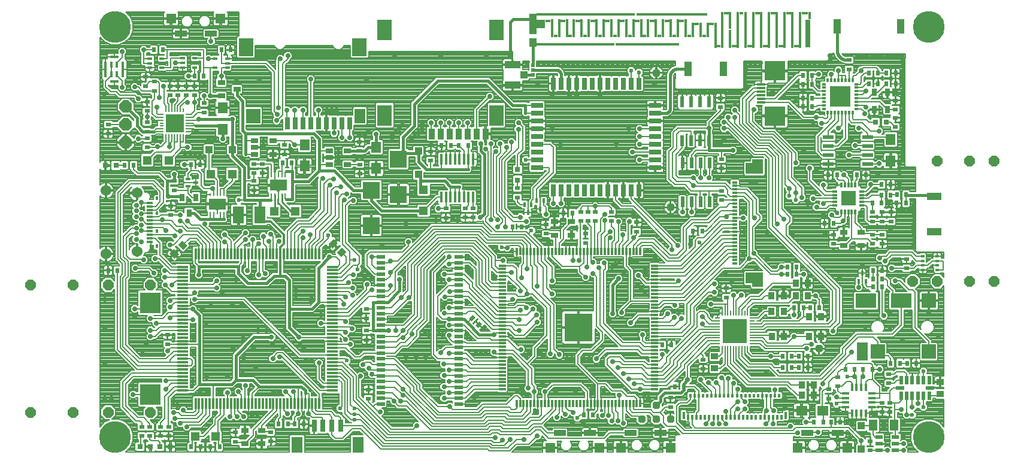
<source format=gbr>
G75*
%MOIN*%
%OFA0B0*%
%FSLAX25Y25*%
%IPPOS*%
%LPD*%
%AMOC8*
5,1,8,0,0,1.08239X$1,22.5*
%
%ADD10R,0.01181X0.06299*%
%ADD11R,0.06299X0.01181*%
%ADD12R,0.04724X0.01969*%
%ADD13R,0.09370X0.06496*%
%ADD14R,0.00984X0.01772*%
%ADD15R,0.01181X0.03937*%
%ADD16R,0.03937X0.01181*%
%ADD17R,0.15748X0.15748*%
%ADD18R,0.03898X0.02717*%
%ADD19R,0.03000X0.02200*%
%ADD20R,0.02200X0.03000*%
%ADD21R,0.02756X0.06693*%
%ADD22R,0.06693X0.02756*%
%ADD23R,0.03150X0.01181*%
%ADD24R,0.05906X0.07874*%
%ADD25R,0.03937X0.05906*%
%ADD26R,0.02756X0.01575*%
%ADD27R,0.01181X0.02638*%
%ADD28R,0.01378X0.03937*%
%ADD29R,0.01181X0.01969*%
%ADD30R,0.03000X0.04200*%
%ADD31R,0.06299X0.09449*%
%ADD32R,0.05512X0.06299*%
%ADD33R,0.02559X0.01575*%
%ADD34R,0.04000X0.04000*%
%ADD35R,0.05118X0.05118*%
%ADD36R,0.01772X0.05906*%
%ADD37R,0.09449X0.09449*%
%ADD38R,0.07874X0.07874*%
%ADD39R,0.07874X0.09843*%
%ADD40C,0.02362*%
%ADD41R,0.01969X0.04724*%
%ADD42R,0.01575X0.03937*%
%ADD43R,0.03937X0.01575*%
%ADD44R,0.02362X0.05906*%
%ADD45R,0.07874X0.11811*%
%ADD46R,0.03543X0.05906*%
%ADD47R,0.03150X0.03150*%
%ADD48R,0.03000X0.04000*%
%ADD49R,0.04000X0.03000*%
%ADD50R,0.13780X0.13780*%
%ADD51R,0.02559X0.00787*%
%ADD52R,0.00787X0.02559*%
%ADD53R,0.06600X0.03200*%
%ADD54R,0.05512X0.05512*%
%ADD55R,0.11811X0.10630*%
%ADD56R,0.04724X0.01181*%
%ADD57R,0.03500X0.04000*%
%ADD58R,0.05000X0.04500*%
%ADD59R,0.04000X0.03500*%
%ADD60R,0.01575X0.02559*%
%ADD61R,0.01969X0.00787*%
%ADD62R,0.00787X0.01969*%
%ADD63R,0.10236X0.10236*%
%ADD64R,0.01575X0.09843*%
%ADD65R,0.02362X0.01575*%
%ADD66R,0.01575X0.08268*%
%ADD67R,0.01575X0.14173*%
%ADD68R,0.01575X0.20079*%
%ADD69R,0.03543X0.01575*%
%ADD70R,0.01575X0.04331*%
%ADD71R,0.03150X0.15748*%
%ADD72R,0.55118X0.01575*%
%ADD73R,0.39370X0.01575*%
%ADD74R,0.43307X0.01575*%
%ADD75R,0.35433X0.01575*%
%ADD76R,0.03937X0.11811*%
%ADD77R,0.01575X0.09449*%
%ADD78R,0.01969X0.01575*%
%ADD79OC8,0.02400*%
%ADD80R,0.03937X0.04724*%
%ADD81R,0.04200X0.03000*%
%ADD82R,0.03937X0.07874*%
%ADD83R,0.07874X0.03937*%
%ADD84R,0.11811X0.07874*%
%ADD85R,0.05906X0.09843*%
%ADD86R,0.05906X0.02362*%
%ADD87R,0.06299X0.05512*%
%ADD88R,0.01575X0.03740*%
%ADD89R,0.01378X0.09055*%
%ADD90R,0.05118X0.01378*%
%ADD91R,0.11811X0.11811*%
%ADD92R,0.04000X0.02000*%
%ADD93OC8,0.07000*%
%ADD94OC8,0.04331*%
%ADD95R,0.08661X0.03937*%
%ADD96R,0.03937X0.03937*%
%ADD97R,0.01969X0.01969*%
%ADD98R,0.04724X0.06299*%
%ADD99R,0.01181X0.02362*%
%ADD100R,0.02362X0.01181*%
%ADD101R,0.08268X0.08268*%
%ADD102R,0.02559X0.01181*%
%ADD103R,0.01181X0.02559*%
%ADD104R,0.02756X0.07087*%
%ADD105R,0.06299X0.08661*%
%ADD106R,0.03543X0.01181*%
%ADD107C,0.06063*%
%ADD108R,0.01969X0.01378*%
%ADD109C,0.00787*%
%ADD110C,0.01600*%
%ADD111C,0.01200*%
%ADD112C,0.01000*%
%ADD113OC8,0.06102*%
%ADD114C,0.17717*%
D10*
X0098874Y0036608D03*
X0100843Y0036608D03*
X0102811Y0036608D03*
X0104780Y0036608D03*
X0106748Y0036608D03*
X0108717Y0036608D03*
X0110685Y0036608D03*
X0112654Y0036608D03*
X0114622Y0036608D03*
X0116591Y0036608D03*
X0118559Y0036608D03*
X0120528Y0036608D03*
X0122496Y0036608D03*
X0124465Y0036608D03*
X0126433Y0036608D03*
X0128402Y0036608D03*
X0130370Y0036608D03*
X0132339Y0036608D03*
X0134307Y0036608D03*
X0136276Y0036608D03*
X0138244Y0036608D03*
X0140213Y0036608D03*
X0142181Y0036608D03*
X0144150Y0036608D03*
X0146118Y0036608D03*
X0148087Y0036608D03*
X0150055Y0036608D03*
X0152024Y0036608D03*
X0153992Y0036608D03*
X0155961Y0036608D03*
X0157929Y0036608D03*
X0159898Y0036608D03*
X0161866Y0036608D03*
X0163835Y0036608D03*
X0165803Y0036608D03*
X0167772Y0036608D03*
X0167772Y0120073D03*
X0165803Y0120073D03*
X0163835Y0120073D03*
X0161866Y0120073D03*
X0159898Y0120073D03*
X0157929Y0120073D03*
X0155961Y0120073D03*
X0153992Y0120073D03*
X0152024Y0120073D03*
X0150055Y0120073D03*
X0148087Y0120073D03*
X0146118Y0120073D03*
X0144150Y0120073D03*
X0142181Y0120073D03*
X0140213Y0120073D03*
X0138244Y0120073D03*
X0136276Y0120073D03*
X0134307Y0120073D03*
X0132339Y0120073D03*
X0130370Y0120073D03*
X0128402Y0120073D03*
X0126433Y0120073D03*
X0124465Y0120073D03*
X0122496Y0120073D03*
X0120528Y0120073D03*
X0118559Y0120073D03*
X0116591Y0120073D03*
X0114622Y0120073D03*
X0112654Y0120073D03*
X0110685Y0120073D03*
X0108717Y0120073D03*
X0106748Y0120073D03*
X0104780Y0120073D03*
X0102811Y0120073D03*
X0100843Y0120073D03*
X0098874Y0120073D03*
D11*
X0091591Y0112789D03*
X0091591Y0110821D03*
X0091591Y0108852D03*
X0091591Y0106884D03*
X0091591Y0104915D03*
X0091591Y0102947D03*
X0091591Y0100978D03*
X0091591Y0099010D03*
X0091591Y0097041D03*
X0091591Y0095073D03*
X0091591Y0093104D03*
X0091591Y0091136D03*
X0091591Y0089167D03*
X0091591Y0087199D03*
X0091591Y0085230D03*
X0091591Y0083262D03*
X0091591Y0081293D03*
X0091591Y0079325D03*
X0091591Y0077356D03*
X0091591Y0075388D03*
X0091591Y0073419D03*
X0091591Y0071450D03*
X0091591Y0069482D03*
X0091591Y0067513D03*
X0091591Y0065545D03*
X0091591Y0063576D03*
X0091591Y0061608D03*
X0091591Y0059639D03*
X0091591Y0057671D03*
X0091591Y0055702D03*
X0091591Y0053734D03*
X0091591Y0051765D03*
X0091591Y0049797D03*
X0091591Y0047828D03*
X0091591Y0045860D03*
X0091591Y0043891D03*
X0175055Y0043891D03*
X0175055Y0045860D03*
X0175055Y0047828D03*
X0175055Y0049797D03*
X0175055Y0051765D03*
X0175055Y0053734D03*
X0175055Y0055702D03*
X0175055Y0057671D03*
X0175055Y0059639D03*
X0175055Y0061608D03*
X0175055Y0063576D03*
X0175055Y0065545D03*
X0175055Y0067513D03*
X0175055Y0069482D03*
X0175055Y0071450D03*
X0175055Y0073419D03*
X0175055Y0075388D03*
X0175055Y0077356D03*
X0175055Y0079325D03*
X0175055Y0081293D03*
X0175055Y0083262D03*
X0175055Y0085230D03*
X0175055Y0087199D03*
X0175055Y0089167D03*
X0175055Y0091136D03*
X0175055Y0093104D03*
X0175055Y0095073D03*
X0175055Y0097041D03*
X0175055Y0099010D03*
X0175055Y0100978D03*
X0175055Y0102947D03*
X0175055Y0104915D03*
X0175055Y0106884D03*
X0175055Y0108852D03*
X0175055Y0110821D03*
X0175055Y0112789D03*
D12*
X0201976Y0111923D03*
X0201976Y0115073D03*
X0201976Y0118222D03*
X0201976Y0108773D03*
X0201976Y0105624D03*
X0201976Y0102474D03*
X0201976Y0099325D03*
X0201976Y0096175D03*
X0201976Y0093025D03*
X0201976Y0089876D03*
X0201976Y0086726D03*
X0201976Y0083576D03*
X0201976Y0080427D03*
X0201976Y0077277D03*
X0201976Y0074128D03*
X0201976Y0070978D03*
X0201976Y0067828D03*
X0201976Y0064679D03*
X0201976Y0061529D03*
X0201976Y0058380D03*
X0201976Y0055230D03*
X0201976Y0052080D03*
X0201976Y0048931D03*
X0201976Y0045781D03*
X0201976Y0042632D03*
X0201976Y0039482D03*
X0201976Y0036332D03*
X0245300Y0036332D03*
X0245300Y0039482D03*
X0245300Y0042632D03*
X0245300Y0045781D03*
X0245300Y0048931D03*
X0245300Y0052080D03*
X0245300Y0055230D03*
X0245300Y0058380D03*
X0245300Y0061529D03*
X0245300Y0064679D03*
X0245300Y0067828D03*
X0245300Y0070978D03*
X0245300Y0074128D03*
X0245300Y0077277D03*
X0245300Y0080427D03*
X0245300Y0083576D03*
X0245300Y0086726D03*
X0245300Y0089876D03*
X0245300Y0093025D03*
X0245300Y0096175D03*
X0245300Y0099325D03*
X0245300Y0102474D03*
X0245300Y0105624D03*
X0245300Y0108773D03*
X0245300Y0111923D03*
X0245300Y0115073D03*
X0245300Y0118222D03*
X0491157Y0045387D03*
X0507693Y0045387D03*
D13*
X0144898Y0158143D03*
X0110882Y0147789D03*
D14*
X0110882Y0142474D03*
X0112850Y0142474D03*
X0114819Y0142474D03*
X0108913Y0142474D03*
X0106945Y0142474D03*
X0106945Y0153104D03*
X0108913Y0153104D03*
X0110882Y0153104D03*
X0112850Y0153104D03*
X0114819Y0153104D03*
X0140961Y0152828D03*
X0142929Y0152828D03*
X0144898Y0152828D03*
X0146866Y0152828D03*
X0148835Y0152828D03*
X0148835Y0163458D03*
X0146866Y0163458D03*
X0144898Y0163458D03*
X0142929Y0163458D03*
X0140961Y0163458D03*
D15*
X0277575Y0121332D03*
X0279543Y0121332D03*
X0281512Y0121332D03*
X0283480Y0121332D03*
X0285449Y0121332D03*
X0287417Y0121332D03*
X0289386Y0121332D03*
X0291354Y0121332D03*
X0293323Y0121332D03*
X0295291Y0121332D03*
X0297260Y0121332D03*
X0299228Y0121332D03*
X0301197Y0121332D03*
X0303165Y0121332D03*
X0305134Y0121332D03*
X0307102Y0121332D03*
X0309071Y0121332D03*
X0311039Y0121332D03*
X0313008Y0121332D03*
X0314976Y0121332D03*
X0316945Y0121332D03*
X0318913Y0121332D03*
X0320882Y0121332D03*
X0322850Y0121332D03*
X0324819Y0121332D03*
X0326787Y0121332D03*
X0328756Y0121332D03*
X0330724Y0121332D03*
X0332693Y0121332D03*
X0334661Y0121332D03*
X0336630Y0121332D03*
X0338598Y0121332D03*
X0340567Y0121332D03*
X0342535Y0121332D03*
X0344504Y0121332D03*
X0346472Y0121332D03*
X0346472Y0036687D03*
X0344504Y0036687D03*
X0342535Y0036687D03*
X0340567Y0036687D03*
X0338598Y0036687D03*
X0336630Y0036687D03*
X0334661Y0036687D03*
X0332693Y0036687D03*
X0330724Y0036687D03*
X0328756Y0036687D03*
X0326787Y0036687D03*
X0324819Y0036687D03*
X0322850Y0036687D03*
X0320882Y0036687D03*
X0318913Y0036687D03*
X0316945Y0036687D03*
X0314976Y0036687D03*
X0313008Y0036687D03*
X0311039Y0036687D03*
X0309071Y0036687D03*
X0307102Y0036687D03*
X0305134Y0036687D03*
X0303165Y0036687D03*
X0301197Y0036687D03*
X0299228Y0036687D03*
X0297260Y0036687D03*
X0295291Y0036687D03*
X0293323Y0036687D03*
X0291354Y0036687D03*
X0289386Y0036687D03*
X0287417Y0036687D03*
X0285449Y0036687D03*
X0283480Y0036687D03*
X0281512Y0036687D03*
X0279543Y0036687D03*
X0277575Y0036687D03*
D16*
X0269701Y0044561D03*
X0269701Y0046529D03*
X0269701Y0048498D03*
X0269701Y0050466D03*
X0269701Y0052435D03*
X0269701Y0054403D03*
X0269701Y0056372D03*
X0269701Y0058340D03*
X0269701Y0060309D03*
X0269701Y0062277D03*
X0269701Y0064246D03*
X0269701Y0066214D03*
X0269701Y0068183D03*
X0269701Y0070151D03*
X0269701Y0072120D03*
X0269701Y0074088D03*
X0269701Y0076057D03*
X0269701Y0078025D03*
X0269701Y0079994D03*
X0269701Y0081962D03*
X0269701Y0083931D03*
X0269701Y0085899D03*
X0269701Y0087868D03*
X0269701Y0089836D03*
X0269701Y0091805D03*
X0269701Y0093773D03*
X0269701Y0095742D03*
X0269701Y0097710D03*
X0269701Y0099679D03*
X0269701Y0101647D03*
X0269701Y0103616D03*
X0269701Y0105584D03*
X0269701Y0107553D03*
X0269701Y0109521D03*
X0269701Y0111490D03*
X0269701Y0113458D03*
X0354346Y0113458D03*
X0354346Y0111490D03*
X0354346Y0109521D03*
X0354346Y0107553D03*
X0354346Y0105584D03*
X0354346Y0103616D03*
X0354346Y0101647D03*
X0354346Y0099679D03*
X0354346Y0097710D03*
X0354346Y0095742D03*
X0354346Y0093773D03*
X0354346Y0091805D03*
X0354346Y0089836D03*
X0354346Y0087868D03*
X0354346Y0085899D03*
X0354346Y0083931D03*
X0354346Y0081962D03*
X0354346Y0079994D03*
X0354346Y0078025D03*
X0354346Y0076057D03*
X0354346Y0074088D03*
X0354346Y0072120D03*
X0354346Y0070151D03*
X0354346Y0068183D03*
X0354346Y0066214D03*
X0354346Y0064246D03*
X0354346Y0062277D03*
X0354346Y0060309D03*
X0354346Y0058340D03*
X0354346Y0056372D03*
X0354346Y0054403D03*
X0354346Y0052435D03*
X0354346Y0050466D03*
X0354346Y0048498D03*
X0354346Y0046529D03*
X0354346Y0044561D03*
D17*
X0312024Y0079010D03*
D18*
X0183402Y0169797D03*
X0183402Y0177277D03*
X0173205Y0177277D03*
X0173205Y0173537D03*
X0173205Y0169797D03*
X0141945Y0175466D03*
X0131748Y0175466D03*
X0131748Y0179206D03*
X0131748Y0182947D03*
X0141945Y0182947D03*
D19*
X0148441Y0180584D03*
X0148441Y0175466D03*
X0136039Y0169954D03*
X0131512Y0169954D03*
X0131512Y0164836D03*
X0136039Y0164836D03*
X0131512Y0160506D03*
X0131512Y0155388D03*
X0087024Y0155388D03*
X0087024Y0160506D03*
X0085055Y0146726D03*
X0085055Y0141608D03*
X0071866Y0179206D03*
X0071866Y0184325D03*
X0071866Y0188065D03*
X0071866Y0193183D03*
X0071866Y0199482D03*
X0071866Y0204600D03*
X0076000Y0210702D03*
X0071079Y0213458D03*
X0076000Y0215821D03*
X0071079Y0218576D03*
X0084661Y0213458D03*
X0089189Y0213458D03*
X0093717Y0213458D03*
X0098244Y0213458D03*
X0098244Y0208340D03*
X0093717Y0208340D03*
X0089189Y0208340D03*
X0084661Y0208340D03*
X0103559Y0203813D03*
X0103559Y0198695D03*
X0050213Y0192002D03*
X0050213Y0186884D03*
X0190173Y0182356D03*
X0190173Y0177238D03*
X0190213Y0169758D03*
X0190213Y0164639D03*
X0229740Y0171923D03*
X0229740Y0177041D03*
X0278165Y0156569D03*
X0278165Y0151450D03*
X0253362Y0145348D03*
X0249031Y0145348D03*
X0249031Y0140230D03*
X0253362Y0140230D03*
X0238205Y0140033D03*
X0238205Y0145151D03*
X0293913Y0136293D03*
X0293913Y0131175D03*
X0313205Y0138262D03*
X0317339Y0138262D03*
X0321394Y0138301D03*
X0321394Y0143419D03*
X0317339Y0143380D03*
X0313205Y0143380D03*
X0330449Y0143419D03*
X0330449Y0138301D03*
X0344504Y0137474D03*
X0344504Y0132356D03*
X0315961Y0131175D03*
X0315961Y0126057D03*
X0391551Y0149876D03*
X0391551Y0154994D03*
X0391551Y0167592D03*
X0391551Y0172710D03*
X0391157Y0201647D03*
X0391157Y0206765D03*
X0462614Y0222710D03*
X0462614Y0227828D03*
X0488402Y0205387D03*
X0488402Y0200269D03*
X0488402Y0195742D03*
X0488402Y0190624D03*
X0486118Y0143143D03*
X0481000Y0143143D03*
X0475606Y0143183D03*
X0475606Y0138065D03*
X0481000Y0138025D03*
X0486118Y0138025D03*
X0481079Y0130722D03*
X0475646Y0130742D03*
X0475646Y0125624D03*
X0481079Y0125604D03*
X0494701Y0117002D03*
X0494701Y0111884D03*
X0454110Y0125506D03*
X0454110Y0130624D03*
X0394307Y0100860D03*
X0394307Y0095742D03*
X0381512Y0061096D03*
X0381512Y0055978D03*
X0363205Y0039836D03*
X0363205Y0034718D03*
X0451197Y0039443D03*
X0451197Y0044561D03*
X0456512Y0046332D03*
X0456512Y0051450D03*
X0484858Y0053065D03*
X0484858Y0047947D03*
X0481118Y0037120D03*
X0485252Y0037080D03*
X0485252Y0031962D03*
X0481118Y0032002D03*
X0474425Y0015624D03*
X0474425Y0010506D03*
X0195094Y0039246D03*
X0195094Y0044364D03*
X0140764Y0020742D03*
X0140764Y0015624D03*
X0121079Y0015427D03*
X0121079Y0020545D03*
X0083874Y0018576D03*
X0079346Y0018576D03*
X0079346Y0023695D03*
X0083874Y0023695D03*
X0073441Y0023695D03*
X0068913Y0023695D03*
X0068913Y0018576D03*
X0073441Y0018576D03*
X0083283Y0069758D03*
X0083283Y0074876D03*
X0194110Y0077238D03*
X0194110Y0072120D03*
X0193913Y0084128D03*
X0193913Y0089246D03*
D20*
G36*
X0252649Y0082361D02*
X0251093Y0083917D01*
X0253213Y0086037D01*
X0254769Y0084481D01*
X0252649Y0082361D01*
G37*
G36*
X0256268Y0078742D02*
X0254712Y0080298D01*
X0256832Y0082418D01*
X0258388Y0080862D01*
X0256268Y0078742D01*
G37*
X0314976Y0030191D03*
X0320094Y0030191D03*
X0365567Y0046136D03*
X0370685Y0046136D03*
X0363795Y0069167D03*
X0358677Y0069167D03*
X0425606Y0062868D03*
X0430724Y0062868D03*
X0434661Y0062868D03*
X0439780Y0062868D03*
X0439780Y0056765D03*
X0434661Y0056765D03*
X0430724Y0056765D03*
X0425606Y0056765D03*
X0460646Y0055781D03*
X0465764Y0055781D03*
X0470488Y0055781D03*
X0475606Y0055781D03*
X0485843Y0059128D03*
X0490961Y0059128D03*
X0494898Y0059128D03*
X0500016Y0059128D03*
X0446079Y0089836D03*
X0440961Y0089836D03*
X0437220Y0089836D03*
X0432102Y0089836D03*
X0433480Y0108537D03*
X0428362Y0108537D03*
X0428362Y0112671D03*
X0433480Y0112671D03*
X0476000Y0110506D03*
X0476000Y0105978D03*
X0481118Y0105978D03*
X0481118Y0110506D03*
X0481118Y0101647D03*
X0476000Y0101647D03*
X0454150Y0136884D03*
X0449031Y0136884D03*
X0475606Y0148301D03*
X0480724Y0148301D03*
X0480724Y0152804D03*
X0485843Y0152804D03*
X0489228Y0152809D03*
X0494346Y0152809D03*
X0494268Y0148262D03*
X0489150Y0148262D03*
X0485843Y0158537D03*
X0480724Y0158537D03*
X0472024Y0163852D03*
X0466906Y0163852D03*
X0456118Y0163852D03*
X0451000Y0163852D03*
X0380921Y0132750D03*
X0375803Y0132750D03*
X0308677Y0142592D03*
X0303559Y0142592D03*
X0280331Y0135112D03*
X0275213Y0135112D03*
X0250606Y0180191D03*
X0245488Y0180191D03*
X0240961Y0180191D03*
X0235843Y0180191D03*
X0152378Y0170545D03*
X0147260Y0170545D03*
X0101394Y0169758D03*
X0096276Y0169758D03*
X0064386Y0169167D03*
X0059268Y0169167D03*
X0098244Y0218970D03*
X0103362Y0218970D03*
X0113205Y0233537D03*
X0118323Y0233537D03*
X0080724Y0233537D03*
X0075606Y0233537D03*
X0055331Y0110702D03*
X0050213Y0110702D03*
X0145094Y0025269D03*
X0150213Y0025269D03*
X0153953Y0025269D03*
X0159071Y0025269D03*
X0112220Y0012474D03*
X0107102Y0012474D03*
X0101591Y0012474D03*
X0096472Y0012474D03*
X0443126Y0026450D03*
X0448244Y0026450D03*
X0452575Y0026450D03*
X0457693Y0026450D03*
X0442142Y0201844D03*
X0442142Y0206569D03*
X0437024Y0206569D03*
X0437024Y0201844D03*
X0437024Y0214443D03*
X0442142Y0214443D03*
X0442142Y0219167D03*
X0437024Y0219167D03*
X0473638Y0220545D03*
X0478756Y0220545D03*
X0483480Y0220545D03*
X0488598Y0220545D03*
X0488598Y0214639D03*
X0483480Y0214639D03*
X0478756Y0214639D03*
X0473638Y0214639D03*
D21*
X0345646Y0214797D03*
X0341315Y0214797D03*
X0336984Y0214797D03*
X0332654Y0214797D03*
X0328323Y0214797D03*
X0323992Y0214797D03*
X0319661Y0214797D03*
X0315331Y0214797D03*
X0311000Y0214797D03*
X0306669Y0214797D03*
X0302339Y0214797D03*
X0298008Y0214797D03*
X0184583Y0192789D03*
X0180252Y0192789D03*
X0175921Y0192789D03*
X0171591Y0192789D03*
X0167260Y0192789D03*
X0162929Y0192789D03*
X0158598Y0192789D03*
X0154268Y0192789D03*
X0149937Y0192789D03*
X0298008Y0155427D03*
X0302339Y0155427D03*
X0306669Y0155427D03*
X0311000Y0155427D03*
X0315331Y0155427D03*
X0319661Y0155427D03*
X0323992Y0155427D03*
X0328323Y0155427D03*
X0332654Y0155427D03*
X0336984Y0155427D03*
X0341315Y0155427D03*
X0345646Y0155427D03*
D22*
X0354780Y0168025D03*
X0354780Y0172356D03*
X0354780Y0176687D03*
X0354780Y0181017D03*
X0354780Y0185348D03*
X0354780Y0189679D03*
X0354780Y0194010D03*
X0354780Y0198340D03*
X0354780Y0202671D03*
X0288953Y0202671D03*
X0288953Y0198340D03*
X0288953Y0194010D03*
X0288953Y0189679D03*
X0288953Y0185348D03*
X0288953Y0181017D03*
X0288953Y0176687D03*
X0288953Y0172356D03*
X0288953Y0168025D03*
D23*
X0399031Y0159797D03*
X0399031Y0157828D03*
X0399031Y0155860D03*
X0399031Y0153891D03*
X0399031Y0151923D03*
X0399031Y0149954D03*
X0399031Y0147986D03*
X0399031Y0146017D03*
X0399031Y0144049D03*
X0399031Y0142080D03*
X0399031Y0140112D03*
X0399031Y0138143D03*
X0399031Y0136175D03*
X0399031Y0134206D03*
X0399031Y0132238D03*
X0399031Y0130269D03*
X0399031Y0128301D03*
X0399031Y0126332D03*
X0399031Y0124364D03*
X0399031Y0122395D03*
X0399031Y0120427D03*
X0399031Y0118458D03*
X0399031Y0116490D03*
X0399031Y0114521D03*
D24*
X0411827Y0105584D03*
X0411827Y0168576D03*
X0190370Y0196726D03*
D25*
X0407102Y0167592D03*
X0407102Y0106569D03*
D26*
X0407299Y0235506D03*
X0415961Y0235506D03*
X0424622Y0235506D03*
X0433283Y0235506D03*
X0398638Y0235506D03*
X0386039Y0248104D03*
X0377772Y0248104D03*
X0369504Y0249679D03*
X0361236Y0249679D03*
X0352969Y0249679D03*
X0344701Y0249679D03*
X0336433Y0249679D03*
X0328165Y0249679D03*
X0319898Y0249679D03*
X0311630Y0249679D03*
X0303362Y0249679D03*
X0295094Y0249679D03*
X0394307Y0254010D03*
X0411630Y0254010D03*
X0420291Y0254010D03*
X0428953Y0254010D03*
X0116551Y0228616D03*
X0116551Y0226057D03*
X0116551Y0223498D03*
X0109858Y0223498D03*
X0109858Y0228616D03*
X0098441Y0228813D03*
X0091748Y0228813D03*
X0091748Y0226254D03*
X0091748Y0223695D03*
X0098441Y0223695D03*
X0080134Y0223498D03*
X0073441Y0223498D03*
X0073441Y0226057D03*
X0073441Y0228616D03*
X0080134Y0228616D03*
D27*
X0373047Y0029010D03*
X0375409Y0029010D03*
X0377772Y0029010D03*
X0380134Y0029010D03*
X0382496Y0029010D03*
X0384858Y0029010D03*
X0387220Y0029010D03*
X0389583Y0029010D03*
X0391945Y0029010D03*
X0394307Y0029010D03*
X0396669Y0029010D03*
X0399031Y0029010D03*
X0401394Y0029010D03*
X0403756Y0029010D03*
X0406118Y0029010D03*
X0408480Y0029010D03*
X0410843Y0029010D03*
X0413205Y0029010D03*
X0415567Y0029010D03*
X0417929Y0029010D03*
X0420291Y0029010D03*
X0422654Y0029010D03*
X0425016Y0029010D03*
D28*
X0427476Y0030053D03*
X0370587Y0030053D03*
D29*
X0374228Y0041076D03*
X0376591Y0041076D03*
X0378953Y0041076D03*
X0381315Y0041076D03*
X0383677Y0041076D03*
X0386039Y0041076D03*
X0388402Y0041076D03*
X0390764Y0041076D03*
X0393126Y0041076D03*
X0395488Y0041076D03*
X0397850Y0041076D03*
X0400213Y0041076D03*
X0402575Y0041076D03*
X0404937Y0041076D03*
X0407299Y0041076D03*
X0409661Y0041076D03*
X0412024Y0041076D03*
X0414386Y0041076D03*
X0416748Y0041076D03*
X0419110Y0041076D03*
X0421472Y0041076D03*
X0423835Y0041076D03*
X0077280Y0124265D03*
X0077280Y0132651D03*
X0077280Y0142494D03*
X0077280Y0150840D03*
D30*
X0091453Y0151352D03*
X0098933Y0151352D03*
X0095193Y0142691D03*
D31*
X0122850Y0141608D03*
X0134661Y0141608D03*
D32*
X0159583Y0168813D03*
X0159583Y0180624D03*
X0199465Y0179403D03*
X0199465Y0167592D03*
X0113992Y0189443D03*
X0113992Y0201254D03*
X0485843Y0183537D03*
X0485843Y0171726D03*
D33*
X0099130Y0159718D03*
X0094602Y0157750D03*
X0094602Y0161687D03*
D34*
X0106331Y0178124D03*
X0119291Y0178124D03*
X0222949Y0177222D03*
X0222949Y0164262D03*
X0469406Y0024269D03*
X0469406Y0011309D03*
D35*
X0225803Y0143970D03*
X0225803Y0155781D03*
X0154346Y0143773D03*
X0142535Y0143773D03*
X0119307Y0164443D03*
X0107496Y0164443D03*
X0083874Y0172120D03*
X0072063Y0172120D03*
X0291157Y0247907D03*
D36*
X0253254Y0172671D03*
X0250754Y0172671D03*
X0248254Y0172671D03*
X0245754Y0172671D03*
X0243254Y0172671D03*
X0240754Y0172671D03*
X0238254Y0172671D03*
X0235754Y0172671D03*
X0235754Y0151490D03*
X0238254Y0151490D03*
X0240754Y0151490D03*
X0243254Y0151490D03*
X0245754Y0151490D03*
X0248254Y0151490D03*
X0250754Y0151490D03*
X0253254Y0151490D03*
D37*
X0211827Y0153025D03*
X0196669Y0155388D03*
X0196669Y0135702D03*
X0211827Y0172710D03*
D38*
X0130882Y0196726D03*
X0478717Y0065545D03*
X0507063Y0065545D03*
X0507063Y0093891D03*
D39*
X0190173Y0235112D03*
X0126945Y0235112D03*
D40*
X0282693Y0172317D03*
X0285843Y0132947D03*
X0269307Y0123695D03*
X0189110Y0111254D03*
X0187417Y0116805D03*
X0172654Y0130387D03*
X0123047Y0149876D03*
X0183087Y0060702D03*
X0179346Y0033931D03*
X0187220Y0033931D03*
X0187220Y0030781D03*
X0187220Y0027632D03*
X0311433Y0028616D03*
X0455724Y0036490D03*
X0461827Y0051647D03*
X0504150Y0054600D03*
X0504150Y0034521D03*
X0497850Y0030191D03*
X0379346Y0126450D03*
X0432890Y0150073D03*
X0429346Y0152435D03*
X0345685Y0220939D03*
X0341354Y0221923D03*
D41*
X0491551Y0049718D03*
X0494701Y0049718D03*
X0497850Y0049718D03*
X0501000Y0049718D03*
X0504150Y0049718D03*
X0507299Y0049718D03*
X0507299Y0041057D03*
X0504150Y0041057D03*
X0501000Y0041057D03*
X0497850Y0041057D03*
X0494701Y0041057D03*
X0491551Y0041057D03*
D42*
X0471965Y0045742D03*
X0469406Y0045742D03*
X0466846Y0045742D03*
X0464287Y0045742D03*
X0464287Y0031175D03*
X0466846Y0031175D03*
X0469406Y0031175D03*
X0471965Y0031175D03*
D43*
X0475409Y0034620D03*
X0475409Y0037179D03*
X0475409Y0039738D03*
X0475409Y0042297D03*
X0460843Y0042297D03*
X0460843Y0039738D03*
X0460843Y0037179D03*
X0460843Y0034620D03*
D44*
X0384878Y0148857D03*
X0379878Y0148857D03*
X0374878Y0148857D03*
X0369878Y0148857D03*
X0369878Y0170579D03*
X0374878Y0170579D03*
X0379878Y0170580D03*
X0384878Y0170579D03*
X0384760Y0183070D03*
X0379760Y0183070D03*
X0374760Y0183070D03*
X0369760Y0183070D03*
X0369760Y0204792D03*
X0374760Y0204792D03*
X0379760Y0204792D03*
X0384760Y0204792D03*
D45*
X0266354Y0197120D03*
X0204150Y0197120D03*
X0204150Y0244679D03*
X0266354Y0244679D03*
D46*
X0260213Y0186805D03*
X0255213Y0186805D03*
X0250213Y0186805D03*
X0245213Y0186805D03*
X0240213Y0186805D03*
X0235213Y0186805D03*
X0230213Y0186805D03*
D47*
X0278165Y0167002D03*
X0278165Y0161096D03*
X0477378Y0193380D03*
X0483283Y0193380D03*
X0084858Y0012671D03*
X0078953Y0012671D03*
X0073835Y0012671D03*
X0067929Y0012671D03*
X0054543Y0169167D03*
X0048638Y0169167D03*
D48*
X0476600Y0200383D03*
X0484061Y0200383D03*
X0484061Y0209836D03*
X0476600Y0209836D03*
D49*
X0469268Y0131992D03*
X0469268Y0124531D03*
X0459814Y0124531D03*
X0459814Y0131992D03*
X0308170Y0130397D03*
X0298717Y0130397D03*
X0298717Y0137858D03*
X0308170Y0137858D03*
X0135764Y0021716D03*
X0126310Y0021716D03*
X0126310Y0014256D03*
X0135764Y0014256D03*
D50*
X0399071Y0077080D03*
D51*
X0408835Y0076293D03*
X0408835Y0074718D03*
X0408835Y0073143D03*
X0408835Y0071569D03*
X0408835Y0069994D03*
X0408835Y0077868D03*
X0408835Y0079443D03*
X0408835Y0081017D03*
X0408835Y0082592D03*
X0408835Y0084167D03*
X0389307Y0084167D03*
X0389307Y0082592D03*
X0389307Y0081017D03*
X0389307Y0079443D03*
X0389307Y0077868D03*
X0389307Y0076293D03*
X0389307Y0074718D03*
X0389307Y0073143D03*
X0389307Y0071569D03*
X0389307Y0069994D03*
D52*
X0391984Y0067317D03*
X0393559Y0067317D03*
X0395134Y0067317D03*
X0396709Y0067317D03*
X0398283Y0067317D03*
X0399858Y0067317D03*
X0401433Y0067317D03*
X0403008Y0067317D03*
X0404583Y0067317D03*
X0406157Y0067317D03*
X0406157Y0086844D03*
X0404583Y0086844D03*
X0403008Y0086844D03*
X0401433Y0086844D03*
X0399858Y0086844D03*
X0398283Y0086844D03*
X0396709Y0086844D03*
X0395134Y0086844D03*
X0393559Y0086844D03*
X0391984Y0086844D03*
D53*
X0357791Y0020348D03*
X0341059Y0020348D03*
X0318421Y0020348D03*
X0301689Y0020348D03*
X0439484Y0020348D03*
X0456217Y0020348D03*
X0107398Y0242592D03*
X0090665Y0242592D03*
D54*
X0085252Y0250958D03*
X0112811Y0250958D03*
X0296276Y0011982D03*
X0323835Y0011982D03*
X0335646Y0011982D03*
X0363205Y0011982D03*
X0434071Y0011982D03*
X0461630Y0011982D03*
D55*
X0421433Y0196805D03*
X0421433Y0221844D03*
D56*
X0413638Y0214246D03*
X0413638Y0212277D03*
X0413638Y0210309D03*
X0413638Y0208340D03*
X0413638Y0206372D03*
X0413638Y0204403D03*
D57*
X0432890Y0103616D03*
X0439583Y0103616D03*
X0439583Y0096529D03*
X0432890Y0096529D03*
X0426197Y0096529D03*
X0419504Y0096529D03*
X0419504Y0087868D03*
X0426197Y0087868D03*
X0440370Y0085112D03*
X0447063Y0085112D03*
X0447063Y0074088D03*
X0440370Y0074088D03*
X0426394Y0074088D03*
X0419701Y0074088D03*
X0436433Y0047120D03*
X0443126Y0047120D03*
X0443126Y0041214D03*
X0436433Y0041214D03*
G36*
X0180290Y0123562D02*
X0182765Y0121087D01*
X0179938Y0118260D01*
X0177463Y0120735D01*
X0180290Y0123562D01*
G37*
G36*
X0175557Y0128294D02*
X0178032Y0125819D01*
X0175205Y0122992D01*
X0172730Y0125467D01*
X0175557Y0128294D01*
G37*
G36*
X0089125Y0124998D02*
X0091600Y0127473D01*
X0094427Y0124646D01*
X0091952Y0122171D01*
X0089125Y0124998D01*
G37*
G36*
X0084392Y0120266D02*
X0086867Y0122741D01*
X0089694Y0119914D01*
X0087219Y0117439D01*
X0084392Y0120266D01*
G37*
D58*
X0098682Y0018399D03*
X0110011Y0018399D03*
D59*
X0387811Y0056175D03*
X0387811Y0062868D03*
X0513402Y0048695D03*
X0513402Y0042002D03*
D60*
X0471866Y0104699D03*
X0467929Y0104699D03*
X0469898Y0109226D03*
X0292732Y0149580D03*
X0288795Y0149580D03*
X0285843Y0147415D03*
X0281906Y0147415D03*
X0290764Y0145053D03*
X0283874Y0142888D03*
D61*
X0094504Y0188065D03*
X0094504Y0189639D03*
X0094504Y0191214D03*
X0094504Y0192789D03*
X0094504Y0194364D03*
X0094504Y0195939D03*
X0094504Y0197513D03*
X0079937Y0197513D03*
X0079937Y0195939D03*
X0079937Y0194364D03*
X0079937Y0192789D03*
X0079937Y0191214D03*
X0079937Y0189639D03*
X0079937Y0188065D03*
D62*
X0082398Y0185506D03*
X0083972Y0185506D03*
X0085547Y0185506D03*
X0087122Y0185506D03*
X0088697Y0185506D03*
X0090272Y0185506D03*
X0091945Y0185506D03*
X0091945Y0200073D03*
X0090370Y0200073D03*
X0088795Y0200073D03*
X0087220Y0200073D03*
X0085646Y0200073D03*
X0084071Y0200073D03*
X0082496Y0200073D03*
D63*
X0087220Y0192789D03*
D64*
X0297260Y0245545D03*
X0301197Y0245545D03*
X0305528Y0245545D03*
X0309465Y0245545D03*
X0313795Y0245545D03*
X0317732Y0245545D03*
X0322063Y0245545D03*
X0326000Y0245545D03*
X0330331Y0245545D03*
X0334268Y0245545D03*
X0338598Y0245545D03*
X0342535Y0245545D03*
X0346866Y0245545D03*
X0350803Y0245545D03*
X0355134Y0245545D03*
X0359071Y0245545D03*
X0363402Y0245545D03*
X0367339Y0245545D03*
X0371669Y0245545D03*
X0396472Y0239639D03*
D65*
X0390173Y0235506D03*
X0381906Y0241411D03*
X0373638Y0241411D03*
X0365370Y0241411D03*
X0357102Y0241411D03*
X0348835Y0241411D03*
X0340567Y0241411D03*
X0332299Y0241411D03*
X0324031Y0241411D03*
X0315764Y0241411D03*
X0307496Y0241411D03*
X0299228Y0241411D03*
D66*
X0375606Y0244758D03*
X0379937Y0244758D03*
X0383874Y0244758D03*
D67*
X0388205Y0241805D03*
D68*
X0392142Y0244758D03*
X0400803Y0244758D03*
X0405134Y0244758D03*
X0409465Y0244758D03*
X0413795Y0244758D03*
X0418126Y0244758D03*
X0422457Y0244758D03*
X0426787Y0244758D03*
X0431118Y0244758D03*
X0435449Y0244758D03*
D69*
X0438008Y0254010D03*
D70*
X0440567Y0252632D03*
D71*
X0439780Y0242592D03*
D72*
X0316157Y0253222D03*
D73*
X0364189Y0253222D03*
D74*
X0310252Y0236687D03*
D75*
X0350409Y0236687D03*
D76*
X0286630Y0248104D03*
D77*
X0396472Y0250073D03*
D78*
X0402575Y0254010D03*
D79*
X0452181Y0230191D03*
X0452181Y0227435D03*
X0449031Y0226254D03*
X0446276Y0226254D03*
X0443520Y0226254D03*
X0440764Y0226254D03*
X0438008Y0226254D03*
X0435252Y0226254D03*
X0432496Y0226254D03*
X0429740Y0226254D03*
X0413205Y0226254D03*
X0410449Y0226254D03*
X0407693Y0226254D03*
X0404937Y0226254D03*
X0404937Y0223498D03*
X0404937Y0220742D03*
X0404937Y0217986D03*
X0404937Y0215230D03*
X0404937Y0212474D03*
X0401787Y0210506D03*
X0399031Y0210506D03*
X0396276Y0210506D03*
X0393520Y0210506D03*
X0390764Y0210506D03*
X0388008Y0210506D03*
X0385252Y0210506D03*
X0382496Y0210506D03*
X0379740Y0210506D03*
X0376984Y0210506D03*
X0374228Y0210506D03*
X0371472Y0210506D03*
X0368717Y0210506D03*
X0354346Y0213852D03*
X0353165Y0226254D03*
X0350409Y0226254D03*
X0347654Y0226254D03*
X0344898Y0226254D03*
X0342142Y0226254D03*
X0339386Y0226254D03*
X0336630Y0226254D03*
X0333874Y0226254D03*
X0331118Y0226254D03*
X0328362Y0226254D03*
X0325606Y0226254D03*
X0322850Y0226254D03*
X0320094Y0226254D03*
X0317339Y0226254D03*
X0314583Y0226254D03*
X0311827Y0226254D03*
X0309071Y0226254D03*
X0306315Y0226254D03*
X0303559Y0226254D03*
X0300803Y0226254D03*
X0298047Y0226254D03*
X0295291Y0226254D03*
X0292535Y0226254D03*
X0289780Y0226254D03*
X0283480Y0226254D03*
X0274031Y0230584D03*
X0260843Y0230584D03*
X0235252Y0230584D03*
X0209661Y0230584D03*
X0193913Y0216805D03*
X0180134Y0230584D03*
X0163205Y0230584D03*
X0150213Y0230191D03*
X0146079Y0228616D03*
X0134268Y0217199D03*
X0121669Y0217199D03*
X0113205Y0218970D03*
X0103559Y0213655D03*
X0103559Y0207947D03*
X0107102Y0207947D03*
X0098244Y0204206D03*
X0094504Y0204206D03*
X0086039Y0205191D03*
X0078756Y0206962D03*
X0077378Y0201647D03*
X0071866Y0196332D03*
X0067142Y0206372D03*
X0064976Y0212868D03*
X0065370Y0216214D03*
X0058087Y0212671D03*
X0048047Y0207159D03*
X0062024Y0224679D03*
X0065961Y0228419D03*
X0070094Y0233537D03*
X0058087Y0232750D03*
X0087614Y0226254D03*
X0094898Y0218970D03*
X0089189Y0216805D03*
X0084661Y0216805D03*
X0081118Y0213458D03*
X0106512Y0201254D03*
X0100803Y0194954D03*
X0099425Y0187868D03*
X0106512Y0183143D03*
X0109268Y0183143D03*
X0113992Y0183931D03*
X0094504Y0179403D03*
X0095882Y0174285D03*
X0098638Y0174285D03*
X0101394Y0174285D03*
X0093126Y0174285D03*
X0092535Y0169758D03*
X0087024Y0164246D03*
X0077969Y0172120D03*
X0077772Y0179600D03*
X0084268Y0179600D03*
X0076394Y0183340D03*
X0067142Y0184128D03*
X0047457Y0174088D03*
X0075409Y0153419D03*
X0068618Y0148596D03*
X0065862Y0147021D03*
X0065862Y0143872D03*
X0065862Y0140722D03*
X0068618Y0139147D03*
X0068618Y0135998D03*
X0068618Y0132848D03*
X0065862Y0131273D03*
X0065862Y0128124D03*
X0068618Y0126549D03*
X0074819Y0122120D03*
X0076394Y0117199D03*
X0070094Y0116608D03*
X0065272Y0111884D03*
X0075606Y0109325D03*
X0081709Y0110506D03*
X0081709Y0106962D03*
X0082024Y0102553D03*
X0085567Y0102553D03*
X0097260Y0105978D03*
X0100606Y0108340D03*
X0110606Y0104994D03*
X0110606Y0101057D03*
X0113795Y0097907D03*
X0119504Y0091411D03*
X0124622Y0091214D03*
X0107496Y0091017D03*
X0102575Y0089246D03*
X0097457Y0089246D03*
X0098441Y0094758D03*
X0098441Y0098301D03*
X0084622Y0094049D03*
X0084602Y0090269D03*
X0084760Y0084443D03*
X0076984Y0081372D03*
X0073835Y0084128D03*
X0073835Y0077435D03*
X0073835Y0073891D03*
X0071472Y0070151D03*
X0069307Y0064443D03*
X0083283Y0065821D03*
X0097654Y0065821D03*
X0097654Y0073301D03*
X0104740Y0079994D03*
X0097457Y0083340D03*
X0125213Y0073104D03*
X0119701Y0067789D03*
X0125803Y0061884D03*
X0130921Y0067592D03*
X0141551Y0069167D03*
X0141157Y0073498D03*
X0138402Y0077238D03*
X0133677Y0077238D03*
X0148441Y0077238D03*
X0154740Y0080191D03*
X0168717Y0081372D03*
X0168717Y0086096D03*
X0163402Y0093970D03*
X0163402Y0096726D03*
X0154740Y0096923D03*
X0154740Y0099679D03*
X0147063Y0104206D03*
X0144110Y0104206D03*
X0137614Y0108931D03*
X0134071Y0108143D03*
X0129740Y0106765D03*
X0127772Y0110506D03*
X0121472Y0105584D03*
X0113008Y0108931D03*
X0115055Y0126726D03*
X0115094Y0130781D03*
X0104150Y0136687D03*
X0094504Y0138262D03*
X0090370Y0138163D03*
X0090370Y0141608D03*
X0080921Y0144364D03*
X0080232Y0138852D03*
X0082496Y0132947D03*
X0087417Y0129895D03*
X0090370Y0132553D03*
X0084661Y0125073D03*
X0065862Y0134423D03*
X0063697Y0137573D03*
X0061531Y0139738D03*
X0068618Y0142297D03*
X0083776Y0152041D03*
X0108480Y0156372D03*
X0114583Y0159915D03*
X0114583Y0162671D03*
X0127575Y0170939D03*
X0125409Y0172710D03*
X0136630Y0179994D03*
X0136630Y0182750D03*
X0152378Y0177041D03*
X0154150Y0180584D03*
X0164780Y0170742D03*
X0178362Y0170742D03*
X0178362Y0173498D03*
X0178362Y0176254D03*
X0188795Y0173498D03*
X0191551Y0173498D03*
X0184661Y0184738D03*
X0180252Y0184718D03*
X0175921Y0187159D03*
X0190173Y0186687D03*
X0192929Y0186687D03*
X0194898Y0188655D03*
X0199425Y0186687D03*
X0208283Y0185702D03*
X0208283Y0182947D03*
X0210252Y0187671D03*
X0212220Y0189639D03*
X0214189Y0191608D03*
X0223047Y0187277D03*
X0221079Y0185309D03*
X0219110Y0183340D03*
X0225016Y0189246D03*
X0225016Y0192002D03*
X0230134Y0192986D03*
X0235252Y0192986D03*
X0240173Y0192986D03*
X0245291Y0192986D03*
X0250213Y0192986D03*
X0254150Y0181175D03*
X0257693Y0181175D03*
X0260449Y0178419D03*
X0263205Y0181175D03*
X0268520Y0181175D03*
X0272063Y0179403D03*
X0274819Y0182159D03*
X0265961Y0176844D03*
X0278559Y0189443D03*
X0278657Y0192986D03*
X0297457Y0189639D03*
X0302181Y0180781D03*
X0333087Y0180978D03*
X0342142Y0176647D03*
X0346079Y0172415D03*
X0346079Y0180978D03*
X0346079Y0185358D03*
X0346079Y0189639D03*
X0340173Y0189639D03*
X0324031Y0207947D03*
X0311039Y0207947D03*
X0307102Y0207947D03*
X0297260Y0207947D03*
X0289386Y0213852D03*
X0262811Y0207750D03*
X0229937Y0180781D03*
X0179622Y0157277D03*
X0177417Y0154088D03*
X0183047Y0153380D03*
X0181669Y0150073D03*
X0186669Y0149718D03*
X0173638Y0158340D03*
X0165173Y0158537D03*
X0169543Y0162080D03*
X0175803Y0161647D03*
X0218913Y0152435D03*
X0220882Y0154403D03*
X0234071Y0145151D03*
X0232594Y0138754D03*
X0242240Y0140525D03*
X0244701Y0138557D03*
X0257496Y0140230D03*
X0263205Y0138852D03*
X0266945Y0138852D03*
X0266945Y0135112D03*
X0271472Y0135112D03*
X0279740Y0140427D03*
X0283087Y0138065D03*
X0293874Y0142080D03*
X0298835Y0142395D03*
X0298008Y0148065D03*
X0302339Y0148025D03*
X0306610Y0148006D03*
X0321374Y0146529D03*
X0326709Y0141844D03*
X0326709Y0138498D03*
X0334268Y0137868D03*
X0340488Y0138104D03*
X0342732Y0142691D03*
X0352772Y0142986D03*
X0369898Y0143183D03*
X0375016Y0143183D03*
X0394307Y0140624D03*
X0403559Y0140033D03*
X0410055Y0140033D03*
X0403559Y0143773D03*
X0422850Y0136687D03*
X0426394Y0139443D03*
X0429346Y0145151D03*
X0439780Y0148104D03*
X0442575Y0150781D03*
X0444543Y0145899D03*
X0448520Y0148065D03*
X0448441Y0141608D03*
X0453087Y0141647D03*
X0459295Y0138289D03*
X0469504Y0141214D03*
X0464583Y0148498D03*
X0464583Y0153222D03*
X0459858Y0153222D03*
X0459858Y0148498D03*
X0448480Y0158301D03*
X0459858Y0163852D03*
X0444701Y0165624D03*
X0440843Y0167750D03*
X0432890Y0170742D03*
X0437220Y0176844D03*
X0457890Y0175073D03*
X0462811Y0175073D03*
X0465961Y0180191D03*
X0463992Y0184325D03*
X0468126Y0190033D03*
X0479346Y0188262D03*
X0492732Y0188852D03*
X0492732Y0186096D03*
X0492732Y0183340D03*
X0492732Y0180584D03*
X0492732Y0177828D03*
X0492732Y0175073D03*
X0492732Y0172317D03*
X0490764Y0170348D03*
X0490764Y0167592D03*
X0490764Y0164836D03*
X0490764Y0159718D03*
X0490764Y0156962D03*
X0478559Y0163852D03*
X0474622Y0158537D03*
X0484858Y0148104D03*
X0490370Y0144167D03*
X0493126Y0144167D03*
X0495882Y0144167D03*
X0498638Y0144167D03*
X0498638Y0141411D03*
X0498638Y0138655D03*
X0498638Y0135899D03*
X0498638Y0133143D03*
X0498638Y0130387D03*
X0498638Y0127632D03*
X0498638Y0124876D03*
X0485646Y0133143D03*
X0475606Y0121923D03*
X0479740Y0117789D03*
X0482693Y0115821D03*
X0486433Y0112080D03*
X0488205Y0104994D03*
X0467929Y0101450D03*
X0457299Y0106372D03*
X0469898Y0114049D03*
X0454150Y0121726D03*
X0449425Y0130978D03*
X0430921Y0131569D03*
X0416945Y0130191D03*
X0404346Y0132159D03*
X0403559Y0121136D03*
X0407102Y0117199D03*
X0409661Y0120151D03*
X0416945Y0117789D03*
X0411039Y0112080D03*
X0425016Y0112671D03*
X0425016Y0108537D03*
X0426197Y0100860D03*
X0437417Y0108537D03*
X0444110Y0096529D03*
X0449819Y0093183D03*
X0432102Y0085899D03*
X0435646Y0076844D03*
X0432102Y0074088D03*
X0438992Y0067199D03*
X0441748Y0069758D03*
X0453756Y0077041D03*
X0471669Y0079206D03*
X0471669Y0086884D03*
X0481906Y0085506D03*
X0485449Y0086884D03*
X0496669Y0086884D03*
X0507102Y0086490D03*
X0485449Y0079206D03*
X0492339Y0072317D03*
X0512417Y0073891D03*
X0479543Y0055781D03*
X0470488Y0051647D03*
X0465764Y0051647D03*
X0448047Y0047513D03*
X0455843Y0040191D03*
X0455921Y0032553D03*
X0461630Y0026647D03*
X0464386Y0025466D03*
X0470488Y0019561D03*
X0463008Y0017592D03*
X0469406Y0015821D03*
X0481906Y0023301D03*
X0481906Y0026057D03*
X0476787Y0029994D03*
X0491748Y0033340D03*
X0494701Y0030191D03*
X0492732Y0026254D03*
X0492929Y0017986D03*
X0492929Y0014246D03*
X0492929Y0010506D03*
X0483874Y0010506D03*
X0447654Y0011096D03*
X0445291Y0020742D03*
X0438795Y0026450D03*
X0434071Y0026450D03*
X0430134Y0023891D03*
X0433874Y0020348D03*
X0420291Y0025466D03*
X0416354Y0025466D03*
X0416748Y0032750D03*
X0420685Y0032750D03*
X0427181Y0034128D03*
X0427181Y0039639D03*
X0421472Y0044364D03*
X0413795Y0037474D03*
X0408283Y0032947D03*
X0404543Y0033734D03*
X0400606Y0033734D03*
X0393913Y0032159D03*
X0400606Y0037671D03*
X0404543Y0037671D03*
X0404346Y0044561D03*
X0400606Y0044758D03*
X0398244Y0047907D03*
X0395488Y0050663D03*
X0391551Y0051057D03*
X0388795Y0048301D03*
X0384465Y0048419D03*
X0380173Y0049915D03*
X0372850Y0049876D03*
X0351000Y0039639D03*
X0348835Y0041805D03*
X0346472Y0044561D03*
X0343126Y0047513D03*
X0339976Y0050466D03*
X0337024Y0053419D03*
X0334071Y0056569D03*
X0330921Y0059915D03*
X0325016Y0059325D03*
X0322063Y0061490D03*
X0317929Y0061490D03*
X0315173Y0061490D03*
X0308283Y0061490D03*
X0305528Y0061490D03*
X0301394Y0063852D03*
X0296276Y0064443D03*
X0292339Y0063458D03*
X0290567Y0065427D03*
X0284661Y0065427D03*
X0282693Y0063458D03*
X0280134Y0066805D03*
X0274228Y0061096D03*
X0264976Y0065230D03*
X0260449Y0064246D03*
X0257693Y0064246D03*
X0254937Y0064246D03*
X0252181Y0072907D03*
X0250016Y0075073D03*
X0240173Y0074679D03*
X0236236Y0074876D03*
X0234465Y0077238D03*
X0228756Y0074876D03*
X0226591Y0077041D03*
X0219504Y0075269D03*
X0214386Y0073301D03*
X0214386Y0077238D03*
X0210252Y0077238D03*
X0206315Y0077238D03*
X0207890Y0083143D03*
X0210646Y0083143D03*
X0213402Y0083143D03*
X0190370Y0087277D03*
X0182378Y0082159D03*
X0185882Y0078222D03*
X0182378Y0076332D03*
X0182378Y0072435D03*
X0185134Y0069639D03*
X0188598Y0066017D03*
X0180921Y0064443D03*
X0191945Y0058340D03*
X0195291Y0056372D03*
X0197063Y0053025D03*
X0190567Y0052041D03*
X0167535Y0059325D03*
X0163205Y0060506D03*
X0160449Y0060506D03*
X0158874Y0067002D03*
X0156906Y0068970D03*
X0156512Y0073498D03*
X0147260Y0068183D03*
X0145724Y0062553D03*
X0141906Y0061608D03*
X0132496Y0055978D03*
X0125016Y0053419D03*
X0116748Y0051844D03*
X0126591Y0046726D03*
X0122654Y0043183D03*
X0116551Y0042789D03*
X0112220Y0042789D03*
X0105331Y0042789D03*
X0101394Y0042789D03*
X0097457Y0048891D03*
X0104937Y0051254D03*
X0086827Y0037868D03*
X0088598Y0035506D03*
X0092142Y0032947D03*
X0086630Y0031569D03*
X0087417Y0028222D03*
X0090370Y0025663D03*
X0094110Y0023695D03*
X0118126Y0029403D03*
X0121866Y0029403D03*
X0125606Y0029403D03*
X0130331Y0029600D03*
X0133480Y0030781D03*
X0150016Y0030978D03*
X0155921Y0030978D03*
X0161827Y0030978D03*
X0176000Y0033931D03*
X0201591Y0031962D03*
X0205134Y0031372D03*
X0209268Y0037868D03*
X0213008Y0037868D03*
X0214386Y0041214D03*
X0214386Y0044561D03*
X0233480Y0039246D03*
X0237220Y0039639D03*
X0240370Y0034915D03*
X0239976Y0042789D03*
X0237220Y0045939D03*
X0239976Y0049088D03*
X0237220Y0052238D03*
X0239976Y0055387D03*
X0237102Y0058498D03*
X0235252Y0064836D03*
X0239976Y0064679D03*
X0227181Y0062277D03*
X0221669Y0062277D03*
X0216157Y0062277D03*
X0240173Y0080388D03*
X0240173Y0083734D03*
X0237417Y0086884D03*
X0240173Y0090033D03*
X0237417Y0092199D03*
X0237614Y0096136D03*
X0240272Y0098891D03*
X0234071Y0100466D03*
X0235646Y0105584D03*
X0234071Y0107947D03*
X0237417Y0108734D03*
X0240173Y0105584D03*
X0250606Y0111195D03*
X0252181Y0108931D03*
X0240173Y0114246D03*
X0240173Y0118183D03*
X0250213Y0118183D03*
X0264386Y0123498D03*
X0266551Y0121726D03*
X0272457Y0123301D03*
X0270094Y0116214D03*
X0274819Y0109521D03*
X0280331Y0106765D03*
X0283283Y0111687D03*
X0297457Y0104994D03*
X0289189Y0102041D03*
X0283283Y0097710D03*
X0279543Y0099285D03*
X0274425Y0101057D03*
X0264976Y0106962D03*
X0275409Y0094758D03*
X0279740Y0088655D03*
X0283087Y0090033D03*
X0286630Y0089246D03*
X0290370Y0089443D03*
X0288795Y0085899D03*
X0288992Y0081962D03*
X0278953Y0083143D03*
X0278953Y0077435D03*
X0264976Y0075073D03*
X0259465Y0078222D03*
X0250016Y0092986D03*
X0217732Y0095742D03*
X0213402Y0095742D03*
X0207299Y0102238D03*
X0212417Y0105781D03*
X0214189Y0109718D03*
X0207299Y0109521D03*
X0207299Y0115860D03*
X0197063Y0118183D03*
X0191945Y0121332D03*
X0202772Y0124679D03*
X0217240Y0126746D03*
X0221669Y0130781D03*
X0215961Y0136490D03*
X0173441Y0118183D03*
X0171276Y0121332D03*
X0158677Y0129010D03*
X0162614Y0130584D03*
X0158677Y0132553D03*
X0145291Y0127041D03*
X0139583Y0127041D03*
X0136630Y0129797D03*
X0140764Y0130978D03*
X0133874Y0125663D03*
X0130528Y0127828D03*
X0126709Y0127828D03*
X0126709Y0131726D03*
X0143323Y0114443D03*
X0158874Y0110702D03*
X0161630Y0110702D03*
X0184071Y0104010D03*
X0186433Y0100860D03*
X0186236Y0096923D03*
X0182299Y0095939D03*
X0181512Y0092002D03*
X0196866Y0099876D03*
X0194307Y0102828D03*
X0193126Y0106569D03*
X0195094Y0108537D03*
X0193126Y0110506D03*
X0191157Y0108537D03*
X0186630Y0108143D03*
X0197063Y0106569D03*
X0295291Y0126450D03*
X0310646Y0134325D03*
X0315665Y0134718D03*
X0329701Y0132199D03*
X0329780Y0128931D03*
X0336827Y0130663D03*
X0342535Y0128813D03*
X0350213Y0121529D03*
X0354543Y0117395D03*
X0349228Y0111293D03*
X0344504Y0115821D03*
X0341748Y0115821D03*
X0334661Y0116411D03*
X0332693Y0114443D03*
X0330724Y0112474D03*
X0326197Y0114836D03*
X0323441Y0112277D03*
X0320094Y0115230D03*
X0316551Y0112671D03*
X0320094Y0109128D03*
X0315961Y0106962D03*
X0312417Y0116411D03*
X0309071Y0116411D03*
X0334465Y0106175D03*
X0337220Y0109325D03*
X0345488Y0107947D03*
X0349228Y0108537D03*
X0345094Y0103025D03*
X0347063Y0101057D03*
X0349031Y0099088D03*
X0365843Y0091372D03*
X0367929Y0088065D03*
X0361709Y0086647D03*
X0365331Y0084679D03*
X0369465Y0084128D03*
X0380921Y0084915D03*
X0380921Y0080978D03*
X0385646Y0092002D03*
X0398244Y0096923D03*
X0402772Y0096923D03*
X0397457Y0104994D03*
X0393717Y0108931D03*
X0387811Y0103222D03*
X0387811Y0098498D03*
X0367732Y0104994D03*
X0363992Y0122317D03*
X0367339Y0124482D03*
X0374524Y0125171D03*
X0331807Y0147317D03*
X0376000Y0157986D03*
X0375921Y0162238D03*
X0380173Y0162199D03*
X0384661Y0162238D03*
X0389780Y0162277D03*
X0407890Y0159521D03*
X0410646Y0159521D03*
X0429346Y0156175D03*
X0432890Y0153813D03*
X0436433Y0151450D03*
X0479346Y0170151D03*
X0456709Y0189836D03*
X0447457Y0192789D03*
X0442732Y0191805D03*
X0444504Y0196136D03*
X0453953Y0203813D03*
X0457693Y0207553D03*
X0461433Y0211293D03*
X0471866Y0210506D03*
X0472024Y0201805D03*
X0461433Y0203813D03*
X0471276Y0198065D03*
X0492732Y0197120D03*
X0492732Y0199876D03*
X0492732Y0202632D03*
X0492732Y0205387D03*
X0492732Y0208143D03*
X0492732Y0210899D03*
X0492732Y0213655D03*
X0492732Y0216411D03*
X0492732Y0219167D03*
X0492732Y0221923D03*
X0492732Y0224679D03*
X0492732Y0227435D03*
X0492142Y0230191D03*
X0489386Y0230191D03*
X0486630Y0230191D03*
X0483874Y0230191D03*
X0481118Y0230191D03*
X0478362Y0230191D03*
X0475606Y0230191D03*
X0472850Y0230191D03*
X0470094Y0230191D03*
X0467339Y0230191D03*
X0469307Y0222120D03*
X0456709Y0222120D03*
X0452772Y0219954D03*
X0445685Y0219954D03*
X0453953Y0211293D03*
X0437024Y0210506D03*
X0433087Y0206569D03*
X0426197Y0207356D03*
X0419898Y0210506D03*
X0409858Y0200269D03*
X0399031Y0200073D03*
X0399031Y0195939D03*
X0395488Y0195939D03*
X0393126Y0193380D03*
X0393126Y0189836D03*
X0384661Y0190033D03*
X0392929Y0183340D03*
X0390961Y0181372D03*
X0388205Y0181372D03*
X0398047Y0177632D03*
X0402181Y0177632D03*
X0426000Y0188262D03*
X0399031Y0204403D03*
X0364189Y0226254D03*
X0361433Y0226254D03*
X0358677Y0226254D03*
X0355921Y0226254D03*
X0286630Y0248301D03*
X0177378Y0200073D03*
X0174622Y0200073D03*
X0171866Y0200073D03*
X0167220Y0200033D03*
X0158598Y0199994D03*
X0154189Y0200033D03*
X0149858Y0200073D03*
X0145094Y0201450D03*
X0144307Y0197710D03*
X0143913Y0194167D03*
X0121669Y0203813D03*
X0119307Y0194954D03*
X0163008Y0217199D03*
X0106118Y0228616D03*
X0107496Y0238262D03*
X0297457Y0097710D03*
X0301394Y0090033D03*
X0301394Y0087277D03*
X0301394Y0084521D03*
X0328953Y0083734D03*
X0330921Y0086687D03*
X0336039Y0087277D03*
X0341157Y0081569D03*
X0347654Y0075073D03*
X0358677Y0064049D03*
X0319898Y0045545D03*
X0319898Y0042789D03*
X0326000Y0043970D03*
X0334661Y0041214D03*
X0328756Y0029994D03*
X0325409Y0029994D03*
X0330528Y0027041D03*
X0333874Y0027041D03*
X0337024Y0025663D03*
X0349425Y0013458D03*
X0329740Y0012080D03*
X0314583Y0025663D03*
X0308677Y0025663D03*
X0309071Y0031765D03*
X0304740Y0030781D03*
X0300016Y0029010D03*
X0288402Y0032159D03*
X0283283Y0041214D03*
X0280921Y0042789D03*
X0280331Y0045545D03*
X0278165Y0043773D03*
X0284071Y0045151D03*
X0287417Y0043183D03*
X0293323Y0043380D03*
X0299228Y0043380D03*
X0291945Y0048104D03*
X0310252Y0043380D03*
X0289189Y0018773D03*
X0281709Y0016608D03*
X0274031Y0016805D03*
X0269701Y0016214D03*
X0265764Y0017592D03*
X0222063Y0024285D03*
X0254150Y0040033D03*
X0256118Y0042002D03*
X0153362Y0043183D03*
X0149031Y0043183D03*
X0145291Y0042789D03*
X0142339Y0042789D03*
X0082299Y0044758D03*
X0082299Y0049384D03*
X0064189Y0046529D03*
X0064189Y0041608D03*
X0052181Y0039639D03*
X0048244Y0039639D03*
X0048244Y0059325D03*
X0048244Y0079010D03*
X0064976Y0085309D03*
X0064976Y0089443D03*
X0048244Y0094758D03*
X0370685Y0025663D03*
X0382890Y0025466D03*
X0386630Y0025466D03*
X0390370Y0025466D03*
X0394110Y0025466D03*
X0442142Y0033537D03*
X0445291Y0054600D03*
X0464189Y0065230D03*
X0422063Y0059915D03*
X0419110Y0062868D03*
X0416748Y0053616D03*
X0413008Y0088655D03*
X0514189Y0054994D03*
X0507299Y0036490D03*
X0501000Y0036490D03*
X0497850Y0034758D03*
X0513795Y0031765D03*
X0498638Y0146923D03*
X0498638Y0149679D03*
X0492732Y0191608D03*
X0492732Y0194364D03*
X0488402Y0209915D03*
D80*
X0286630Y0237474D03*
D81*
X0121866Y0211687D03*
X0113205Y0215427D03*
X0113205Y0207947D03*
D82*
X0373047Y0222907D03*
X0392732Y0222907D03*
X0455921Y0246726D03*
X0491354Y0246726D03*
D83*
X0510055Y0151844D03*
X0510055Y0132159D03*
D84*
X0491709Y0093891D03*
X0472024Y0093891D03*
D85*
X0470055Y0065545D03*
D86*
X0472885Y0170132D03*
X0472885Y0175132D03*
X0472885Y0180132D03*
X0472885Y0185132D03*
X0451163Y0185132D03*
X0451162Y0180132D03*
X0451163Y0175132D03*
X0451163Y0170132D03*
D87*
X0448047Y0032750D03*
X0436236Y0032750D03*
D88*
X0055134Y0220053D03*
X0051984Y0220053D03*
X0051984Y0225368D03*
X0055134Y0225368D03*
D89*
X0058480Y0222710D03*
X0048638Y0222710D03*
D90*
X0053559Y0229600D03*
X0053559Y0215821D03*
D91*
X0073638Y0092789D03*
X0073638Y0041608D03*
X0457693Y0207553D03*
D92*
X0479312Y0017986D03*
X0479312Y0014246D03*
X0488436Y0014246D03*
X0488435Y0017986D03*
X0488436Y0010506D03*
X0479312Y0010506D03*
D93*
X0060055Y0182041D03*
X0060055Y0192041D03*
X0060055Y0202041D03*
D94*
X0355331Y0220742D03*
X0363205Y0145939D03*
X0445882Y0067199D03*
X0363205Y0027828D03*
X0355331Y0027828D03*
X0347457Y0027828D03*
X0355331Y0035702D03*
D95*
X0275409Y0213852D03*
X0275409Y0225269D03*
D96*
X0281709Y0219561D03*
D97*
X0286630Y0219561D03*
X0286630Y0222317D03*
X0286630Y0225073D03*
D98*
X0476000Y0024679D03*
X0487811Y0024679D03*
D99*
X0464583Y0198498D03*
X0462614Y0198498D03*
X0460646Y0198498D03*
X0458677Y0198498D03*
X0456709Y0198498D03*
X0454740Y0198498D03*
X0452772Y0198498D03*
X0450803Y0198498D03*
X0450803Y0216608D03*
X0452772Y0216608D03*
X0454740Y0216608D03*
X0456709Y0216608D03*
X0458677Y0216608D03*
X0460646Y0216608D03*
X0462614Y0216608D03*
X0464583Y0216608D03*
D100*
X0466748Y0214443D03*
X0466748Y0212474D03*
X0466748Y0210506D03*
X0466748Y0208537D03*
X0466748Y0206569D03*
X0466748Y0204600D03*
X0466748Y0202632D03*
X0466748Y0200663D03*
X0448638Y0200663D03*
X0448638Y0202632D03*
X0448638Y0204600D03*
X0448638Y0206569D03*
X0448638Y0208537D03*
X0448638Y0210506D03*
X0448638Y0212474D03*
X0448638Y0214443D03*
D101*
X0462220Y0150860D03*
D102*
X0469801Y0150860D03*
X0469801Y0152801D03*
X0469801Y0154743D03*
X0469801Y0148919D03*
X0469801Y0146977D03*
X0454640Y0146977D03*
X0454640Y0148919D03*
X0454640Y0150860D03*
X0454640Y0152801D03*
X0454640Y0154743D03*
D103*
X0458337Y0158440D03*
X0460279Y0158440D03*
X0462220Y0158440D03*
X0464162Y0158440D03*
X0466104Y0158440D03*
X0466104Y0143280D03*
X0464162Y0143280D03*
X0462220Y0143280D03*
X0460279Y0143280D03*
X0458337Y0143280D03*
D104*
X0179642Y0024285D03*
X0174720Y0024285D03*
X0169799Y0024285D03*
X0164878Y0024285D03*
D105*
X0155232Y0013655D03*
X0189287Y0013655D03*
D106*
X0073382Y0126746D03*
X0073382Y0128714D03*
X0073382Y0130683D03*
X0073382Y0132651D03*
X0073382Y0134620D03*
X0073382Y0136588D03*
X0073382Y0138557D03*
X0073382Y0140525D03*
X0073382Y0142494D03*
X0073382Y0144462D03*
X0073382Y0146431D03*
X0073382Y0148399D03*
D107*
X0066256Y0153832D03*
X0048972Y0155250D03*
X0048972Y0119895D03*
X0066256Y0121313D03*
D108*
X0503657Y0118675D03*
X0503657Y0116116D03*
X0503657Y0113557D03*
X0503657Y0110998D03*
X0511728Y0110998D03*
X0511728Y0113557D03*
X0511728Y0116116D03*
X0511728Y0118675D03*
D109*
X0045701Y0116909D02*
X0045701Y0023735D01*
X0048463Y0026497D01*
X0050965Y0027533D01*
X0048460Y0027533D01*
X0045980Y0030012D01*
X0045980Y0033519D01*
X0048460Y0035998D01*
X0051966Y0035998D01*
X0054445Y0033519D01*
X0054445Y0030012D01*
X0052458Y0028025D01*
X0056147Y0028025D01*
X0059836Y0026497D01*
X0062661Y0023673D01*
X0064189Y0019983D01*
X0064189Y0015989D01*
X0062661Y0012299D01*
X0059899Y0009537D01*
X0150902Y0009537D01*
X0150902Y0018475D01*
X0151593Y0019167D01*
X0158871Y0019167D01*
X0159563Y0018475D01*
X0159563Y0009537D01*
X0184957Y0009537D01*
X0184957Y0018475D01*
X0185649Y0019167D01*
X0192080Y0019167D01*
X0190111Y0021136D01*
X0186692Y0021136D01*
X0181377Y0015821D01*
X0175938Y0015821D01*
X0175016Y0016743D01*
X0173146Y0018613D01*
X0173146Y0019561D01*
X0172853Y0019561D01*
X0172260Y0020154D01*
X0171666Y0019561D01*
X0167932Y0019561D01*
X0167457Y0020035D01*
X0167371Y0019886D01*
X0167112Y0019627D01*
X0166794Y0019443D01*
X0166439Y0019348D01*
X0165173Y0019348D01*
X0165173Y0023990D01*
X0164583Y0023990D01*
X0164583Y0019348D01*
X0163317Y0019348D01*
X0162962Y0019443D01*
X0162644Y0019627D01*
X0162385Y0019886D01*
X0162201Y0020204D01*
X0162106Y0020558D01*
X0162106Y0023990D01*
X0164583Y0023990D01*
X0164583Y0024580D01*
X0162106Y0024580D01*
X0162106Y0028012D01*
X0162201Y0028366D01*
X0162205Y0028373D01*
X0161981Y0028597D01*
X0160840Y0028597D01*
X0159446Y0029992D01*
X0159446Y0031964D01*
X0159759Y0032277D01*
X0159261Y0032277D01*
X0159058Y0032160D01*
X0158703Y0032065D01*
X0158202Y0032065D01*
X0158302Y0031964D01*
X0158302Y0029992D01*
X0156908Y0028597D01*
X0155767Y0028597D01*
X0155528Y0028357D01*
X0155528Y0027950D01*
X0155542Y0027950D01*
X0156234Y0027259D01*
X0156234Y0023280D01*
X0155542Y0022588D01*
X0152364Y0022588D01*
X0152083Y0022869D01*
X0151802Y0022588D01*
X0148623Y0022588D01*
X0147931Y0023280D01*
X0147931Y0027259D01*
X0148623Y0027950D01*
X0151802Y0027950D01*
X0152083Y0027670D01*
X0152364Y0027950D01*
X0152378Y0027950D01*
X0152378Y0029662D01*
X0153300Y0030584D01*
X0153540Y0030824D01*
X0153540Y0031964D01*
X0153853Y0032277D01*
X0152084Y0032277D01*
X0152397Y0031964D01*
X0152397Y0029992D01*
X0151002Y0028597D01*
X0149029Y0028597D01*
X0147693Y0029934D01*
X0147693Y0028200D01*
X0147064Y0027571D01*
X0147376Y0027259D01*
X0147376Y0023280D01*
X0146684Y0022588D01*
X0143505Y0022588D01*
X0142813Y0023280D01*
X0142813Y0027259D01*
X0143505Y0027950D01*
X0143520Y0027950D01*
X0143520Y0028481D01*
X0144442Y0029403D01*
X0144543Y0029504D01*
X0144543Y0030956D01*
X0137985Y0024397D01*
X0138253Y0024397D01*
X0138945Y0023705D01*
X0138945Y0023023D01*
X0142753Y0023023D01*
X0143445Y0022331D01*
X0143445Y0019153D01*
X0142753Y0018461D01*
X0138775Y0018461D01*
X0138200Y0019035D01*
X0133275Y0019035D01*
X0132583Y0019727D01*
X0132583Y0021357D01*
X0132496Y0021271D01*
X0132496Y0018215D01*
X0131574Y0017292D01*
X0129491Y0015210D01*
X0129491Y0012266D01*
X0128799Y0011575D01*
X0123821Y0011575D01*
X0123129Y0012266D01*
X0123129Y0013207D01*
X0123068Y0013146D01*
X0119090Y0013146D01*
X0118398Y0013838D01*
X0118398Y0017016D01*
X0119090Y0017708D01*
X0123068Y0017708D01*
X0123760Y0017016D01*
X0123760Y0016876D01*
X0123821Y0016937D01*
X0126764Y0016937D01*
X0128707Y0018880D01*
X0128494Y0018823D01*
X0126666Y0018823D01*
X0126666Y0021360D01*
X0125954Y0021360D01*
X0125954Y0018823D01*
X0124127Y0018823D01*
X0123869Y0018892D01*
X0123694Y0018589D01*
X0123434Y0018330D01*
X0123117Y0018146D01*
X0122762Y0018051D01*
X0121235Y0018051D01*
X0121235Y0020389D01*
X0120922Y0020389D01*
X0118185Y0020389D01*
X0118185Y0019261D01*
X0118280Y0018907D01*
X0118463Y0018589D01*
X0118723Y0018330D01*
X0119041Y0018146D01*
X0119395Y0018051D01*
X0120922Y0018051D01*
X0120922Y0020389D01*
X0120922Y0020701D01*
X0118185Y0020701D01*
X0118185Y0021828D01*
X0118280Y0022183D01*
X0118463Y0022501D01*
X0118723Y0022760D01*
X0119041Y0022944D01*
X0119395Y0023039D01*
X0120922Y0023039D01*
X0120922Y0020701D01*
X0121235Y0020701D01*
X0121235Y0023039D01*
X0122762Y0023039D01*
X0122916Y0022997D01*
X0122916Y0023400D01*
X0123011Y0023754D01*
X0123195Y0024072D01*
X0123454Y0024331D01*
X0123772Y0024515D01*
X0124127Y0024610D01*
X0125954Y0024610D01*
X0125954Y0022073D01*
X0126666Y0022073D01*
X0126666Y0024610D01*
X0128494Y0024610D01*
X0128848Y0024515D01*
X0129166Y0024331D01*
X0129425Y0024072D01*
X0129609Y0023754D01*
X0129704Y0023400D01*
X0129704Y0022932D01*
X0130269Y0023498D01*
X0139048Y0032277D01*
X0129734Y0032277D01*
X0129530Y0032160D01*
X0129176Y0032065D01*
X0128402Y0032065D01*
X0128402Y0036608D01*
X0128402Y0036608D01*
X0128402Y0041151D01*
X0128795Y0041151D01*
X0128795Y0042890D01*
X0129718Y0043813D01*
X0129718Y0043813D01*
X0131753Y0045848D01*
X0129904Y0047698D01*
X0128972Y0047698D01*
X0128972Y0045740D01*
X0128008Y0044776D01*
X0128008Y0041151D01*
X0128402Y0041151D01*
X0128402Y0036608D01*
X0128402Y0036608D01*
X0128402Y0032065D01*
X0127628Y0032065D01*
X0127273Y0032160D01*
X0127069Y0032277D01*
X0124959Y0032277D01*
X0125452Y0031784D01*
X0126593Y0031784D01*
X0127987Y0030390D01*
X0127987Y0028417D01*
X0126593Y0027022D01*
X0124620Y0027022D01*
X0123736Y0027906D01*
X0122852Y0027022D01*
X0120880Y0027022D01*
X0119996Y0027906D01*
X0119112Y0027022D01*
X0117140Y0027022D01*
X0115745Y0028417D01*
X0115745Y0029126D01*
X0113008Y0026389D01*
X0113008Y0021823D01*
X0113692Y0021139D01*
X0113692Y0015660D01*
X0113402Y0015370D01*
X0113402Y0015155D01*
X0113810Y0015155D01*
X0114502Y0014463D01*
X0114502Y0010485D01*
X0113810Y0009793D01*
X0110631Y0009793D01*
X0109939Y0010485D01*
X0109939Y0014463D01*
X0110252Y0014776D01*
X0110252Y0014968D01*
X0109179Y0014968D01*
X0109318Y0014830D01*
X0109501Y0014512D01*
X0109596Y0014158D01*
X0109596Y0012630D01*
X0107259Y0012630D01*
X0107259Y0012318D01*
X0109596Y0012318D01*
X0109596Y0010791D01*
X0109501Y0010436D01*
X0109318Y0010118D01*
X0109058Y0009859D01*
X0108740Y0009675D01*
X0108386Y0009580D01*
X0107259Y0009580D01*
X0107259Y0012318D01*
X0106946Y0012318D01*
X0104609Y0012318D01*
X0104609Y0010791D01*
X0104704Y0010436D01*
X0104887Y0010118D01*
X0105147Y0009859D01*
X0105464Y0009675D01*
X0105819Y0009580D01*
X0106946Y0009580D01*
X0106946Y0012318D01*
X0106946Y0012630D01*
X0104609Y0012630D01*
X0104609Y0014158D01*
X0104704Y0014512D01*
X0104887Y0014830D01*
X0105147Y0015089D01*
X0105464Y0015273D01*
X0105819Y0015368D01*
X0106622Y0015368D01*
X0106330Y0015660D01*
X0106330Y0019120D01*
X0104015Y0016805D01*
X0102363Y0016805D01*
X0102363Y0015660D01*
X0102071Y0015368D01*
X0102874Y0015368D01*
X0103228Y0015273D01*
X0103546Y0015089D01*
X0103806Y0014830D01*
X0103989Y0014512D01*
X0104084Y0014158D01*
X0104084Y0012630D01*
X0101747Y0012630D01*
X0101747Y0012318D01*
X0104084Y0012318D01*
X0104084Y0010791D01*
X0103989Y0010436D01*
X0103806Y0010118D01*
X0103546Y0009859D01*
X0103228Y0009675D01*
X0102874Y0009580D01*
X0101747Y0009580D01*
X0101747Y0012318D01*
X0101434Y0012318D01*
X0099097Y0012318D01*
X0099097Y0010791D01*
X0099192Y0010436D01*
X0099375Y0010118D01*
X0099635Y0009859D01*
X0099953Y0009675D01*
X0100307Y0009580D01*
X0101434Y0009580D01*
X0101434Y0012318D01*
X0101434Y0012630D01*
X0099097Y0012630D01*
X0099097Y0014158D01*
X0099192Y0014512D01*
X0099375Y0014830D01*
X0099514Y0014968D01*
X0098441Y0014968D01*
X0098441Y0014776D01*
X0098754Y0014463D01*
X0098754Y0010485D01*
X0098062Y0009793D01*
X0094883Y0009793D01*
X0094191Y0010485D01*
X0094191Y0014463D01*
X0094883Y0015155D01*
X0095291Y0015155D01*
X0095291Y0015370D01*
X0095001Y0015660D01*
X0095001Y0021139D01*
X0095693Y0021830D01*
X0101671Y0021830D01*
X0102363Y0021139D01*
X0102363Y0019954D01*
X0102710Y0019954D01*
X0108283Y0025528D01*
X0108283Y0028481D01*
X0109206Y0029403D01*
X0111079Y0031276D01*
X0111079Y0032277D01*
X0108323Y0032277D01*
X0108323Y0029184D01*
X0103165Y0024027D01*
X0102243Y0023104D01*
X0096491Y0023104D01*
X0096491Y0022708D01*
X0095097Y0021313D01*
X0093124Y0021313D01*
X0091729Y0022708D01*
X0091729Y0023655D01*
X0091356Y0023282D01*
X0089384Y0023282D01*
X0087989Y0024677D01*
X0087989Y0025841D01*
X0086431Y0025841D01*
X0085252Y0027020D01*
X0085252Y0025976D01*
X0085863Y0025976D01*
X0086555Y0025284D01*
X0086555Y0022105D01*
X0085863Y0021413D01*
X0081885Y0021413D01*
X0081610Y0021688D01*
X0081336Y0021413D01*
X0077357Y0021413D01*
X0076665Y0022105D01*
X0076665Y0025284D01*
X0077357Y0025976D01*
X0077772Y0025976D01*
X0077772Y0026512D01*
X0078694Y0027435D01*
X0080134Y0028874D01*
X0080134Y0034623D01*
X0080033Y0034521D01*
X0077064Y0034521D01*
X0078067Y0033519D01*
X0078067Y0030012D01*
X0075588Y0027533D01*
X0073601Y0027533D01*
X0074093Y0027041D01*
X0075016Y0026119D01*
X0075016Y0025976D01*
X0075430Y0025976D01*
X0076122Y0025284D01*
X0076122Y0022105D01*
X0075430Y0021413D01*
X0071452Y0021413D01*
X0071177Y0021688D01*
X0070903Y0021413D01*
X0066924Y0021413D01*
X0066232Y0022105D01*
X0066232Y0025284D01*
X0066415Y0025466D01*
X0065111Y0025466D01*
X0064189Y0026389D01*
X0056709Y0033869D01*
X0056709Y0049150D01*
X0062867Y0055309D01*
X0064600Y0055309D01*
X0054678Y0065230D01*
X0053756Y0066153D01*
X0053756Y0100190D01*
X0051966Y0098399D01*
X0048460Y0098399D01*
X0045980Y0100879D01*
X0045980Y0104385D01*
X0048460Y0106864D01*
X0051966Y0106864D01*
X0053756Y0105074D01*
X0053756Y0108021D01*
X0053741Y0108021D01*
X0053050Y0108713D01*
X0053050Y0112692D01*
X0053741Y0113384D01*
X0056512Y0113384D01*
X0056512Y0113889D01*
X0054875Y0115525D01*
X0053953Y0116448D01*
X0053953Y0154662D01*
X0061371Y0162080D01*
X0076455Y0162080D01*
X0077378Y0161158D01*
X0081106Y0157430D01*
X0081106Y0160260D01*
X0078104Y0163262D01*
X0065899Y0163262D01*
X0063734Y0165427D01*
X0062811Y0166349D01*
X0062811Y0166486D01*
X0062797Y0166486D01*
X0062105Y0167178D01*
X0062105Y0171156D01*
X0062797Y0171848D01*
X0065975Y0171848D01*
X0066667Y0171156D01*
X0066667Y0167178D01*
X0066552Y0167063D01*
X0067203Y0166411D01*
X0079408Y0166411D01*
X0080331Y0165489D01*
X0083333Y0162487D01*
X0084734Y0162487D01*
X0085034Y0162787D01*
X0085043Y0162787D01*
X0085043Y0162859D01*
X0084643Y0163259D01*
X0084643Y0165232D01*
X0086037Y0166627D01*
X0088010Y0166627D01*
X0089405Y0165232D01*
X0089405Y0163259D01*
X0089005Y0162859D01*
X0089005Y0162787D01*
X0089013Y0162787D01*
X0089705Y0162095D01*
X0089705Y0158916D01*
X0089013Y0158225D01*
X0085068Y0158225D01*
X0085068Y0157669D01*
X0089013Y0157669D01*
X0089705Y0156977D01*
X0089705Y0156962D01*
X0092142Y0156962D01*
X0092142Y0159026D01*
X0092834Y0159718D01*
X0096371Y0159718D01*
X0096457Y0159633D01*
X0096457Y0159718D01*
X0099130Y0159718D01*
X0099130Y0157537D01*
X0100409Y0157537D01*
X0100409Y0157294D01*
X0101984Y0155719D01*
X0102907Y0154797D01*
X0105309Y0154797D01*
X0105154Y0154528D01*
X0105059Y0154173D01*
X0105059Y0153104D01*
X0105059Y0152035D01*
X0105094Y0151905D01*
X0105082Y0151893D01*
X0104898Y0151575D01*
X0104803Y0151221D01*
X0104803Y0148183D01*
X0110488Y0148183D01*
X0110488Y0147395D01*
X0111276Y0147395D01*
X0111276Y0148183D01*
X0116961Y0148183D01*
X0116961Y0151221D01*
X0116866Y0151575D01*
X0116682Y0151893D01*
X0116492Y0152083D01*
X0116492Y0154479D01*
X0116394Y0154577D01*
X0116394Y0155523D01*
X0119959Y0159088D01*
X0120882Y0160011D01*
X0120882Y0160702D01*
X0122355Y0160702D01*
X0123047Y0161394D01*
X0123047Y0167491D01*
X0122355Y0168183D01*
X0116259Y0168183D01*
X0115567Y0167491D01*
X0115567Y0161394D01*
X0116259Y0160702D01*
X0117119Y0160702D01*
X0114167Y0157750D01*
X0112457Y0157750D01*
X0112457Y0161709D01*
X0111236Y0162930D01*
X0111236Y0167491D01*
X0110544Y0168183D01*
X0107905Y0168183D01*
X0107905Y0174943D01*
X0108820Y0174943D01*
X0109512Y0175634D01*
X0109512Y0180613D01*
X0108820Y0181305D01*
X0103841Y0181305D01*
X0103150Y0180613D01*
X0103150Y0175634D01*
X0103841Y0174943D01*
X0104756Y0174943D01*
X0104756Y0168183D01*
X0104448Y0168183D01*
X0103756Y0167491D01*
X0103756Y0161394D01*
X0104448Y0160702D01*
X0109009Y0160702D01*
X0109307Y0160404D01*
X0109307Y0158753D01*
X0107494Y0158753D01*
X0106688Y0157947D01*
X0104211Y0157947D01*
X0103559Y0158599D01*
X0103559Y0165193D01*
X0102637Y0166116D01*
X0101889Y0166864D01*
X0102677Y0166864D01*
X0103032Y0166959D01*
X0103349Y0167142D01*
X0103609Y0167402D01*
X0103792Y0167720D01*
X0103887Y0168074D01*
X0103887Y0169601D01*
X0101550Y0169601D01*
X0101550Y0169914D01*
X0101237Y0169914D01*
X0101237Y0169601D01*
X0098900Y0169601D01*
X0098900Y0168074D01*
X0098976Y0167789D01*
X0098557Y0167789D01*
X0098557Y0171747D01*
X0097865Y0172439D01*
X0094686Y0172439D01*
X0093994Y0171747D01*
X0093994Y0171666D01*
X0093522Y0172139D01*
X0091549Y0172139D01*
X0090154Y0170744D01*
X0090154Y0168771D01*
X0091549Y0167376D01*
X0093522Y0167376D01*
X0093994Y0167849D01*
X0093994Y0167768D01*
X0094686Y0167076D01*
X0094701Y0167076D01*
X0094701Y0166867D01*
X0093028Y0165193D01*
X0093028Y0163655D01*
X0092834Y0163655D01*
X0092142Y0162963D01*
X0092142Y0160410D01*
X0092834Y0159718D01*
X0096371Y0159718D01*
X0096457Y0159804D01*
X0096457Y0159718D01*
X0099130Y0159718D01*
X0099130Y0159718D01*
X0099130Y0157537D01*
X0097667Y0157537D01*
X0097312Y0157632D01*
X0097063Y0157776D01*
X0097063Y0156473D01*
X0096371Y0155781D01*
X0096177Y0155781D01*
X0096177Y0154367D01*
X0096427Y0154117D01*
X0096944Y0154633D01*
X0100922Y0154633D01*
X0101614Y0153941D01*
X0101614Y0148763D01*
X0100922Y0148071D01*
X0096944Y0148071D01*
X0096252Y0148763D01*
X0096252Y0149838D01*
X0095390Y0150700D01*
X0094134Y0151956D01*
X0094134Y0148763D01*
X0093442Y0148071D01*
X0089464Y0148071D01*
X0088772Y0148763D01*
X0088772Y0149962D01*
X0085063Y0149962D01*
X0084762Y0149660D01*
X0082789Y0149660D01*
X0082594Y0149855D01*
X0082594Y0148836D01*
X0082699Y0148941D01*
X0083017Y0149125D01*
X0083372Y0149220D01*
X0084899Y0149220D01*
X0084899Y0146882D01*
X0084899Y0146570D01*
X0082161Y0146570D01*
X0082161Y0145443D01*
X0082256Y0145088D01*
X0082440Y0144770D01*
X0082699Y0144511D01*
X0083017Y0144327D01*
X0083372Y0144232D01*
X0084899Y0144232D01*
X0084899Y0146570D01*
X0085211Y0146570D01*
X0085211Y0144232D01*
X0086739Y0144232D01*
X0087093Y0144327D01*
X0087411Y0144511D01*
X0087670Y0144770D01*
X0087854Y0145088D01*
X0087949Y0145443D01*
X0087949Y0146570D01*
X0085211Y0146570D01*
X0085211Y0146882D01*
X0084899Y0146882D01*
X0082161Y0146882D01*
X0082161Y0147511D01*
X0078835Y0144184D01*
X0079051Y0143967D01*
X0079051Y0143183D01*
X0082374Y0143183D01*
X0082374Y0143197D01*
X0083066Y0143889D01*
X0087044Y0143889D01*
X0087736Y0143197D01*
X0087736Y0143183D01*
X0088577Y0143183D01*
X0089384Y0143989D01*
X0091356Y0143989D01*
X0092512Y0142834D01*
X0092512Y0145280D01*
X0093204Y0145972D01*
X0097182Y0145972D01*
X0097874Y0145280D01*
X0097874Y0144672D01*
X0098769Y0144672D01*
X0099930Y0143511D01*
X0102214Y0141227D01*
X0105272Y0141227D01*
X0105272Y0143495D01*
X0105082Y0143685D01*
X0104898Y0144003D01*
X0104803Y0144358D01*
X0104803Y0147395D01*
X0110488Y0147395D01*
X0110488Y0144754D01*
X0110882Y0144754D01*
X0110882Y0142474D01*
X0110882Y0142474D01*
X0110882Y0144754D01*
X0111276Y0144754D01*
X0111276Y0147395D01*
X0116961Y0147395D01*
X0116961Y0144358D01*
X0116866Y0144003D01*
X0116682Y0143685D01*
X0116492Y0143495D01*
X0116492Y0141099D01*
X0116394Y0141001D01*
X0116394Y0140473D01*
X0116800Y0140066D01*
X0116800Y0138425D01*
X0115639Y0137265D01*
X0106531Y0137265D01*
X0106531Y0135700D01*
X0106356Y0135526D01*
X0113422Y0128460D01*
X0113735Y0128773D01*
X0112713Y0129795D01*
X0112713Y0131767D01*
X0114108Y0133162D01*
X0116081Y0133162D01*
X0117476Y0131767D01*
X0117476Y0130627D01*
X0120134Y0127969D01*
X0120134Y0127378D01*
X0124328Y0131572D01*
X0124328Y0132712D01*
X0125722Y0134107D01*
X0127695Y0134107D01*
X0129090Y0132712D01*
X0129090Y0130740D01*
X0128127Y0129777D01*
X0128618Y0129286D01*
X0129541Y0130210D01*
X0131514Y0130210D01*
X0132909Y0128815D01*
X0132909Y0128044D01*
X0134860Y0128044D01*
X0135055Y0127849D01*
X0135055Y0128004D01*
X0134249Y0128811D01*
X0134249Y0130783D01*
X0135644Y0132178D01*
X0137616Y0132178D01*
X0138383Y0131412D01*
X0138383Y0131964D01*
X0139777Y0133359D01*
X0141750Y0133359D01*
X0143145Y0131964D01*
X0143145Y0130824D01*
X0143756Y0130213D01*
X0143756Y0128873D01*
X0144305Y0129422D01*
X0146266Y0129422D01*
X0146266Y0130043D01*
X0140026Y0136284D01*
X0138881Y0136284D01*
X0138300Y0135702D01*
X0131023Y0135702D01*
X0130331Y0136394D01*
X0130331Y0146822D01*
X0131023Y0147513D01*
X0132680Y0147513D01*
X0132680Y0147895D01*
X0125179Y0147895D01*
X0124793Y0148281D01*
X0124238Y0147726D01*
X0126183Y0147726D01*
X0126538Y0147631D01*
X0126856Y0147448D01*
X0127115Y0147188D01*
X0127299Y0146870D01*
X0127394Y0146516D01*
X0127394Y0142002D01*
X0123244Y0142002D01*
X0123244Y0141214D01*
X0123244Y0135490D01*
X0126183Y0135490D01*
X0126538Y0135585D01*
X0126856Y0135768D01*
X0127115Y0136028D01*
X0127299Y0136346D01*
X0127394Y0136700D01*
X0127394Y0141214D01*
X0123244Y0141214D01*
X0122457Y0141214D01*
X0122457Y0135490D01*
X0119517Y0135490D01*
X0119163Y0135585D01*
X0118845Y0135768D01*
X0118586Y0136028D01*
X0118402Y0136346D01*
X0118307Y0136700D01*
X0118307Y0141214D01*
X0122457Y0141214D01*
X0122457Y0142002D01*
X0118307Y0142002D01*
X0118307Y0146516D01*
X0118402Y0146870D01*
X0118586Y0147188D01*
X0118845Y0147448D01*
X0119163Y0147631D01*
X0119517Y0147726D01*
X0121856Y0147726D01*
X0120685Y0148897D01*
X0120685Y0150854D01*
X0122069Y0152238D01*
X0124019Y0152238D01*
X0124019Y0167165D01*
X0118471Y0172713D01*
X0117310Y0173874D01*
X0117310Y0174943D01*
X0116802Y0174943D01*
X0116110Y0175634D01*
X0116110Y0180613D01*
X0116802Y0181305D01*
X0117326Y0181305D01*
X0117326Y0185201D01*
X0117237Y0185112D01*
X0116178Y0185112D01*
X0116373Y0184917D01*
X0116373Y0182945D01*
X0114978Y0181550D01*
X0113006Y0181550D01*
X0111611Y0182945D01*
X0111611Y0184917D01*
X0111806Y0185112D01*
X0110747Y0185112D01*
X0110055Y0185804D01*
X0110055Y0189233D01*
X0098211Y0189233D01*
X0097805Y0189639D01*
X0096230Y0189639D01*
X0096230Y0189639D01*
X0096882Y0189639D01*
X0096882Y0189062D01*
X0096826Y0188852D01*
X0096882Y0188642D01*
X0096882Y0188065D01*
X0096230Y0188065D01*
X0096230Y0188065D01*
X0096882Y0188065D01*
X0096882Y0187487D01*
X0096787Y0187133D01*
X0096603Y0186815D01*
X0096344Y0186556D01*
X0096026Y0186372D01*
X0095672Y0186277D01*
X0095568Y0186277D01*
X0095387Y0186096D01*
X0093520Y0186096D01*
X0093520Y0181784D01*
X0095490Y0181784D01*
X0096885Y0180390D01*
X0096885Y0178417D01*
X0095490Y0177022D01*
X0093518Y0177022D01*
X0092711Y0177828D01*
X0091810Y0177828D01*
X0090924Y0176943D01*
X0090924Y0176943D01*
X0087614Y0173633D01*
X0087614Y0169071D01*
X0086922Y0168380D01*
X0080826Y0168380D01*
X0080134Y0169071D01*
X0080134Y0175073D01*
X0077243Y0175073D01*
X0075803Y0173633D01*
X0075803Y0169071D01*
X0075111Y0168380D01*
X0069015Y0168380D01*
X0068323Y0169071D01*
X0068323Y0175168D01*
X0069015Y0175860D01*
X0073576Y0175860D01*
X0075348Y0177632D01*
X0074547Y0177632D01*
X0074547Y0177617D01*
X0073855Y0176925D01*
X0069877Y0176925D01*
X0069185Y0177617D01*
X0069185Y0180796D01*
X0069877Y0181487D01*
X0073855Y0181487D01*
X0074547Y0180796D01*
X0074547Y0180781D01*
X0075585Y0180781D01*
X0076785Y0181981D01*
X0078758Y0181981D01*
X0079326Y0181413D01*
X0080823Y0182910D01*
X0080823Y0186490D01*
X0076833Y0186490D01*
X0076427Y0186084D01*
X0074377Y0186084D01*
X0074547Y0185914D01*
X0074547Y0182735D01*
X0073855Y0182043D01*
X0069877Y0182043D01*
X0069367Y0182553D01*
X0068934Y0182553D01*
X0068128Y0181747D01*
X0066155Y0181747D01*
X0064949Y0182953D01*
X0064949Y0182435D01*
X0060449Y0182435D01*
X0059661Y0182435D01*
X0059661Y0181647D01*
X0055161Y0181647D01*
X0055161Y0180014D01*
X0058028Y0177147D01*
X0059661Y0177147D01*
X0059661Y0181647D01*
X0060449Y0181647D01*
X0060449Y0177147D01*
X0062082Y0177147D01*
X0064949Y0180014D01*
X0064949Y0181647D01*
X0060449Y0181647D01*
X0060449Y0182435D01*
X0060449Y0186935D01*
X0062082Y0186935D01*
X0064761Y0184256D01*
X0064761Y0185114D01*
X0066155Y0186509D01*
X0068128Y0186509D01*
X0068934Y0185702D01*
X0069185Y0185702D01*
X0069185Y0185914D01*
X0069355Y0186084D01*
X0068683Y0186084D01*
X0065534Y0189233D01*
X0064701Y0190066D01*
X0061994Y0187360D01*
X0058116Y0187360D01*
X0055374Y0190102D01*
X0055374Y0190466D01*
X0052894Y0190466D01*
X0052894Y0190412D01*
X0052202Y0189721D01*
X0048223Y0189721D01*
X0047531Y0190412D01*
X0047531Y0193591D01*
X0048223Y0194283D01*
X0052202Y0194283D01*
X0052869Y0193616D01*
X0055374Y0193616D01*
X0055374Y0193980D01*
X0058116Y0196722D01*
X0061994Y0196722D01*
X0064373Y0194343D01*
X0064373Y0194921D01*
X0061935Y0197360D01*
X0058116Y0197360D01*
X0055374Y0200102D01*
X0055374Y0203980D01*
X0058116Y0206722D01*
X0061994Y0206722D01*
X0064736Y0203980D01*
X0064736Y0200162D01*
X0068335Y0196562D01*
X0068335Y0192035D01*
X0070025Y0190346D01*
X0073855Y0190346D01*
X0074155Y0190046D01*
X0075360Y0190046D01*
X0076529Y0191214D01*
X0077772Y0191214D01*
X0077772Y0193229D01*
X0077654Y0193432D01*
X0077559Y0193787D01*
X0077559Y0194364D01*
X0078463Y0194364D01*
X0078464Y0194364D01*
X0079937Y0194364D01*
X0079937Y0194364D01*
X0076332Y0194364D01*
X0075409Y0195286D01*
X0074247Y0196449D01*
X0074247Y0195346D01*
X0074110Y0195209D01*
X0074547Y0194772D01*
X0074547Y0191594D01*
X0073855Y0190902D01*
X0069877Y0190902D01*
X0069185Y0191594D01*
X0069185Y0194772D01*
X0069622Y0195209D01*
X0069485Y0195346D01*
X0069485Y0197319D01*
X0069622Y0197456D01*
X0069185Y0197893D01*
X0069185Y0201071D01*
X0069877Y0201763D01*
X0073244Y0201763D01*
X0073244Y0202106D01*
X0072022Y0202106D01*
X0072022Y0204444D01*
X0071710Y0204444D01*
X0068972Y0204444D01*
X0068972Y0203317D01*
X0069067Y0202962D01*
X0069251Y0202644D01*
X0069510Y0202385D01*
X0069828Y0202201D01*
X0070183Y0202106D01*
X0071710Y0202106D01*
X0071710Y0204444D01*
X0071710Y0204756D01*
X0068972Y0204756D01*
X0068972Y0204835D01*
X0068128Y0203991D01*
X0066155Y0203991D01*
X0064761Y0205385D01*
X0064761Y0206526D01*
X0064521Y0206765D01*
X0056056Y0206765D01*
X0055134Y0207688D01*
X0054088Y0208734D01*
X0050938Y0208734D01*
X0050016Y0209656D01*
X0048182Y0211490D01*
X0048182Y0211490D01*
X0047260Y0212412D01*
X0047260Y0216670D01*
X0047461Y0216871D01*
X0047411Y0216884D01*
X0047093Y0217068D01*
X0046834Y0217327D01*
X0046650Y0217645D01*
X0046555Y0217999D01*
X0046555Y0222710D01*
X0048638Y0222710D01*
X0048638Y0222710D01*
X0048638Y0222710D01*
X0048638Y0228632D01*
X0048638Y0228616D01*
X0048638Y0228616D01*
X0048638Y0228632D01*
X0049510Y0228632D01*
X0049569Y0228616D01*
X0049636Y0228616D01*
X0049606Y0228728D01*
X0049606Y0229600D01*
X0053559Y0229600D01*
X0053559Y0229600D01*
X0049606Y0229600D01*
X0049606Y0228728D01*
X0049641Y0228596D01*
X0049510Y0228632D01*
X0048638Y0228632D01*
X0047765Y0228632D01*
X0047707Y0228616D01*
X0045701Y0228616D01*
X0045701Y0240583D01*
X0048463Y0237821D01*
X0052153Y0236293D01*
X0056147Y0236293D01*
X0059836Y0237821D01*
X0062661Y0240646D01*
X0064189Y0244335D01*
X0064189Y0248329D01*
X0062661Y0252019D01*
X0059899Y0254781D01*
X0081592Y0254781D01*
X0081381Y0254570D01*
X0081197Y0254252D01*
X0081102Y0253898D01*
X0081102Y0251352D01*
X0084858Y0251352D01*
X0084858Y0250565D01*
X0081102Y0250565D01*
X0081102Y0248019D01*
X0081197Y0247665D01*
X0081381Y0247347D01*
X0081640Y0247087D01*
X0081958Y0246904D01*
X0082313Y0246809D01*
X0084858Y0246809D01*
X0084858Y0250565D01*
X0085646Y0250565D01*
X0085646Y0251352D01*
X0089402Y0251352D01*
X0089402Y0253898D01*
X0089307Y0254252D01*
X0089123Y0254570D01*
X0088912Y0254781D01*
X0109151Y0254781D01*
X0108940Y0254570D01*
X0108756Y0254252D01*
X0108661Y0253898D01*
X0108661Y0251352D01*
X0112417Y0251352D01*
X0112417Y0250565D01*
X0108661Y0250565D01*
X0108661Y0248019D01*
X0108756Y0247665D01*
X0108940Y0247347D01*
X0109199Y0247087D01*
X0109517Y0246904D01*
X0109872Y0246809D01*
X0112417Y0246809D01*
X0112417Y0250565D01*
X0113205Y0250565D01*
X0113205Y0251352D01*
X0116961Y0251352D01*
X0116961Y0253898D01*
X0116866Y0254252D01*
X0116682Y0254570D01*
X0116471Y0254781D01*
X0123047Y0254781D01*
X0123047Y0241214D01*
X0122519Y0241214D01*
X0121827Y0240522D01*
X0121827Y0229701D01*
X0122519Y0229010D01*
X0123047Y0229010D01*
X0123047Y0228616D01*
X0116551Y0228616D01*
X0116551Y0230797D01*
X0114990Y0230797D01*
X0114780Y0230741D01*
X0114780Y0230856D01*
X0114794Y0230856D01*
X0115486Y0231548D01*
X0115486Y0235526D01*
X0114794Y0236218D01*
X0111615Y0236218D01*
X0110924Y0235526D01*
X0110924Y0231548D01*
X0111615Y0230856D01*
X0111630Y0230856D01*
X0111630Y0230584D01*
X0107991Y0230584D01*
X0107754Y0230347D01*
X0107104Y0230997D01*
X0105132Y0230997D01*
X0104937Y0230802D01*
X0104937Y0234189D01*
X0104015Y0235112D01*
X0083005Y0235112D01*
X0083005Y0235526D01*
X0082314Y0236218D01*
X0079135Y0236218D01*
X0078443Y0235526D01*
X0078443Y0231548D01*
X0079135Y0230856D01*
X0081512Y0230856D01*
X0081512Y0230584D01*
X0078267Y0230584D01*
X0077575Y0229892D01*
X0077575Y0228616D01*
X0076000Y0228616D01*
X0076000Y0229892D01*
X0075308Y0230584D01*
X0071669Y0230584D01*
X0071669Y0231745D01*
X0071887Y0231962D01*
X0073325Y0231962D01*
X0073325Y0231548D01*
X0074017Y0230856D01*
X0077196Y0230856D01*
X0077887Y0231548D01*
X0077887Y0235526D01*
X0077196Y0236218D01*
X0074017Y0236218D01*
X0073325Y0235526D01*
X0073325Y0235112D01*
X0071887Y0235112D01*
X0071081Y0235918D01*
X0069108Y0235918D01*
X0067713Y0234523D01*
X0067713Y0232551D01*
X0068520Y0231745D01*
X0068520Y0228616D01*
X0059661Y0228616D01*
X0059661Y0230957D01*
X0060468Y0231763D01*
X0060468Y0233736D01*
X0059073Y0235131D01*
X0057100Y0235131D01*
X0055706Y0233736D01*
X0055706Y0231763D01*
X0055786Y0231683D01*
X0053559Y0231683D01*
X0050817Y0231683D01*
X0050462Y0231588D01*
X0050144Y0231404D01*
X0049885Y0231145D01*
X0049701Y0230827D01*
X0049606Y0230473D01*
X0049606Y0229600D01*
X0053559Y0229600D01*
X0053559Y0229600D01*
X0049606Y0229600D01*
X0049606Y0230473D01*
X0049701Y0230827D01*
X0049885Y0231145D01*
X0050144Y0231404D01*
X0050462Y0231588D01*
X0050817Y0231683D01*
X0053559Y0231683D01*
X0053559Y0229600D01*
X0053559Y0229600D01*
X0053559Y0231683D01*
X0053559Y0229600D01*
X0053559Y0229600D01*
X0053559Y0231683D01*
X0055786Y0231683D01*
X0055706Y0231763D01*
X0055706Y0232553D01*
X0045701Y0232553D01*
X0045701Y0171043D01*
X0045764Y0171280D01*
X0045948Y0171598D01*
X0046207Y0171857D01*
X0046525Y0172041D01*
X0046880Y0172136D01*
X0048244Y0172136D01*
X0048244Y0169561D01*
X0049031Y0169561D01*
X0049031Y0172136D01*
X0050396Y0172136D01*
X0050751Y0172041D01*
X0051068Y0171857D01*
X0051328Y0171598D01*
X0051511Y0171280D01*
X0051606Y0170925D01*
X0051606Y0169561D01*
X0049032Y0169561D01*
X0049032Y0168773D01*
X0051606Y0168773D01*
X0051606Y0167409D01*
X0051511Y0167054D01*
X0051328Y0166736D01*
X0051068Y0166477D01*
X0050751Y0166294D01*
X0050396Y0166199D01*
X0049031Y0166199D01*
X0049031Y0168773D01*
X0048244Y0168773D01*
X0048244Y0166199D01*
X0046880Y0166199D01*
X0046525Y0166294D01*
X0046207Y0166477D01*
X0045948Y0166736D01*
X0045764Y0167054D01*
X0045701Y0167291D01*
X0045701Y0158236D01*
X0046090Y0158625D01*
X0046653Y0159034D01*
X0047274Y0159351D01*
X0047936Y0159566D01*
X0048579Y0159668D01*
X0048579Y0155643D01*
X0049366Y0155643D01*
X0053390Y0155643D01*
X0053289Y0156286D01*
X0053073Y0156948D01*
X0052757Y0157569D01*
X0052348Y0158133D01*
X0051855Y0158625D01*
X0051292Y0159034D01*
X0050671Y0159351D01*
X0050009Y0159566D01*
X0049366Y0159668D01*
X0049366Y0155643D01*
X0049366Y0154856D01*
X0049366Y0150832D01*
X0050009Y0150933D01*
X0050671Y0151149D01*
X0051292Y0151465D01*
X0051855Y0151874D01*
X0052348Y0152367D01*
X0052757Y0152930D01*
X0053073Y0153551D01*
X0053289Y0154213D01*
X0053390Y0154856D01*
X0049366Y0154856D01*
X0048579Y0154856D01*
X0048579Y0150832D01*
X0047936Y0150933D01*
X0047274Y0151149D01*
X0046653Y0151465D01*
X0046090Y0151874D01*
X0045701Y0152263D01*
X0045701Y0122882D01*
X0046090Y0123271D01*
X0046653Y0123680D01*
X0047274Y0123996D01*
X0047936Y0124212D01*
X0048579Y0124313D01*
X0048579Y0120289D01*
X0049366Y0120289D01*
X0049366Y0124313D01*
X0050009Y0124212D01*
X0050671Y0123996D01*
X0051292Y0123680D01*
X0051855Y0123271D01*
X0052348Y0122778D01*
X0052757Y0122215D01*
X0053073Y0121594D01*
X0053289Y0120932D01*
X0053390Y0120289D01*
X0049366Y0120289D01*
X0049366Y0119502D01*
X0053390Y0119502D01*
X0053289Y0118859D01*
X0053073Y0118197D01*
X0052757Y0117576D01*
X0052348Y0117013D01*
X0051855Y0116520D01*
X0051292Y0116111D01*
X0050671Y0115794D01*
X0050009Y0115579D01*
X0049366Y0115477D01*
X0049366Y0119502D01*
X0048579Y0119502D01*
X0048579Y0115477D01*
X0047936Y0115579D01*
X0047274Y0115794D01*
X0046653Y0116111D01*
X0046090Y0116520D01*
X0045701Y0116909D01*
X0045701Y0116599D02*
X0046010Y0116599D01*
X0045701Y0115813D02*
X0047236Y0115813D01*
X0048579Y0115813D02*
X0049366Y0115813D01*
X0049366Y0116599D02*
X0048579Y0116599D01*
X0048579Y0117385D02*
X0049366Y0117385D01*
X0049366Y0118171D02*
X0048579Y0118171D01*
X0048579Y0118957D02*
X0049366Y0118957D01*
X0049366Y0119743D02*
X0053953Y0119743D01*
X0053953Y0118957D02*
X0053304Y0118957D01*
X0053060Y0118171D02*
X0053953Y0118171D01*
X0053953Y0117385D02*
X0052619Y0117385D01*
X0051935Y0116599D02*
X0053953Y0116599D01*
X0054587Y0115813D02*
X0050709Y0115813D01*
X0050369Y0113596D02*
X0051496Y0113596D01*
X0051851Y0113501D01*
X0052168Y0113318D01*
X0052428Y0113058D01*
X0052611Y0112740D01*
X0052706Y0112386D01*
X0052706Y0110859D01*
X0050369Y0110859D01*
X0050056Y0110859D01*
X0050056Y0110546D01*
X0047719Y0110546D01*
X0047719Y0109019D01*
X0047814Y0108665D01*
X0047997Y0108347D01*
X0048257Y0108087D01*
X0048575Y0107904D01*
X0048929Y0107809D01*
X0050056Y0107809D01*
X0050056Y0110546D01*
X0050369Y0110546D01*
X0050369Y0107809D01*
X0051496Y0107809D01*
X0051851Y0107904D01*
X0052168Y0108087D01*
X0052428Y0108347D01*
X0052611Y0108665D01*
X0052706Y0109019D01*
X0052706Y0110546D01*
X0050369Y0110546D01*
X0050369Y0110859D01*
X0050369Y0113596D01*
X0050369Y0113456D02*
X0050056Y0113456D01*
X0050056Y0113596D02*
X0048929Y0113596D01*
X0048575Y0113501D01*
X0048257Y0113318D01*
X0047997Y0113058D01*
X0047814Y0112740D01*
X0047719Y0112386D01*
X0047719Y0110859D01*
X0050056Y0110859D01*
X0050056Y0113596D01*
X0050056Y0112670D02*
X0050369Y0112670D01*
X0050369Y0111884D02*
X0050056Y0111884D01*
X0050056Y0111098D02*
X0050369Y0111098D01*
X0050369Y0110312D02*
X0050056Y0110312D01*
X0050056Y0109526D02*
X0050369Y0109526D01*
X0050369Y0108740D02*
X0050056Y0108740D01*
X0050056Y0107954D02*
X0050369Y0107954D01*
X0051938Y0107954D02*
X0053756Y0107954D01*
X0053756Y0107168D02*
X0045701Y0107168D01*
X0045701Y0106383D02*
X0047978Y0106383D01*
X0047192Y0105597D02*
X0045701Y0105597D01*
X0045701Y0104811D02*
X0046406Y0104811D01*
X0045980Y0104025D02*
X0045701Y0104025D01*
X0045701Y0103239D02*
X0045980Y0103239D01*
X0045980Y0102453D02*
X0045701Y0102453D01*
X0045701Y0101667D02*
X0045980Y0101667D01*
X0045980Y0100881D02*
X0045701Y0100881D01*
X0045701Y0100095D02*
X0046764Y0100095D01*
X0047550Y0099309D02*
X0045701Y0099309D01*
X0045701Y0098523D02*
X0048335Y0098523D01*
X0045701Y0097737D02*
X0053756Y0097737D01*
X0053756Y0096952D02*
X0045701Y0096952D01*
X0045701Y0096166D02*
X0053756Y0096166D01*
X0053756Y0095380D02*
X0045701Y0095380D01*
X0045701Y0094594D02*
X0053756Y0094594D01*
X0053756Y0093808D02*
X0045701Y0093808D01*
X0045701Y0093022D02*
X0053756Y0093022D01*
X0053756Y0092236D02*
X0045701Y0092236D01*
X0045701Y0091450D02*
X0053756Y0091450D01*
X0053756Y0090664D02*
X0045701Y0090664D01*
X0045701Y0089878D02*
X0053756Y0089878D01*
X0053756Y0089092D02*
X0045701Y0089092D01*
X0045701Y0088307D02*
X0053756Y0088307D01*
X0053756Y0087521D02*
X0045701Y0087521D01*
X0045701Y0086735D02*
X0053756Y0086735D01*
X0053756Y0085949D02*
X0045701Y0085949D01*
X0045701Y0085163D02*
X0053756Y0085163D01*
X0053756Y0084377D02*
X0045701Y0084377D01*
X0045701Y0083591D02*
X0053756Y0083591D01*
X0053756Y0082805D02*
X0045701Y0082805D01*
X0045701Y0082019D02*
X0053756Y0082019D01*
X0053756Y0081233D02*
X0045701Y0081233D01*
X0045701Y0080447D02*
X0053756Y0080447D01*
X0053756Y0079661D02*
X0045701Y0079661D01*
X0045701Y0078876D02*
X0053756Y0078876D01*
X0053756Y0078090D02*
X0045701Y0078090D01*
X0045701Y0077304D02*
X0053756Y0077304D01*
X0053756Y0076518D02*
X0045701Y0076518D01*
X0045701Y0075732D02*
X0053756Y0075732D01*
X0053756Y0074946D02*
X0045701Y0074946D01*
X0045701Y0074160D02*
X0053756Y0074160D01*
X0053756Y0073374D02*
X0045701Y0073374D01*
X0045701Y0072588D02*
X0053756Y0072588D01*
X0053756Y0071802D02*
X0045701Y0071802D01*
X0045701Y0071016D02*
X0053756Y0071016D01*
X0053756Y0070231D02*
X0045701Y0070231D01*
X0045701Y0069445D02*
X0053756Y0069445D01*
X0053756Y0068659D02*
X0045701Y0068659D01*
X0045701Y0067873D02*
X0053756Y0067873D01*
X0053756Y0067087D02*
X0045701Y0067087D01*
X0045701Y0066301D02*
X0053756Y0066301D01*
X0054393Y0065515D02*
X0045701Y0065515D01*
X0045701Y0064729D02*
X0055179Y0064729D01*
X0055965Y0063943D02*
X0045701Y0063943D01*
X0045701Y0063157D02*
X0056751Y0063157D01*
X0057537Y0062371D02*
X0045701Y0062371D01*
X0045701Y0061585D02*
X0058323Y0061585D01*
X0059109Y0060800D02*
X0045701Y0060800D01*
X0045701Y0060014D02*
X0059895Y0060014D01*
X0060681Y0059228D02*
X0045701Y0059228D01*
X0045701Y0058442D02*
X0061467Y0058442D01*
X0062252Y0057656D02*
X0045701Y0057656D01*
X0045701Y0056870D02*
X0063038Y0056870D01*
X0063824Y0056084D02*
X0045701Y0056084D01*
X0045701Y0055298D02*
X0062857Y0055298D01*
X0062071Y0054512D02*
X0045701Y0054512D01*
X0045701Y0053726D02*
X0061285Y0053726D01*
X0060499Y0052940D02*
X0045701Y0052940D01*
X0045701Y0052155D02*
X0059713Y0052155D01*
X0058927Y0051369D02*
X0045701Y0051369D01*
X0045701Y0050583D02*
X0058141Y0050583D01*
X0057355Y0049797D02*
X0045701Y0049797D01*
X0045701Y0049011D02*
X0056709Y0049011D01*
X0056709Y0048225D02*
X0045701Y0048225D01*
X0045701Y0047439D02*
X0056709Y0047439D01*
X0056709Y0046653D02*
X0045701Y0046653D01*
X0045701Y0045867D02*
X0056709Y0045867D01*
X0056709Y0045081D02*
X0045701Y0045081D01*
X0045701Y0044295D02*
X0056709Y0044295D01*
X0056709Y0043509D02*
X0045701Y0043509D01*
X0045701Y0042724D02*
X0056709Y0042724D01*
X0056709Y0041938D02*
X0045701Y0041938D01*
X0045701Y0041152D02*
X0056709Y0041152D01*
X0056709Y0040366D02*
X0045701Y0040366D01*
X0045701Y0039580D02*
X0056709Y0039580D01*
X0056709Y0038794D02*
X0045701Y0038794D01*
X0045701Y0038008D02*
X0056709Y0038008D01*
X0056709Y0037222D02*
X0045701Y0037222D01*
X0045701Y0036436D02*
X0056709Y0036436D01*
X0056709Y0035650D02*
X0052313Y0035650D01*
X0053099Y0034864D02*
X0056709Y0034864D01*
X0056709Y0034079D02*
X0053885Y0034079D01*
X0054445Y0033293D02*
X0057285Y0033293D01*
X0058071Y0032507D02*
X0054445Y0032507D01*
X0054445Y0031721D02*
X0058857Y0031721D01*
X0059643Y0030935D02*
X0054445Y0030935D01*
X0054445Y0030149D02*
X0060429Y0030149D01*
X0061215Y0029363D02*
X0053796Y0029363D01*
X0053010Y0028577D02*
X0062001Y0028577D01*
X0062786Y0027791D02*
X0056712Y0027791D01*
X0058609Y0027005D02*
X0063572Y0027005D01*
X0064358Y0026219D02*
X0060114Y0026219D01*
X0060900Y0025433D02*
X0066382Y0025433D01*
X0066232Y0024648D02*
X0061686Y0024648D01*
X0062472Y0023862D02*
X0066232Y0023862D01*
X0066232Y0023076D02*
X0062908Y0023076D01*
X0063233Y0022290D02*
X0066232Y0022290D01*
X0066834Y0021504D02*
X0063559Y0021504D01*
X0063884Y0020718D02*
X0066785Y0020718D01*
X0066924Y0020858D02*
X0066232Y0020166D01*
X0066232Y0016987D01*
X0066924Y0016295D01*
X0066945Y0016295D01*
X0066945Y0015427D01*
X0065865Y0015427D01*
X0065173Y0014735D01*
X0065173Y0010607D01*
X0065865Y0009915D01*
X0069993Y0009915D01*
X0070685Y0010607D01*
X0070685Y0014735D01*
X0070094Y0015326D01*
X0070094Y0016295D01*
X0070903Y0016295D01*
X0071177Y0016570D01*
X0071452Y0016295D01*
X0071866Y0016295D01*
X0071866Y0016153D01*
X0072379Y0015639D01*
X0072076Y0015639D01*
X0071722Y0015544D01*
X0071404Y0015361D01*
X0071145Y0015102D01*
X0070961Y0014784D01*
X0070866Y0014429D01*
X0070866Y0013065D01*
X0073441Y0013065D01*
X0073441Y0012277D01*
X0074228Y0012277D01*
X0074228Y0009702D01*
X0075593Y0009702D01*
X0075947Y0009797D01*
X0076265Y0009981D01*
X0076525Y0010240D01*
X0076539Y0010265D01*
X0076889Y0009915D01*
X0081017Y0009915D01*
X0081709Y0010607D01*
X0081709Y0014735D01*
X0081017Y0015427D01*
X0080528Y0015427D01*
X0080528Y0015489D01*
X0079933Y0016083D01*
X0081030Y0016083D01*
X0081384Y0016178D01*
X0081610Y0016308D01*
X0081836Y0016178D01*
X0082191Y0016083D01*
X0083718Y0016083D01*
X0083718Y0018420D01*
X0084030Y0018420D01*
X0084030Y0016083D01*
X0085557Y0016083D01*
X0085912Y0016178D01*
X0086230Y0016361D01*
X0086489Y0016621D01*
X0086673Y0016939D01*
X0086768Y0017293D01*
X0086768Y0018420D01*
X0084030Y0018420D01*
X0084030Y0018733D01*
X0083718Y0018733D01*
X0083718Y0021070D01*
X0082191Y0021070D01*
X0081836Y0020975D01*
X0081610Y0020845D01*
X0081384Y0020975D01*
X0081030Y0021070D01*
X0079503Y0021070D01*
X0079503Y0018733D01*
X0083718Y0018733D01*
X0083718Y0018420D01*
X0082240Y0018420D01*
X0079503Y0018420D01*
X0079503Y0018733D01*
X0079190Y0018733D01*
X0079190Y0021070D01*
X0077663Y0021070D01*
X0077309Y0020975D01*
X0076991Y0020792D01*
X0076731Y0020532D01*
X0076548Y0020214D01*
X0076453Y0019860D01*
X0076453Y0018733D01*
X0079190Y0018733D01*
X0079190Y0018420D01*
X0076453Y0018420D01*
X0076453Y0017395D01*
X0076122Y0017395D01*
X0076122Y0020166D01*
X0075430Y0020858D01*
X0071452Y0020858D01*
X0071177Y0020583D01*
X0070903Y0020858D01*
X0066924Y0020858D01*
X0066232Y0019932D02*
X0064189Y0019932D01*
X0064189Y0019146D02*
X0066232Y0019146D01*
X0066232Y0018360D02*
X0064189Y0018360D01*
X0064189Y0017574D02*
X0066232Y0017574D01*
X0066431Y0016788D02*
X0064189Y0016788D01*
X0064189Y0016003D02*
X0066945Y0016003D01*
X0065655Y0015217D02*
X0063869Y0015217D01*
X0063544Y0014431D02*
X0065173Y0014431D01*
X0065173Y0013645D02*
X0063218Y0013645D01*
X0062892Y0012859D02*
X0065173Y0012859D01*
X0065173Y0012073D02*
X0062434Y0012073D01*
X0061649Y0011287D02*
X0065173Y0011287D01*
X0065279Y0010501D02*
X0060863Y0010501D01*
X0060077Y0009715D02*
X0072029Y0009715D01*
X0072076Y0009702D02*
X0073441Y0009702D01*
X0073441Y0012277D01*
X0070866Y0012277D01*
X0070866Y0010913D01*
X0070961Y0010558D01*
X0071145Y0010240D01*
X0071404Y0009981D01*
X0071722Y0009797D01*
X0072076Y0009702D01*
X0070994Y0010501D02*
X0070579Y0010501D01*
X0070685Y0011287D02*
X0070866Y0011287D01*
X0070866Y0012073D02*
X0070685Y0012073D01*
X0070685Y0012859D02*
X0073441Y0012859D01*
X0073441Y0012073D02*
X0074228Y0012073D01*
X0074228Y0011287D02*
X0073441Y0011287D01*
X0073441Y0010501D02*
X0074228Y0010501D01*
X0074228Y0009715D02*
X0073441Y0009715D01*
X0075641Y0009715D02*
X0083052Y0009715D01*
X0083100Y0009702D02*
X0084465Y0009702D01*
X0084465Y0012277D01*
X0085252Y0012277D01*
X0085252Y0009702D01*
X0086617Y0009702D01*
X0086971Y0009797D01*
X0087289Y0009981D01*
X0087548Y0010240D01*
X0087732Y0010558D01*
X0087827Y0010913D01*
X0087827Y0012277D01*
X0085252Y0012277D01*
X0085252Y0013065D01*
X0084465Y0013065D01*
X0084465Y0015639D01*
X0083100Y0015639D01*
X0082746Y0015544D01*
X0082428Y0015361D01*
X0082168Y0015102D01*
X0081985Y0014784D01*
X0081890Y0014429D01*
X0081890Y0013065D01*
X0084465Y0013065D01*
X0084465Y0012277D01*
X0081890Y0012277D01*
X0081890Y0010913D01*
X0081985Y0010558D01*
X0082168Y0010240D01*
X0082428Y0009981D01*
X0082746Y0009797D01*
X0083100Y0009702D01*
X0082018Y0010501D02*
X0081603Y0010501D01*
X0081709Y0011287D02*
X0081890Y0011287D01*
X0081890Y0012073D02*
X0081709Y0012073D01*
X0081709Y0012859D02*
X0084465Y0012859D01*
X0084465Y0013645D02*
X0085252Y0013645D01*
X0085252Y0013065D02*
X0085252Y0015639D01*
X0086617Y0015639D01*
X0086971Y0015544D01*
X0087289Y0015361D01*
X0087548Y0015102D01*
X0087732Y0014784D01*
X0087827Y0014429D01*
X0087827Y0013065D01*
X0085252Y0013065D01*
X0085252Y0012859D02*
X0094191Y0012859D01*
X0094191Y0013645D02*
X0087827Y0013645D01*
X0087826Y0014431D02*
X0094191Y0014431D01*
X0095291Y0015217D02*
X0087433Y0015217D01*
X0086586Y0016788D02*
X0095001Y0016788D01*
X0095001Y0016003D02*
X0080014Y0016003D01*
X0081227Y0015217D02*
X0082283Y0015217D01*
X0081890Y0014431D02*
X0081709Y0014431D01*
X0081709Y0013645D02*
X0081890Y0013645D01*
X0084465Y0014431D02*
X0085252Y0014431D01*
X0085252Y0015217D02*
X0084465Y0015217D01*
X0084030Y0016788D02*
X0083718Y0016788D01*
X0083718Y0017574D02*
X0084030Y0017574D01*
X0084030Y0018360D02*
X0083718Y0018360D01*
X0084030Y0018733D02*
X0086768Y0018733D01*
X0086768Y0019860D01*
X0086673Y0020214D01*
X0086489Y0020532D01*
X0086230Y0020792D01*
X0085912Y0020975D01*
X0085557Y0021070D01*
X0084030Y0021070D01*
X0084030Y0018733D01*
X0084030Y0019146D02*
X0083718Y0019146D01*
X0083718Y0019932D02*
X0084030Y0019932D01*
X0084030Y0020718D02*
X0083718Y0020718D01*
X0081794Y0021504D02*
X0081426Y0021504D01*
X0079503Y0020718D02*
X0079190Y0020718D01*
X0079190Y0019932D02*
X0079503Y0019932D01*
X0079503Y0019146D02*
X0079190Y0019146D01*
X0076453Y0019146D02*
X0076122Y0019146D01*
X0076122Y0018360D02*
X0076453Y0018360D01*
X0076453Y0017574D02*
X0076122Y0017574D01*
X0076122Y0019932D02*
X0076472Y0019932D01*
X0076917Y0020718D02*
X0075570Y0020718D01*
X0075521Y0021504D02*
X0077267Y0021504D01*
X0076665Y0022290D02*
X0076122Y0022290D01*
X0076122Y0023076D02*
X0076665Y0023076D01*
X0076665Y0023862D02*
X0076122Y0023862D01*
X0076122Y0024648D02*
X0076665Y0024648D01*
X0076815Y0025433D02*
X0075972Y0025433D01*
X0074915Y0026219D02*
X0077772Y0026219D01*
X0078265Y0027005D02*
X0074129Y0027005D01*
X0073441Y0025466D02*
X0073441Y0023695D01*
X0073441Y0025466D02*
X0070094Y0028813D01*
X0066551Y0028813D01*
X0060055Y0035309D01*
X0060055Y0047710D01*
X0064110Y0051765D01*
X0091591Y0051765D01*
X0091591Y0049797D02*
X0091571Y0049777D01*
X0082693Y0049777D01*
X0082299Y0049384D01*
X0079918Y0049011D02*
X0063583Y0049011D01*
X0064369Y0049797D02*
X0079918Y0049797D01*
X0079918Y0050191D02*
X0064763Y0050191D01*
X0061630Y0047058D01*
X0061630Y0035961D01*
X0067203Y0030387D01*
X0069602Y0030387D01*
X0069602Y0033519D01*
X0070605Y0034521D01*
X0067243Y0034521D01*
X0066551Y0035213D01*
X0066551Y0040033D01*
X0065982Y0040033D01*
X0065175Y0039227D01*
X0063203Y0039227D01*
X0061808Y0040622D01*
X0061808Y0042594D01*
X0063203Y0043989D01*
X0065175Y0043989D01*
X0065982Y0043183D01*
X0066551Y0043183D01*
X0066551Y0048003D01*
X0067243Y0048695D01*
X0079918Y0048695D01*
X0079918Y0050191D01*
X0082299Y0044758D02*
X0085370Y0047828D01*
X0091591Y0047828D01*
X0091591Y0045860D02*
X0086945Y0045860D01*
X0081709Y0040624D01*
X0081709Y0028222D01*
X0079346Y0025860D01*
X0079346Y0023695D01*
X0083677Y0023891D02*
X0083874Y0023695D01*
X0083677Y0023891D02*
X0083677Y0039836D01*
X0087732Y0043891D01*
X0091591Y0043891D01*
X0097575Y0043891D01*
X0101000Y0047317D01*
X0099019Y0047563D02*
X0096922Y0045466D01*
X0095921Y0045466D01*
X0095921Y0046940D01*
X0095921Y0056096D01*
X0096849Y0056096D01*
X0097772Y0057019D01*
X0098638Y0057885D01*
X0098638Y0061355D01*
X0097715Y0062277D01*
X0096810Y0063183D01*
X0095921Y0063183D01*
X0095921Y0067907D01*
X0099019Y0067907D01*
X0099019Y0047563D01*
X0098895Y0047439D02*
X0095921Y0047439D01*
X0095921Y0046653D02*
X0098109Y0046653D01*
X0097323Y0045867D02*
X0095921Y0045867D01*
X0095921Y0048225D02*
X0099019Y0048225D01*
X0099019Y0049011D02*
X0095921Y0049011D01*
X0095921Y0049797D02*
X0099019Y0049797D01*
X0099019Y0050583D02*
X0095921Y0050583D01*
X0095921Y0051369D02*
X0099019Y0051369D01*
X0099019Y0052155D02*
X0095921Y0052155D01*
X0095921Y0052940D02*
X0099019Y0052940D01*
X0099019Y0053726D02*
X0095921Y0053726D01*
X0095921Y0054512D02*
X0099019Y0054512D01*
X0099019Y0055298D02*
X0095921Y0055298D01*
X0095921Y0056084D02*
X0099019Y0056084D01*
X0099019Y0056870D02*
X0097623Y0056870D01*
X0098409Y0057656D02*
X0099019Y0057656D01*
X0099019Y0058442D02*
X0098638Y0058442D01*
X0098638Y0059228D02*
X0099019Y0059228D01*
X0099019Y0060014D02*
X0098638Y0060014D01*
X0098638Y0060800D02*
X0099019Y0060800D01*
X0099019Y0061585D02*
X0098407Y0061585D01*
X0099019Y0062371D02*
X0097621Y0062371D01*
X0096835Y0063157D02*
X0099019Y0063157D01*
X0099019Y0063943D02*
X0095921Y0063943D01*
X0095921Y0064729D02*
X0099019Y0064729D01*
X0099019Y0065515D02*
X0095921Y0065515D01*
X0095921Y0066301D02*
X0099019Y0066301D01*
X0099019Y0067087D02*
X0095921Y0067087D01*
X0095921Y0067873D02*
X0099019Y0067873D01*
X0101000Y0069482D02*
X0091591Y0069482D01*
X0083559Y0069482D01*
X0083283Y0069758D01*
X0083127Y0072382D02*
X0081600Y0072382D01*
X0081246Y0072477D01*
X0080928Y0072660D01*
X0080668Y0072920D01*
X0080485Y0073238D01*
X0080390Y0073592D01*
X0080390Y0074719D01*
X0083127Y0074719D01*
X0083440Y0074719D01*
X0083440Y0072382D01*
X0084967Y0072382D01*
X0085321Y0072477D01*
X0085639Y0072660D01*
X0085899Y0072920D01*
X0086082Y0073238D01*
X0086177Y0073592D01*
X0086177Y0074719D01*
X0083440Y0074719D01*
X0083440Y0075032D01*
X0086177Y0075032D01*
X0086177Y0075781D01*
X0087260Y0075781D01*
X0087260Y0072783D01*
X0087142Y0072579D01*
X0087047Y0072225D01*
X0087047Y0071451D01*
X0091590Y0071451D01*
X0091590Y0071450D01*
X0087047Y0071450D01*
X0087047Y0071057D01*
X0085965Y0071057D01*
X0085965Y0071347D01*
X0085273Y0072039D01*
X0081294Y0072039D01*
X0080602Y0071347D01*
X0080602Y0068168D01*
X0081294Y0067476D01*
X0081572Y0067476D01*
X0080902Y0066807D01*
X0080902Y0064834D01*
X0082258Y0063479D01*
X0081844Y0063065D01*
X0068385Y0063065D01*
X0061630Y0069819D01*
X0061630Y0105523D01*
X0061889Y0105781D01*
X0062811Y0106704D01*
X0062811Y0115427D01*
X0062873Y0115427D01*
X0067908Y0115427D01*
X0069108Y0114227D01*
X0071081Y0114227D01*
X0072476Y0115622D01*
X0072476Y0117594D01*
X0071081Y0118989D01*
X0070038Y0118989D01*
X0070041Y0118993D01*
X0070357Y0119614D01*
X0070572Y0120276D01*
X0070643Y0120727D01*
X0070645Y0120726D01*
X0071709Y0120726D01*
X0072691Y0121133D01*
X0073443Y0121885D01*
X0073850Y0122868D01*
X0073850Y0123931D01*
X0073506Y0124762D01*
X0075337Y0124762D01*
X0075508Y0124807D01*
X0075508Y0122792D01*
X0076200Y0122100D01*
X0077476Y0122100D01*
X0077476Y0119483D01*
X0077380Y0119580D01*
X0075407Y0119580D01*
X0074013Y0118185D01*
X0074013Y0116212D01*
X0075407Y0114817D01*
X0077380Y0114817D01*
X0078145Y0115582D01*
X0080841Y0112887D01*
X0080722Y0112887D01*
X0079328Y0111492D01*
X0079328Y0109519D01*
X0080113Y0108734D01*
X0079328Y0107949D01*
X0079328Y0105976D01*
X0080703Y0104600D01*
X0079643Y0103539D01*
X0079643Y0101567D01*
X0081037Y0100172D01*
X0082178Y0100172D01*
X0084915Y0097435D01*
X0087260Y0097435D01*
X0087260Y0096647D01*
X0084993Y0096647D01*
X0084776Y0096430D01*
X0083636Y0096430D01*
X0082241Y0095035D01*
X0082241Y0093063D01*
X0083135Y0092169D01*
X0082221Y0091256D01*
X0082221Y0089283D01*
X0082937Y0088567D01*
X0082220Y0087851D01*
X0080072Y0085702D01*
X0075627Y0085702D01*
X0080033Y0085702D01*
X0080724Y0086394D01*
X0080724Y0099184D01*
X0080033Y0099876D01*
X0077064Y0099876D01*
X0078067Y0100879D01*
X0078067Y0104385D01*
X0075588Y0106864D01*
X0072082Y0106864D01*
X0069602Y0104385D01*
X0069602Y0100879D01*
X0070605Y0099876D01*
X0067243Y0099876D01*
X0066551Y0099184D01*
X0066551Y0091235D01*
X0065963Y0091824D01*
X0063990Y0091824D01*
X0062595Y0090429D01*
X0062595Y0088456D01*
X0063990Y0087062D01*
X0065963Y0087062D01*
X0066551Y0087650D01*
X0066551Y0086394D01*
X0067243Y0085702D01*
X0072042Y0085702D01*
X0071454Y0085114D01*
X0071454Y0083141D01*
X0072848Y0081747D01*
X0074603Y0081747D01*
X0074603Y0080385D01*
X0075979Y0079010D01*
X0075627Y0079010D01*
X0074821Y0079816D01*
X0072848Y0079816D01*
X0071454Y0078421D01*
X0071454Y0076448D01*
X0072239Y0075663D01*
X0071454Y0074878D01*
X0071454Y0072905D01*
X0072848Y0071510D01*
X0074821Y0071510D01*
X0075627Y0072317D01*
X0076849Y0072317D01*
X0077772Y0073239D01*
X0080314Y0075781D01*
X0080390Y0075781D01*
X0080390Y0075032D01*
X0083127Y0075032D01*
X0083127Y0074719D01*
X0083127Y0072382D01*
X0083127Y0072588D02*
X0083440Y0072588D01*
X0083440Y0073374D02*
X0083127Y0073374D01*
X0083127Y0074160D02*
X0083440Y0074160D01*
X0083440Y0074946D02*
X0087260Y0074946D01*
X0087260Y0075732D02*
X0086177Y0075732D01*
X0086177Y0074160D02*
X0087260Y0074160D01*
X0087260Y0073374D02*
X0086119Y0073374D01*
X0085514Y0072588D02*
X0087148Y0072588D01*
X0087047Y0071802D02*
X0085509Y0071802D01*
X0083127Y0074946D02*
X0079479Y0074946D01*
X0080264Y0075732D02*
X0080390Y0075732D01*
X0080390Y0074160D02*
X0078693Y0074160D01*
X0077907Y0073374D02*
X0080448Y0073374D01*
X0081053Y0072588D02*
X0077121Y0072588D01*
X0076197Y0073891D02*
X0073835Y0073891D01*
X0076197Y0073891D02*
X0079661Y0077356D01*
X0091591Y0077356D01*
X0091591Y0079325D02*
X0078874Y0079325D01*
X0076984Y0077435D01*
X0073835Y0077435D01*
X0072170Y0075732D02*
X0061630Y0075732D01*
X0061630Y0076518D02*
X0071454Y0076518D01*
X0071454Y0077304D02*
X0061630Y0077304D01*
X0061630Y0078090D02*
X0071454Y0078090D01*
X0071908Y0078876D02*
X0061630Y0078876D01*
X0061630Y0079661D02*
X0072694Y0079661D01*
X0074603Y0080447D02*
X0061630Y0080447D01*
X0061630Y0081233D02*
X0074603Y0081233D01*
X0074975Y0079661D02*
X0075327Y0079661D01*
X0076984Y0081372D02*
X0077063Y0081293D01*
X0091591Y0081293D01*
X0091591Y0083262D02*
X0097378Y0083262D01*
X0097457Y0083340D01*
X0099019Y0081535D02*
X0098443Y0080959D01*
X0096470Y0080959D01*
X0095921Y0081508D01*
X0095921Y0072783D01*
X0096039Y0072579D01*
X0096134Y0072225D01*
X0096134Y0071451D01*
X0091591Y0071451D01*
X0091591Y0071450D01*
X0096134Y0071450D01*
X0096134Y0071057D01*
X0099019Y0071057D01*
X0099019Y0081535D01*
X0099019Y0081233D02*
X0098717Y0081233D01*
X0099019Y0080447D02*
X0095921Y0080447D01*
X0095921Y0079661D02*
X0099019Y0079661D01*
X0099019Y0078876D02*
X0095921Y0078876D01*
X0095921Y0078090D02*
X0099019Y0078090D01*
X0099019Y0077304D02*
X0095921Y0077304D01*
X0095921Y0076518D02*
X0099019Y0076518D01*
X0099019Y0075732D02*
X0095921Y0075732D01*
X0095921Y0074946D02*
X0099019Y0074946D01*
X0099019Y0074160D02*
X0095921Y0074160D01*
X0095921Y0073374D02*
X0099019Y0073374D01*
X0099019Y0072588D02*
X0096034Y0072588D01*
X0096134Y0071802D02*
X0099019Y0071802D01*
X0102981Y0071802D02*
X0127015Y0071802D01*
X0126229Y0071016D02*
X0102981Y0071016D01*
X0102981Y0070231D02*
X0125443Y0070231D01*
X0124657Y0069445D02*
X0102981Y0069445D01*
X0102981Y0068659D02*
X0123871Y0068659D01*
X0123085Y0067873D02*
X0102981Y0067873D01*
X0102981Y0067087D02*
X0122299Y0067087D01*
X0121513Y0066301D02*
X0102981Y0066301D01*
X0102981Y0065515D02*
X0120727Y0065515D01*
X0120455Y0065243D02*
X0119294Y0064082D01*
X0119294Y0050499D01*
X0118093Y0049298D01*
X0102981Y0049298D01*
X0102981Y0086326D01*
X0101821Y0087487D01*
X0099838Y0089470D01*
X0099838Y0090232D01*
X0098443Y0091627D01*
X0096470Y0091627D01*
X0096134Y0091290D01*
X0096134Y0091910D01*
X0096039Y0092264D01*
X0095921Y0092468D01*
X0095921Y0095466D01*
X0096060Y0095466D01*
X0096060Y0093771D01*
X0097455Y0092376D01*
X0099427Y0092376D01*
X0100234Y0093183D01*
X0125151Y0093183D01*
X0155409Y0062924D01*
X0156332Y0062002D01*
X0170724Y0062002D01*
X0170724Y0049403D01*
X0170629Y0049403D01*
X0169110Y0050922D01*
X0169110Y0057532D01*
X0169917Y0058338D01*
X0169917Y0060311D01*
X0168522Y0061706D01*
X0166549Y0061706D01*
X0165154Y0060311D01*
X0165154Y0058338D01*
X0165961Y0057532D01*
X0165961Y0049617D01*
X0166883Y0048695D01*
X0169324Y0046254D01*
X0170512Y0046254D01*
X0170512Y0045860D01*
X0175055Y0045860D01*
X0175055Y0045860D01*
X0170512Y0045860D01*
X0170512Y0045466D01*
X0168818Y0045466D01*
X0148795Y0065489D01*
X0147873Y0066411D01*
X0143655Y0066411D01*
X0141253Y0064010D01*
X0141233Y0063989D01*
X0140919Y0063989D01*
X0139524Y0062594D01*
X0139524Y0060622D01*
X0140919Y0059227D01*
X0142892Y0059227D01*
X0144287Y0060622D01*
X0144287Y0060623D01*
X0144738Y0060172D01*
X0146711Y0060172D01*
X0147003Y0060464D01*
X0166197Y0041271D01*
X0166197Y0040939D01*
X0164723Y0040939D01*
X0163441Y0040939D01*
X0163441Y0042851D01*
X0162518Y0043773D01*
X0161879Y0043773D01*
X0161879Y0044751D01*
X0160718Y0045912D01*
X0159674Y0046956D01*
X0159674Y0046956D01*
X0158514Y0048117D01*
X0135088Y0048117D01*
X0132705Y0050499D01*
X0131545Y0051660D01*
X0123257Y0051660D01*
X0123257Y0062441D01*
X0132332Y0071517D01*
X0139771Y0071517D01*
X0140171Y0071117D01*
X0142144Y0071117D01*
X0143539Y0072511D01*
X0143539Y0074484D01*
X0142144Y0075879D01*
X0140171Y0075879D01*
X0139771Y0075479D01*
X0130691Y0075479D01*
X0120455Y0065243D01*
X0119942Y0064729D02*
X0102981Y0064729D01*
X0102981Y0063943D02*
X0119294Y0063943D01*
X0119294Y0063157D02*
X0102981Y0063157D01*
X0102981Y0062371D02*
X0119294Y0062371D01*
X0119294Y0061585D02*
X0102981Y0061585D01*
X0102981Y0060800D02*
X0119294Y0060800D01*
X0119294Y0060014D02*
X0102981Y0060014D01*
X0102981Y0059228D02*
X0119294Y0059228D01*
X0119294Y0058442D02*
X0102981Y0058442D01*
X0102981Y0057656D02*
X0119294Y0057656D01*
X0119294Y0056870D02*
X0102981Y0056870D01*
X0102981Y0056084D02*
X0119294Y0056084D01*
X0119294Y0055298D02*
X0102981Y0055298D01*
X0102981Y0054512D02*
X0119294Y0054512D01*
X0119294Y0053726D02*
X0102981Y0053726D01*
X0102981Y0052940D02*
X0119294Y0052940D01*
X0119294Y0052155D02*
X0102981Y0052155D01*
X0102981Y0051369D02*
X0119294Y0051369D01*
X0119294Y0050583D02*
X0102981Y0050583D01*
X0102981Y0049797D02*
X0118592Y0049797D01*
X0121276Y0049876D02*
X0121472Y0049679D01*
X0121276Y0049679D01*
X0122096Y0047698D02*
X0124209Y0047698D01*
X0124209Y0045740D01*
X0124858Y0045091D01*
X0124858Y0044345D01*
X0123640Y0045564D01*
X0121667Y0045564D01*
X0120272Y0044169D01*
X0120272Y0042196D01*
X0121530Y0040939D01*
X0118165Y0040939D01*
X0118165Y0041036D01*
X0118932Y0041803D01*
X0118932Y0043775D01*
X0117537Y0045170D01*
X0115565Y0045170D01*
X0114170Y0043775D01*
X0114170Y0041803D01*
X0115016Y0040957D01*
X0115016Y0040939D01*
X0110291Y0040939D01*
X0110291Y0045336D01*
X0119734Y0045336D01*
X0120894Y0046496D01*
X0122096Y0047698D01*
X0121837Y0047439D02*
X0124209Y0047439D01*
X0124209Y0046653D02*
X0121052Y0046653D01*
X0120266Y0045867D02*
X0124209Y0045867D01*
X0124122Y0045081D02*
X0124858Y0045081D01*
X0126433Y0046569D02*
X0126433Y0036608D01*
X0124465Y0036608D02*
X0124465Y0041372D01*
X0122654Y0043183D01*
X0121185Y0045081D02*
X0117626Y0045081D01*
X0118412Y0044295D02*
X0120399Y0044295D01*
X0120272Y0043509D02*
X0118932Y0043509D01*
X0118932Y0042724D02*
X0120272Y0042724D01*
X0120531Y0041938D02*
X0118932Y0041938D01*
X0118281Y0041152D02*
X0121317Y0041152D01*
X0116591Y0042750D02*
X0116551Y0042789D01*
X0116591Y0042750D02*
X0116591Y0036608D01*
X0118559Y0036608D02*
X0118559Y0029836D01*
X0118126Y0029403D01*
X0119881Y0027791D02*
X0120111Y0027791D01*
X0121866Y0029403D02*
X0120528Y0030742D01*
X0120528Y0036608D01*
X0122496Y0036608D02*
X0122496Y0032513D01*
X0125606Y0029403D01*
X0127987Y0029363D02*
X0136134Y0029363D01*
X0135348Y0028577D02*
X0127987Y0028577D01*
X0127362Y0027791D02*
X0134562Y0027791D01*
X0133777Y0027005D02*
X0113624Y0027005D01*
X0113008Y0026219D02*
X0132991Y0026219D01*
X0132205Y0025433D02*
X0113008Y0025433D01*
X0113008Y0024648D02*
X0131419Y0024648D01*
X0130633Y0023862D02*
X0129547Y0023862D01*
X0129704Y0023076D02*
X0129847Y0023076D01*
X0130921Y0021923D02*
X0130921Y0018867D01*
X0126310Y0014256D01*
X0125532Y0015033D01*
X0121472Y0015033D01*
X0121079Y0015427D01*
X0118398Y0015217D02*
X0113402Y0015217D01*
X0113692Y0016003D02*
X0118398Y0016003D01*
X0118398Y0016788D02*
X0113692Y0016788D01*
X0113692Y0017574D02*
X0118956Y0017574D01*
X0118692Y0018360D02*
X0113692Y0018360D01*
X0113692Y0019146D02*
X0118216Y0019146D01*
X0118185Y0019932D02*
X0113692Y0019932D01*
X0113692Y0020718D02*
X0118185Y0020718D01*
X0118185Y0021504D02*
X0113327Y0021504D01*
X0113008Y0022290D02*
X0118342Y0022290D01*
X0120922Y0022290D02*
X0121235Y0022290D01*
X0121235Y0021504D02*
X0120922Y0021504D01*
X0120922Y0020718D02*
X0121235Y0020718D01*
X0121235Y0019932D02*
X0120922Y0019932D01*
X0120922Y0019146D02*
X0121235Y0019146D01*
X0121235Y0018360D02*
X0120922Y0018360D01*
X0123202Y0017574D02*
X0127402Y0017574D01*
X0128188Y0018360D02*
X0123465Y0018360D01*
X0125954Y0019146D02*
X0126666Y0019146D01*
X0126666Y0019932D02*
X0125954Y0019932D01*
X0125954Y0020718D02*
X0126666Y0020718D01*
X0126666Y0022290D02*
X0125954Y0022290D01*
X0125954Y0023076D02*
X0126666Y0023076D01*
X0126666Y0023862D02*
X0125954Y0023862D01*
X0123073Y0023862D02*
X0113008Y0023862D01*
X0113008Y0023076D02*
X0122916Y0023076D01*
X0130921Y0021923D02*
X0142181Y0033183D01*
X0142181Y0036608D01*
X0144150Y0036608D02*
X0144150Y0032789D01*
X0135764Y0024403D01*
X0135764Y0021716D01*
X0136541Y0020939D01*
X0140567Y0020939D01*
X0140764Y0020742D01*
X0140920Y0018117D02*
X0140920Y0015780D01*
X0140607Y0015780D01*
X0140607Y0018117D01*
X0139080Y0018117D01*
X0138726Y0018022D01*
X0138408Y0017839D01*
X0138149Y0017579D01*
X0137965Y0017262D01*
X0137935Y0017149D01*
X0136120Y0017149D01*
X0136120Y0014612D01*
X0135407Y0014612D01*
X0135407Y0013899D01*
X0132370Y0013899D01*
X0132370Y0012572D01*
X0132465Y0012218D01*
X0132649Y0011900D01*
X0132908Y0011640D01*
X0133226Y0011457D01*
X0133580Y0011362D01*
X0135407Y0011362D01*
X0135407Y0013899D01*
X0136120Y0013899D01*
X0136120Y0011362D01*
X0137947Y0011362D01*
X0138302Y0011457D01*
X0138620Y0011640D01*
X0138879Y0011900D01*
X0139062Y0012218D01*
X0139157Y0012572D01*
X0139157Y0013130D01*
X0140607Y0013130D01*
X0140607Y0015467D01*
X0140920Y0015467D01*
X0140920Y0013130D01*
X0142447Y0013130D01*
X0142802Y0013225D01*
X0143120Y0013408D01*
X0143379Y0013668D01*
X0143562Y0013986D01*
X0143657Y0014340D01*
X0143657Y0015467D01*
X0140920Y0015467D01*
X0140920Y0015780D01*
X0143657Y0015780D01*
X0143657Y0016907D01*
X0143562Y0017262D01*
X0143379Y0017579D01*
X0143120Y0017839D01*
X0142802Y0018022D01*
X0142447Y0018117D01*
X0140920Y0018117D01*
X0140920Y0017574D02*
X0140607Y0017574D01*
X0140607Y0016788D02*
X0140920Y0016788D01*
X0140920Y0016003D02*
X0140607Y0016003D01*
X0140607Y0015217D02*
X0140920Y0015217D01*
X0140920Y0014431D02*
X0140607Y0014431D01*
X0140607Y0013645D02*
X0140920Y0013645D01*
X0139157Y0012859D02*
X0150902Y0012859D01*
X0150902Y0013645D02*
X0143356Y0013645D01*
X0143657Y0014431D02*
X0150902Y0014431D01*
X0150902Y0015217D02*
X0143657Y0015217D01*
X0143657Y0016003D02*
X0150902Y0016003D01*
X0150902Y0016788D02*
X0143657Y0016788D01*
X0143382Y0017574D02*
X0150902Y0017574D01*
X0150902Y0018360D02*
X0132496Y0018360D01*
X0132496Y0019146D02*
X0133163Y0019146D01*
X0132583Y0019932D02*
X0132496Y0019932D01*
X0132496Y0020718D02*
X0132583Y0020718D01*
X0131856Y0017574D02*
X0138146Y0017574D01*
X0136120Y0016788D02*
X0135407Y0016788D01*
X0135407Y0017149D02*
X0133580Y0017149D01*
X0133226Y0017054D01*
X0132908Y0016871D01*
X0132649Y0016611D01*
X0132465Y0016294D01*
X0132370Y0015939D01*
X0132370Y0014612D01*
X0135407Y0014612D01*
X0135407Y0017149D01*
X0135407Y0016003D02*
X0136120Y0016003D01*
X0136120Y0015217D02*
X0135407Y0015217D01*
X0135407Y0014431D02*
X0129491Y0014431D01*
X0129498Y0015217D02*
X0132370Y0015217D01*
X0132387Y0016003D02*
X0130284Y0016003D01*
X0131070Y0016788D02*
X0132826Y0016788D01*
X0132370Y0013645D02*
X0129491Y0013645D01*
X0129491Y0012859D02*
X0132370Y0012859D01*
X0132549Y0012073D02*
X0129298Y0012073D01*
X0123322Y0012073D02*
X0114502Y0012073D01*
X0114502Y0012859D02*
X0123129Y0012859D01*
X0118590Y0013645D02*
X0114502Y0013645D01*
X0114502Y0014431D02*
X0118398Y0014431D01*
X0114502Y0011287D02*
X0150902Y0011287D01*
X0150902Y0010501D02*
X0114502Y0010501D01*
X0112220Y0012474D02*
X0112024Y0012474D01*
X0111827Y0012277D01*
X0111827Y0016583D01*
X0110011Y0018399D01*
X0111433Y0019822D01*
X0111433Y0027041D01*
X0114622Y0030230D01*
X0114622Y0036608D01*
X0112654Y0036608D02*
X0112654Y0030624D01*
X0109858Y0027828D01*
X0109858Y0024876D01*
X0103362Y0018380D01*
X0098702Y0018380D01*
X0098682Y0018399D01*
X0096866Y0016583D01*
X0096866Y0012474D01*
X0096472Y0012474D01*
X0098754Y0012859D02*
X0099097Y0012859D01*
X0099097Y0013645D02*
X0098754Y0013645D01*
X0098754Y0014431D02*
X0099170Y0014431D01*
X0099097Y0012073D02*
X0098754Y0012073D01*
X0098754Y0011287D02*
X0099097Y0011287D01*
X0099174Y0010501D02*
X0098754Y0010501D01*
X0099884Y0009715D02*
X0086664Y0009715D01*
X0087699Y0010501D02*
X0094191Y0010501D01*
X0094191Y0011287D02*
X0087827Y0011287D01*
X0087827Y0012073D02*
X0094191Y0012073D01*
X0101434Y0012073D02*
X0101747Y0012073D01*
X0101747Y0011287D02*
X0101434Y0011287D01*
X0101434Y0010501D02*
X0101747Y0010501D01*
X0101747Y0009715D02*
X0101434Y0009715D01*
X0103297Y0009715D02*
X0105395Y0009715D01*
X0104686Y0010501D02*
X0104007Y0010501D01*
X0104084Y0011287D02*
X0104609Y0011287D01*
X0104609Y0012073D02*
X0104084Y0012073D01*
X0104084Y0012859D02*
X0104609Y0012859D01*
X0104609Y0013645D02*
X0104084Y0013645D01*
X0104011Y0014431D02*
X0104682Y0014431D01*
X0105367Y0015217D02*
X0103326Y0015217D01*
X0102363Y0016003D02*
X0106330Y0016003D01*
X0106330Y0016788D02*
X0102363Y0016788D01*
X0104784Y0017574D02*
X0106330Y0017574D01*
X0106330Y0018360D02*
X0105570Y0018360D01*
X0103473Y0020718D02*
X0102363Y0020718D01*
X0101998Y0021504D02*
X0104259Y0021504D01*
X0105045Y0022290D02*
X0096073Y0022290D01*
X0096491Y0023076D02*
X0105831Y0023076D01*
X0106617Y0023862D02*
X0103000Y0023862D01*
X0103786Y0024648D02*
X0107403Y0024648D01*
X0108189Y0025433D02*
X0104572Y0025433D01*
X0105358Y0026219D02*
X0108283Y0026219D01*
X0108283Y0027005D02*
X0106144Y0027005D01*
X0106930Y0027791D02*
X0108283Y0027791D01*
X0108380Y0028577D02*
X0107716Y0028577D01*
X0108323Y0029363D02*
X0109166Y0029363D01*
X0109952Y0030149D02*
X0108323Y0030149D01*
X0108323Y0030935D02*
X0110738Y0030935D01*
X0111079Y0031721D02*
X0108323Y0031721D01*
X0106748Y0029836D02*
X0101591Y0024679D01*
X0095094Y0024679D01*
X0094110Y0023695D01*
X0092148Y0022290D02*
X0086555Y0022290D01*
X0086555Y0023076D02*
X0091729Y0023076D01*
X0092934Y0021504D02*
X0085954Y0021504D01*
X0086303Y0020718D02*
X0095001Y0020718D01*
X0095001Y0019932D02*
X0086748Y0019932D01*
X0086768Y0019146D02*
X0095001Y0019146D01*
X0095001Y0018360D02*
X0086768Y0018360D01*
X0086768Y0017574D02*
X0095001Y0017574D01*
X0095287Y0021504D02*
X0095366Y0021504D01*
X0091157Y0026450D02*
X0090370Y0025663D01*
X0091157Y0026450D02*
X0100606Y0026450D01*
X0104780Y0030624D01*
X0104780Y0036608D01*
X0106748Y0036608D02*
X0106748Y0029836D01*
X0102811Y0031411D02*
X0099622Y0028222D01*
X0087417Y0028222D01*
X0086053Y0026219D02*
X0085252Y0026219D01*
X0085252Y0027005D02*
X0085267Y0027005D01*
X0086405Y0025433D02*
X0087989Y0025433D01*
X0088018Y0024648D02*
X0086555Y0024648D01*
X0086555Y0023862D02*
X0088804Y0023862D01*
X0090961Y0029994D02*
X0089386Y0031569D01*
X0086630Y0031569D01*
X0088273Y0033293D02*
X0089761Y0033293D01*
X0089761Y0033143D02*
X0088422Y0033143D01*
X0087616Y0033950D01*
X0085644Y0033950D01*
X0085252Y0033558D01*
X0085252Y0039184D01*
X0088188Y0042120D01*
X0095229Y0042120D01*
X0095426Y0042317D01*
X0098227Y0042317D01*
X0099150Y0043239D01*
X0101246Y0045336D01*
X0107142Y0045336D01*
X0107142Y0040939D01*
X0097794Y0040939D01*
X0097102Y0040247D01*
X0097102Y0033340D01*
X0094523Y0033340D01*
X0094523Y0033933D01*
X0093128Y0035328D01*
X0091155Y0035328D01*
X0089761Y0033933D01*
X0089761Y0033143D01*
X0089906Y0034079D02*
X0085252Y0034079D01*
X0085252Y0034864D02*
X0090692Y0034864D01*
X0092142Y0032947D02*
X0093323Y0031765D01*
X0097850Y0031765D01*
X0098874Y0032789D01*
X0098874Y0036608D01*
X0097102Y0036436D02*
X0085252Y0036436D01*
X0085252Y0035650D02*
X0097102Y0035650D01*
X0097102Y0034864D02*
X0093591Y0034864D01*
X0094377Y0034079D02*
X0097102Y0034079D01*
X0100843Y0032002D02*
X0098835Y0029994D01*
X0090961Y0029994D01*
X0100843Y0032002D02*
X0100843Y0036608D01*
X0102811Y0036608D02*
X0102811Y0031411D01*
X0108717Y0036608D02*
X0108717Y0047277D01*
X0108677Y0047317D01*
X0107142Y0045081D02*
X0100992Y0045081D01*
X0100206Y0044295D02*
X0107142Y0044295D01*
X0107142Y0043509D02*
X0099420Y0043509D01*
X0098634Y0042724D02*
X0107142Y0042724D01*
X0107142Y0041938D02*
X0088006Y0041938D01*
X0087220Y0041152D02*
X0107142Y0041152D01*
X0110291Y0041152D02*
X0114821Y0041152D01*
X0114170Y0041938D02*
X0110291Y0041938D01*
X0110291Y0042724D02*
X0114170Y0042724D01*
X0114170Y0043509D02*
X0110291Y0043509D01*
X0110291Y0044295D02*
X0114690Y0044295D01*
X0115476Y0045081D02*
X0110291Y0045081D01*
X0123257Y0052155D02*
X0155313Y0052155D01*
X0154527Y0052940D02*
X0123257Y0052940D01*
X0123257Y0053726D02*
X0153741Y0053726D01*
X0152955Y0054512D02*
X0123257Y0054512D01*
X0123257Y0055298D02*
X0152169Y0055298D01*
X0151383Y0056084D02*
X0123257Y0056084D01*
X0123257Y0056870D02*
X0150597Y0056870D01*
X0149812Y0057656D02*
X0123257Y0057656D01*
X0123257Y0058442D02*
X0149026Y0058442D01*
X0148240Y0059228D02*
X0142893Y0059228D01*
X0143679Y0060014D02*
X0147454Y0060014D01*
X0147142Y0062553D02*
X0167772Y0041923D01*
X0167772Y0036608D01*
X0169543Y0036436D02*
X0178756Y0036436D01*
X0178756Y0036293D02*
X0178368Y0036293D01*
X0176984Y0034909D01*
X0176984Y0032952D01*
X0178368Y0031569D01*
X0180325Y0031569D01*
X0180331Y0031574D01*
X0180331Y0030326D01*
X0183677Y0026979D01*
X0184600Y0026057D01*
X0185455Y0026057D01*
X0185651Y0025860D01*
X0182201Y0025860D01*
X0182201Y0028318D01*
X0181509Y0029010D01*
X0181217Y0029010D01*
X0181217Y0029170D01*
X0179015Y0031372D01*
X0177243Y0031372D01*
X0174881Y0033734D01*
X0169543Y0033734D01*
X0169543Y0040247D01*
X0169346Y0040444D01*
X0169346Y0042317D01*
X0171219Y0042317D01*
X0171416Y0042120D01*
X0178694Y0042120D01*
X0178756Y0042182D01*
X0178756Y0036293D01*
X0178756Y0037222D02*
X0169543Y0037222D01*
X0169543Y0038008D02*
X0178756Y0038008D01*
X0178756Y0038794D02*
X0169543Y0038794D01*
X0169543Y0039580D02*
X0178756Y0039580D01*
X0178756Y0040366D02*
X0169424Y0040366D01*
X0169346Y0041152D02*
X0178756Y0041152D01*
X0178756Y0041938D02*
X0169346Y0041938D01*
X0168165Y0043891D02*
X0175055Y0043891D01*
X0170512Y0045867D02*
X0168417Y0045867D01*
X0168925Y0046653D02*
X0167631Y0046653D01*
X0168139Y0047439D02*
X0166845Y0047439D01*
X0167353Y0048225D02*
X0166059Y0048225D01*
X0166567Y0049011D02*
X0165273Y0049011D01*
X0165961Y0049797D02*
X0164487Y0049797D01*
X0163701Y0050583D02*
X0165961Y0050583D01*
X0165961Y0051369D02*
X0162915Y0051369D01*
X0162129Y0052155D02*
X0165961Y0052155D01*
X0165961Y0052940D02*
X0161343Y0052940D01*
X0160558Y0053726D02*
X0165961Y0053726D01*
X0165961Y0054512D02*
X0159772Y0054512D01*
X0158986Y0055298D02*
X0165961Y0055298D01*
X0165961Y0056084D02*
X0158200Y0056084D01*
X0157414Y0056870D02*
X0165961Y0056870D01*
X0165837Y0057656D02*
X0156628Y0057656D01*
X0155842Y0058442D02*
X0165154Y0058442D01*
X0165154Y0059228D02*
X0155056Y0059228D01*
X0154270Y0060014D02*
X0165154Y0060014D01*
X0165643Y0060800D02*
X0153484Y0060800D01*
X0152698Y0061585D02*
X0166429Y0061585D01*
X0168642Y0061585D02*
X0170724Y0061585D01*
X0170724Y0060800D02*
X0169428Y0060800D01*
X0169917Y0060014D02*
X0170724Y0060014D01*
X0170724Y0059228D02*
X0169917Y0059228D01*
X0169917Y0058442D02*
X0170724Y0058442D01*
X0170724Y0057656D02*
X0169234Y0057656D01*
X0169110Y0056870D02*
X0170724Y0056870D01*
X0170724Y0056084D02*
X0169110Y0056084D01*
X0169110Y0055298D02*
X0170724Y0055298D01*
X0170724Y0054512D02*
X0169110Y0054512D01*
X0169110Y0053726D02*
X0170724Y0053726D01*
X0170724Y0052940D02*
X0169110Y0052940D01*
X0169110Y0052155D02*
X0170724Y0052155D01*
X0170724Y0051369D02*
X0169110Y0051369D01*
X0169449Y0050583D02*
X0170724Y0050583D01*
X0170724Y0049797D02*
X0170235Y0049797D01*
X0169976Y0047828D02*
X0167535Y0050269D01*
X0167535Y0059325D01*
X0175055Y0059639D02*
X0180803Y0059639D01*
X0188205Y0052238D01*
X0188205Y0039443D01*
X0206906Y0020742D01*
X0262024Y0020742D01*
X0263402Y0022120D01*
X0267929Y0022120D01*
X0269110Y0020939D01*
X0284661Y0020939D01*
X0287417Y0023695D01*
X0291354Y0023695D01*
X0294701Y0020348D01*
X0301689Y0020348D01*
X0299130Y0020348D01*
X0297208Y0021923D02*
X0295353Y0021923D01*
X0292794Y0024482D01*
X0297635Y0029323D01*
X0297635Y0028023D01*
X0299029Y0026628D01*
X0301002Y0026628D01*
X0302397Y0028023D01*
X0302397Y0029757D01*
X0303754Y0028400D01*
X0305726Y0028400D01*
X0307121Y0029795D01*
X0307121Y0030348D01*
X0308085Y0029384D01*
X0309071Y0029384D01*
X0309071Y0027637D01*
X0310455Y0026254D01*
X0312412Y0026254D01*
X0313667Y0027510D01*
X0316566Y0027510D01*
X0317257Y0028201D01*
X0317257Y0032180D01*
X0316566Y0032872D01*
X0316551Y0032872D01*
X0316551Y0033537D01*
X0317581Y0033537D01*
X0317785Y0033419D01*
X0318139Y0033325D01*
X0318913Y0033324D01*
X0318913Y0034476D01*
X0318913Y0034476D01*
X0318913Y0033325D01*
X0319687Y0033325D01*
X0319898Y0033381D01*
X0320108Y0033325D01*
X0320882Y0033324D01*
X0320882Y0033325D02*
X0321001Y0033325D01*
X0320548Y0032872D01*
X0318505Y0032872D01*
X0317813Y0032180D01*
X0317813Y0028201D01*
X0318505Y0027510D01*
X0321684Y0027510D01*
X0322376Y0028201D01*
X0322376Y0030245D01*
X0323028Y0030897D01*
X0323028Y0029008D01*
X0324423Y0027613D01*
X0326396Y0027613D01*
X0327083Y0028300D01*
X0327770Y0027613D01*
X0328146Y0027613D01*
X0328146Y0026055D01*
X0329541Y0024660D01*
X0331514Y0024660D01*
X0332201Y0025347D01*
X0332888Y0024660D01*
X0334659Y0024660D01*
X0336037Y0023282D01*
X0338010Y0023282D01*
X0339405Y0024677D01*
X0339405Y0026649D01*
X0338205Y0027849D01*
X0338205Y0030916D01*
X0339976Y0029145D01*
X0340899Y0028222D01*
X0344110Y0028222D01*
X0344110Y0026442D01*
X0346071Y0024482D01*
X0348843Y0024482D01*
X0350803Y0026442D01*
X0350803Y0029215D01*
X0350024Y0029994D01*
X0350938Y0029994D01*
X0351984Y0028948D01*
X0351984Y0026442D01*
X0353945Y0024482D01*
X0356717Y0024482D01*
X0357693Y0025458D01*
X0357693Y0025208D01*
X0359559Y0023342D01*
X0358185Y0023342D01*
X0358185Y0020742D01*
X0357398Y0020742D01*
X0357398Y0023342D01*
X0354308Y0023342D01*
X0353953Y0023247D01*
X0353636Y0023063D01*
X0353376Y0022804D01*
X0353193Y0022486D01*
X0353098Y0022132D01*
X0353098Y0020742D01*
X0357398Y0020742D01*
X0357398Y0019954D01*
X0358185Y0019954D01*
X0358185Y0017354D01*
X0361275Y0017354D01*
X0361629Y0017449D01*
X0361947Y0017633D01*
X0362207Y0017892D01*
X0362390Y0018210D01*
X0362485Y0018565D01*
X0362485Y0019954D01*
X0358185Y0019954D01*
X0358185Y0020742D01*
X0362485Y0020742D01*
X0362485Y0022132D01*
X0362435Y0022317D01*
X0365505Y0022317D01*
X0368442Y0019380D01*
X0366564Y0019380D01*
X0365748Y0018563D01*
X0365748Y0016132D01*
X0363598Y0016132D01*
X0363598Y0012376D01*
X0362811Y0012376D01*
X0362811Y0016132D01*
X0360265Y0016132D01*
X0359911Y0016037D01*
X0359593Y0015853D01*
X0359334Y0015594D01*
X0359150Y0015276D01*
X0359055Y0014921D01*
X0359055Y0012376D01*
X0362811Y0012376D01*
X0362811Y0011588D01*
X0359055Y0011588D01*
X0359055Y0009537D01*
X0339795Y0009537D01*
X0339795Y0011588D01*
X0336039Y0011588D01*
X0336039Y0012376D01*
X0335252Y0012376D01*
X0335252Y0016132D01*
X0332706Y0016132D01*
X0332352Y0016037D01*
X0332034Y0015853D01*
X0331775Y0015594D01*
X0331591Y0015276D01*
X0331496Y0014921D01*
X0331496Y0012376D01*
X0335252Y0012376D01*
X0335252Y0011588D01*
X0331496Y0011588D01*
X0331496Y0009537D01*
X0327984Y0009537D01*
X0327984Y0011588D01*
X0324228Y0011588D01*
X0324228Y0012376D01*
X0327984Y0012376D01*
X0327984Y0014921D01*
X0327889Y0015276D01*
X0327706Y0015594D01*
X0327446Y0015853D01*
X0327213Y0015988D01*
X0327772Y0016546D01*
X0327772Y0016546D01*
X0329999Y0018773D01*
X0336578Y0018773D01*
X0336578Y0018259D01*
X0337270Y0017567D01*
X0344848Y0017567D01*
X0345540Y0018259D01*
X0345540Y0022437D01*
X0344848Y0023129D01*
X0337270Y0023129D01*
X0336578Y0022437D01*
X0336578Y0021923D01*
X0328694Y0021923D01*
X0325545Y0018773D01*
X0323115Y0018773D01*
X0323115Y0019954D01*
X0318815Y0019954D01*
X0318815Y0020742D01*
X0318028Y0020742D01*
X0318028Y0023342D01*
X0314938Y0023342D01*
X0314583Y0023247D01*
X0314266Y0023063D01*
X0314006Y0022804D01*
X0313823Y0022486D01*
X0313728Y0022132D01*
X0313728Y0020742D01*
X0318028Y0020742D01*
X0318028Y0019954D01*
X0313728Y0019954D01*
X0313728Y0018773D01*
X0306170Y0018773D01*
X0306170Y0022437D01*
X0305478Y0023129D01*
X0297900Y0023129D01*
X0297208Y0022437D01*
X0297208Y0021923D01*
X0297208Y0022290D02*
X0294986Y0022290D01*
X0294200Y0023076D02*
X0297846Y0023076D01*
X0293414Y0023862D02*
X0335458Y0023862D01*
X0334672Y0024648D02*
X0292960Y0024648D01*
X0293746Y0025433D02*
X0328768Y0025433D01*
X0328146Y0026219D02*
X0294531Y0026219D01*
X0295317Y0027005D02*
X0298653Y0027005D01*
X0297867Y0027791D02*
X0296103Y0027791D01*
X0296889Y0028577D02*
X0297635Y0028577D01*
X0300016Y0029010D02*
X0300016Y0029994D01*
X0301197Y0031175D01*
X0301197Y0036687D01*
X0303165Y0036687D02*
X0303165Y0032356D01*
X0304740Y0030781D01*
X0302791Y0029363D02*
X0302397Y0029363D01*
X0302397Y0028577D02*
X0303577Y0028577D01*
X0302165Y0027791D02*
X0309071Y0027791D01*
X0309071Y0028577D02*
X0305903Y0028577D01*
X0306689Y0029363D02*
X0309071Y0029363D01*
X0307320Y0030149D02*
X0307121Y0030149D01*
X0309071Y0031765D02*
X0308087Y0032750D01*
X0306709Y0032750D01*
X0305134Y0034325D01*
X0305134Y0036687D01*
X0299228Y0036687D02*
X0299228Y0033143D01*
X0291551Y0025466D01*
X0286630Y0025466D01*
X0283874Y0022710D01*
X0269898Y0022710D01*
X0268717Y0023891D01*
X0262811Y0023891D01*
X0261236Y0022317D01*
X0229346Y0022317D01*
X0216354Y0035309D01*
X0211827Y0035309D01*
X0209268Y0037868D01*
X0207654Y0039482D01*
X0201976Y0039482D01*
X0201976Y0036332D02*
X0198874Y0036332D01*
X0197555Y0035013D01*
X0200606Y0031962D01*
X0201591Y0031962D01*
X0203145Y0030149D02*
X0219287Y0030149D01*
X0218501Y0030935D02*
X0203930Y0030935D01*
X0203972Y0030976D02*
X0203972Y0032949D01*
X0202753Y0034167D01*
X0204827Y0034167D01*
X0205519Y0034859D01*
X0205519Y0037806D01*
X0205418Y0037907D01*
X0206887Y0037907D01*
X0206887Y0036882D01*
X0208281Y0035487D01*
X0209422Y0035487D01*
X0211174Y0033734D01*
X0215702Y0033734D01*
X0222770Y0026666D01*
X0221077Y0026666D01*
X0219682Y0025271D01*
X0219682Y0024131D01*
X0219442Y0023891D01*
X0208345Y0023891D01*
X0202616Y0029621D01*
X0203972Y0030976D01*
X0203972Y0031721D02*
X0217715Y0031721D01*
X0216929Y0032507D02*
X0203972Y0032507D01*
X0203628Y0033293D02*
X0216143Y0033293D01*
X0210830Y0034079D02*
X0202842Y0034079D01*
X0205519Y0034864D02*
X0210044Y0034864D01*
X0208118Y0035650D02*
X0205519Y0035650D01*
X0205519Y0036436D02*
X0207332Y0036436D01*
X0206887Y0037222D02*
X0205519Y0037222D01*
X0208244Y0042632D02*
X0213008Y0037868D01*
X0216354Y0037868D01*
X0230331Y0023891D01*
X0260449Y0023891D01*
X0262220Y0025663D01*
X0269307Y0025663D01*
X0270488Y0024482D01*
X0283087Y0024482D01*
X0285843Y0027238D01*
X0290764Y0027238D01*
X0297260Y0033734D01*
X0297260Y0036687D01*
X0295291Y0036687D02*
X0295291Y0036687D01*
X0295291Y0040049D01*
X0294898Y0040049D01*
X0294898Y0041587D01*
X0295704Y0042393D01*
X0295704Y0042943D01*
X0298306Y0045545D01*
X0312552Y0045545D01*
X0315370Y0042727D01*
X0315370Y0039836D01*
X0296624Y0039836D01*
X0296420Y0039954D01*
X0296065Y0040049D01*
X0295291Y0040049D01*
X0295291Y0036687D01*
X0295291Y0037222D02*
X0295291Y0037222D01*
X0295291Y0038008D02*
X0295291Y0038008D01*
X0295291Y0038794D02*
X0295291Y0038794D01*
X0295291Y0039580D02*
X0295291Y0039580D01*
X0294898Y0040366D02*
X0315370Y0040366D01*
X0315370Y0041152D02*
X0294898Y0041152D01*
X0295248Y0041938D02*
X0315370Y0041938D01*
X0315370Y0042724D02*
X0295704Y0042724D01*
X0296270Y0043509D02*
X0314588Y0043509D01*
X0313802Y0044295D02*
X0297056Y0044295D01*
X0297842Y0045081D02*
X0313016Y0045081D01*
X0313205Y0047120D02*
X0316945Y0043380D01*
X0316945Y0036687D01*
X0318913Y0036687D02*
X0318913Y0043380D01*
X0320882Y0043380D01*
X0320882Y0036687D01*
X0322850Y0036687D02*
X0322850Y0047513D01*
X0311630Y0058734D01*
X0311630Y0063458D01*
X0314386Y0066214D01*
X0319307Y0066214D01*
X0325213Y0072120D01*
X0325213Y0076450D01*
X0322063Y0079600D01*
X0322063Y0107159D01*
X0320094Y0109128D01*
X0318342Y0107513D02*
X0319108Y0106747D01*
X0320248Y0106747D01*
X0320488Y0106507D01*
X0320488Y0088152D01*
X0320436Y0088182D01*
X0320081Y0088277D01*
X0312417Y0088277D01*
X0312417Y0079403D01*
X0311630Y0079403D01*
X0311630Y0078616D01*
X0302756Y0078616D01*
X0302756Y0070952D01*
X0302851Y0070598D01*
X0303034Y0070280D01*
X0303294Y0070020D01*
X0303612Y0069837D01*
X0303966Y0069742D01*
X0311630Y0069742D01*
X0311630Y0078616D01*
X0312417Y0078616D01*
X0312417Y0069742D01*
X0320081Y0069742D01*
X0320436Y0069837D01*
X0320753Y0070020D01*
X0321013Y0070280D01*
X0321196Y0070598D01*
X0321291Y0070952D01*
X0321291Y0078145D01*
X0323638Y0075798D01*
X0323638Y0072772D01*
X0318655Y0067789D01*
X0313734Y0067789D01*
X0312811Y0066867D01*
X0310055Y0064111D01*
X0310055Y0058082D01*
X0310978Y0057159D01*
X0321276Y0046861D01*
X0321276Y0040049D01*
X0320882Y0040049D01*
X0320882Y0038897D01*
X0320882Y0038898D01*
X0320882Y0040049D01*
X0320108Y0040049D01*
X0319898Y0039993D01*
X0319687Y0040049D01*
X0318913Y0040049D01*
X0318520Y0040049D01*
X0318520Y0044032D01*
X0317597Y0044954D01*
X0314780Y0047772D01*
X0313857Y0048695D01*
X0297001Y0048695D01*
X0294067Y0045761D01*
X0292337Y0045761D01*
X0290942Y0044366D01*
X0290942Y0042393D01*
X0291748Y0041587D01*
X0291748Y0039836D01*
X0290718Y0039836D01*
X0290514Y0039954D01*
X0290160Y0040049D01*
X0289386Y0040049D01*
X0289386Y0036687D01*
X0289386Y0036687D01*
X0289386Y0040049D01*
X0288992Y0040049D01*
X0288992Y0041390D01*
X0289798Y0042196D01*
X0289798Y0044169D01*
X0288992Y0044975D01*
X0288992Y0046788D01*
X0287614Y0048166D01*
X0287614Y0056630D01*
X0286692Y0057553D01*
X0286692Y0057553D01*
X0285511Y0058734D01*
X0289189Y0062412D01*
X0289189Y0067137D01*
X0294701Y0072649D01*
X0294701Y0066235D01*
X0293894Y0065429D01*
X0293894Y0063456D01*
X0295289Y0062062D01*
X0297262Y0062062D01*
X0298657Y0063456D01*
X0298657Y0064362D01*
X0299013Y0064006D01*
X0299013Y0062866D01*
X0300407Y0061471D01*
X0302380Y0061471D01*
X0303775Y0062866D01*
X0303775Y0064838D01*
X0302380Y0066233D01*
X0301240Y0066233D01*
X0299819Y0067654D01*
X0299819Y0092260D01*
X0296750Y0095329D01*
X0298443Y0095329D01*
X0299838Y0096724D01*
X0299838Y0098697D01*
X0298443Y0100091D01*
X0297303Y0100091D01*
X0295882Y0101512D01*
X0295882Y0103201D01*
X0296470Y0102613D01*
X0298443Y0102613D01*
X0299838Y0104008D01*
X0299838Y0105980D01*
X0299031Y0106786D01*
X0299031Y0113323D01*
X0298109Y0114246D01*
X0294898Y0117457D01*
X0294898Y0117970D01*
X0295291Y0117970D01*
X0295291Y0121332D01*
X0295291Y0121332D01*
X0295291Y0117970D01*
X0295836Y0117970D01*
X0301591Y0112216D01*
X0302513Y0111293D01*
X0311236Y0111293D01*
X0311236Y0109460D01*
X0313580Y0107116D01*
X0313580Y0105976D01*
X0314974Y0104581D01*
X0316947Y0104581D01*
X0318342Y0105976D01*
X0318342Y0107513D01*
X0318342Y0107168D02*
X0318686Y0107168D01*
X0318342Y0106383D02*
X0320488Y0106383D01*
X0320488Y0105597D02*
X0317962Y0105597D01*
X0317176Y0104811D02*
X0320488Y0104811D01*
X0320488Y0104025D02*
X0299838Y0104025D01*
X0299838Y0104811D02*
X0314745Y0104811D01*
X0313959Y0105597D02*
X0299838Y0105597D01*
X0299435Y0106383D02*
X0313580Y0106383D01*
X0313527Y0107168D02*
X0299031Y0107168D01*
X0299031Y0107954D02*
X0312741Y0107954D01*
X0311956Y0108740D02*
X0299031Y0108740D01*
X0299031Y0109526D02*
X0311236Y0109526D01*
X0311236Y0110312D02*
X0299031Y0110312D01*
X0299031Y0111098D02*
X0311236Y0111098D01*
X0312811Y0110112D02*
X0315961Y0106962D01*
X0312811Y0110112D02*
X0312811Y0112868D01*
X0314976Y0115033D01*
X0314976Y0121332D01*
X0313008Y0121332D02*
X0313008Y0117002D01*
X0312417Y0116411D01*
X0309071Y0116411D02*
X0309071Y0121332D01*
X0311039Y0121333D02*
X0311039Y0124695D01*
X0310265Y0124695D01*
X0309911Y0124600D01*
X0309707Y0124482D01*
X0308435Y0124482D01*
X0308231Y0124600D01*
X0307876Y0124695D01*
X0307102Y0124695D01*
X0306328Y0124695D01*
X0306118Y0124638D01*
X0305908Y0124695D01*
X0305134Y0124695D01*
X0305134Y0123543D01*
X0305134Y0124695D01*
X0304360Y0124695D01*
X0304005Y0124600D01*
X0303802Y0124482D01*
X0302772Y0124482D01*
X0302772Y0125208D01*
X0304211Y0126647D01*
X0305134Y0127570D01*
X0305134Y0127963D01*
X0305315Y0127782D01*
X0305632Y0127599D01*
X0305987Y0127504D01*
X0307814Y0127504D01*
X0307814Y0130041D01*
X0308527Y0130041D01*
X0308527Y0127504D01*
X0310354Y0127504D01*
X0310708Y0127599D01*
X0311026Y0127782D01*
X0311286Y0128042D01*
X0311433Y0128297D01*
X0311433Y0124695D01*
X0311039Y0124695D01*
X0311039Y0121333D01*
X0311039Y0121333D01*
X0311039Y0121332D02*
X0311039Y0123891D01*
X0310252Y0124679D01*
X0307299Y0124679D01*
X0307102Y0124876D01*
X0307102Y0121332D01*
X0305134Y0121332D02*
X0305134Y0124876D01*
X0305134Y0124459D02*
X0305134Y0124459D01*
X0305134Y0123673D02*
X0305134Y0123673D01*
X0305134Y0123543D02*
X0305134Y0123543D01*
X0307102Y0123543D02*
X0307102Y0124695D01*
X0307102Y0123543D01*
X0307102Y0123543D01*
X0307102Y0123673D02*
X0307102Y0123673D01*
X0307102Y0124459D02*
X0307102Y0124459D01*
X0304380Y0126816D02*
X0311433Y0126816D01*
X0311433Y0126030D02*
X0303594Y0126030D01*
X0302808Y0125244D02*
X0311433Y0125244D01*
X0311039Y0124459D02*
X0311039Y0124459D01*
X0311039Y0123673D02*
X0311039Y0123673D01*
X0311039Y0122887D02*
X0311039Y0122887D01*
X0311039Y0122101D02*
X0311039Y0122101D01*
X0313008Y0121332D02*
X0313008Y0138065D01*
X0313205Y0138262D01*
X0314583Y0135980D02*
X0315194Y0135980D01*
X0315272Y0136058D01*
X0315349Y0135980D01*
X0315818Y0135980D01*
X0316686Y0135112D01*
X0317339Y0134460D01*
X0317339Y0133669D01*
X0316117Y0133669D01*
X0316117Y0131331D01*
X0315804Y0131331D01*
X0315804Y0133669D01*
X0314583Y0133669D01*
X0314583Y0135980D01*
X0314583Y0135461D02*
X0316337Y0135461D01*
X0317123Y0134675D02*
X0314583Y0134675D01*
X0314583Y0133889D02*
X0317339Y0133889D01*
X0316117Y0133104D02*
X0315804Y0133104D01*
X0315804Y0132318D02*
X0316117Y0132318D01*
X0316117Y0131532D02*
X0315804Y0131532D01*
X0315804Y0131019D02*
X0316117Y0131019D01*
X0316117Y0128681D01*
X0317339Y0128681D01*
X0317339Y0128338D01*
X0314583Y0128338D01*
X0314583Y0128681D01*
X0315804Y0128681D01*
X0315804Y0131019D01*
X0315804Y0130746D02*
X0316117Y0130746D01*
X0316117Y0129960D02*
X0315804Y0129960D01*
X0315804Y0129174D02*
X0316117Y0129174D01*
X0317339Y0128388D02*
X0314583Y0128388D01*
X0315961Y0126057D02*
X0316945Y0126057D01*
X0316945Y0121332D01*
X0316945Y0113065D01*
X0316551Y0112671D01*
X0312811Y0112868D02*
X0303165Y0112868D01*
X0297260Y0118773D01*
X0297260Y0121332D01*
X0299228Y0121332D02*
X0299228Y0129886D01*
X0298717Y0130397D01*
X0297939Y0131175D01*
X0293913Y0131175D01*
X0293757Y0133799D02*
X0293757Y0136137D01*
X0291020Y0136137D01*
X0291020Y0135010D01*
X0291115Y0134655D01*
X0291298Y0134337D01*
X0291558Y0134078D01*
X0291875Y0133894D01*
X0292230Y0133799D01*
X0293757Y0133799D01*
X0293757Y0133889D02*
X0294070Y0133889D01*
X0294070Y0133799D02*
X0295597Y0133799D01*
X0295951Y0133894D01*
X0296269Y0134078D01*
X0296529Y0134337D01*
X0296712Y0134655D01*
X0296795Y0134964D01*
X0298360Y0134964D01*
X0298360Y0137502D01*
X0299073Y0137502D01*
X0299073Y0138214D01*
X0302110Y0138214D01*
X0302110Y0139541D01*
X0302052Y0139758D01*
X0302276Y0139699D01*
X0303403Y0139699D01*
X0303403Y0142436D01*
X0303715Y0142436D01*
X0303715Y0139699D01*
X0304843Y0139699D01*
X0304989Y0139738D01*
X0304989Y0136904D01*
X0301984Y0133899D01*
X0301984Y0128874D01*
X0301898Y0128788D01*
X0301898Y0132387D01*
X0301206Y0133078D01*
X0296280Y0133078D01*
X0295903Y0133456D01*
X0291924Y0133456D01*
X0291232Y0132764D01*
X0291232Y0129586D01*
X0291924Y0128894D01*
X0295535Y0128894D01*
X0295535Y0128408D01*
X0296227Y0127716D01*
X0297654Y0127716D01*
X0297654Y0124482D01*
X0296624Y0124482D01*
X0296420Y0124600D01*
X0296065Y0124695D01*
X0295291Y0124695D01*
X0294517Y0124695D01*
X0294163Y0124600D01*
X0293959Y0124482D01*
X0292929Y0124482D01*
X0292929Y0124741D01*
X0286953Y0130717D01*
X0288205Y0131968D01*
X0288205Y0133925D01*
X0286821Y0135309D01*
X0284864Y0135309D01*
X0283486Y0133931D01*
X0282824Y0133931D01*
X0282824Y0134956D01*
X0280487Y0134956D01*
X0280487Y0135268D01*
X0282824Y0135268D01*
X0282824Y0135684D01*
X0284073Y0135684D01*
X0285468Y0137078D01*
X0285468Y0139051D01*
X0284304Y0140214D01*
X0284845Y0140214D01*
X0285199Y0140309D01*
X0285517Y0140493D01*
X0285777Y0140752D01*
X0285960Y0141070D01*
X0286055Y0141424D01*
X0286055Y0142887D01*
X0283874Y0142887D01*
X0283874Y0142888D01*
X0283874Y0145561D01*
X0283788Y0145561D01*
X0283874Y0145646D01*
X0283874Y0149184D01*
X0283182Y0149876D01*
X0280846Y0149876D01*
X0280846Y0153040D01*
X0280155Y0153732D01*
X0276176Y0153732D01*
X0275484Y0153040D01*
X0275484Y0149861D01*
X0276176Y0149169D01*
X0276591Y0149169D01*
X0276591Y0148239D01*
X0277513Y0147317D01*
X0278989Y0145840D01*
X0279937Y0145840D01*
X0279937Y0145646D01*
X0280629Y0144954D01*
X0281932Y0144954D01*
X0281788Y0144705D01*
X0281693Y0144351D01*
X0281693Y0142888D01*
X0283874Y0142888D01*
X0283874Y0142888D01*
X0283874Y0145561D01*
X0283960Y0145561D01*
X0283874Y0145646D01*
X0283874Y0149184D01*
X0284268Y0149577D01*
X0284268Y0150134D01*
X0285252Y0151119D01*
X0285252Y0157418D01*
X0294110Y0166276D01*
X0294110Y0166450D01*
X0293480Y0166450D01*
X0293480Y0166158D01*
X0292788Y0165466D01*
X0285117Y0165466D01*
X0284425Y0166158D01*
X0284425Y0169892D01*
X0284723Y0170191D01*
X0284425Y0170489D01*
X0284425Y0170708D01*
X0283671Y0169954D01*
X0281714Y0169954D01*
X0280331Y0171338D01*
X0280331Y0173295D01*
X0281714Y0174679D01*
X0283671Y0174679D01*
X0284425Y0173925D01*
X0284425Y0174223D01*
X0284723Y0174521D01*
X0284425Y0174820D01*
X0284425Y0178554D01*
X0284723Y0178852D01*
X0284425Y0179150D01*
X0284425Y0182885D01*
X0284723Y0183183D01*
X0284425Y0183481D01*
X0284425Y0187215D01*
X0284573Y0187363D01*
X0284491Y0187445D01*
X0284308Y0187763D01*
X0284213Y0188117D01*
X0284213Y0189384D01*
X0288657Y0189384D01*
X0288657Y0189974D01*
X0284213Y0189974D01*
X0284213Y0191240D01*
X0284308Y0191595D01*
X0284452Y0191844D01*
X0284308Y0192094D01*
X0284213Y0192448D01*
X0284213Y0193714D01*
X0288657Y0193714D01*
X0288657Y0194305D01*
X0284213Y0194305D01*
X0284213Y0195571D01*
X0284308Y0195925D01*
X0284491Y0196243D01*
X0284573Y0196325D01*
X0284425Y0196473D01*
X0284425Y0196765D01*
X0283723Y0196765D01*
X0283317Y0196359D01*
X0281675Y0196359D01*
X0280515Y0197520D01*
X0280515Y0200690D01*
X0274549Y0200690D01*
X0273389Y0201850D01*
X0260809Y0214430D01*
X0234498Y0214430D01*
X0222666Y0202598D01*
X0222666Y0190394D01*
X0221506Y0189233D01*
X0216367Y0184094D01*
X0216367Y0178616D01*
X0217040Y0178616D01*
X0217618Y0178038D01*
X0219768Y0178038D01*
X0219768Y0179711D01*
X0220460Y0180403D01*
X0225438Y0180403D01*
X0226130Y0179711D01*
X0226130Y0174733D01*
X0225438Y0174041D01*
X0224930Y0174041D01*
X0224930Y0172251D01*
X0228165Y0169016D01*
X0228165Y0169642D01*
X0227751Y0169642D01*
X0227059Y0170334D01*
X0227059Y0173512D01*
X0227751Y0174204D01*
X0231729Y0174204D01*
X0232421Y0173512D01*
X0232421Y0170334D01*
X0231729Y0169642D01*
X0231315Y0169642D01*
X0231315Y0168983D01*
X0233933Y0168983D01*
X0233687Y0169229D01*
X0233687Y0176113D01*
X0234379Y0176805D01*
X0236626Y0176805D01*
X0236830Y0176922D01*
X0237185Y0177017D01*
X0238205Y0177017D01*
X0238205Y0172720D01*
X0238205Y0172720D01*
X0238205Y0173593D01*
X0238303Y0173692D01*
X0238303Y0177017D01*
X0239323Y0177017D01*
X0239504Y0176969D01*
X0239685Y0177017D01*
X0240705Y0177017D01*
X0240705Y0172720D01*
X0240764Y0172720D01*
X0240764Y0173593D01*
X0240803Y0173633D01*
X0240803Y0177017D01*
X0241823Y0177017D01*
X0242004Y0176969D01*
X0242185Y0177017D01*
X0243205Y0177017D01*
X0243205Y0173672D01*
X0243303Y0173770D01*
X0243303Y0177017D01*
X0244323Y0177017D01*
X0244504Y0176969D01*
X0244685Y0177017D01*
X0245705Y0177017D01*
X0245705Y0172720D01*
X0245803Y0172720D01*
X0245803Y0177017D01*
X0246434Y0177017D01*
X0245942Y0177510D01*
X0243899Y0177510D01*
X0243224Y0178184D01*
X0242550Y0177510D01*
X0239371Y0177510D01*
X0238680Y0178201D01*
X0238680Y0182180D01*
X0239171Y0182671D01*
X0237952Y0182671D01*
X0237713Y0182910D01*
X0237678Y0182875D01*
X0237798Y0182806D01*
X0238058Y0182546D01*
X0238241Y0182229D01*
X0238336Y0181874D01*
X0238336Y0180347D01*
X0235999Y0180347D01*
X0235999Y0180034D01*
X0235999Y0177297D01*
X0237126Y0177297D01*
X0237480Y0177392D01*
X0237798Y0177575D01*
X0238058Y0177835D01*
X0238241Y0178153D01*
X0238336Y0178507D01*
X0238336Y0180034D01*
X0235999Y0180034D01*
X0235686Y0180034D01*
X0235686Y0177297D01*
X0234559Y0177297D01*
X0234205Y0177392D01*
X0233887Y0177575D01*
X0233627Y0177835D01*
X0233444Y0178153D01*
X0233349Y0178507D01*
X0233349Y0180034D01*
X0235686Y0180034D01*
X0235686Y0180347D01*
X0233349Y0180347D01*
X0233349Y0181874D01*
X0233444Y0182229D01*
X0233627Y0182546D01*
X0233752Y0182671D01*
X0232952Y0182671D01*
X0232713Y0182910D01*
X0232473Y0182671D01*
X0227952Y0182671D01*
X0227260Y0183363D01*
X0227260Y0190247D01*
X0227952Y0190939D01*
X0228559Y0190939D01*
X0228559Y0191193D01*
X0227753Y0192000D01*
X0227753Y0193972D01*
X0229148Y0195367D01*
X0231120Y0195367D01*
X0232515Y0193972D01*
X0232515Y0192000D01*
X0231709Y0191193D01*
X0231709Y0190939D01*
X0232473Y0190939D01*
X0232713Y0190700D01*
X0232952Y0190939D01*
X0233677Y0190939D01*
X0233677Y0191193D01*
X0232871Y0192000D01*
X0232871Y0193972D01*
X0234266Y0195367D01*
X0236238Y0195367D01*
X0237633Y0193972D01*
X0237633Y0192000D01*
X0236827Y0191193D01*
X0236827Y0190939D01*
X0237473Y0190939D01*
X0237713Y0190700D01*
X0237952Y0190939D01*
X0238638Y0190939D01*
X0238638Y0191154D01*
X0237792Y0192000D01*
X0237792Y0193972D01*
X0239187Y0195367D01*
X0241159Y0195367D01*
X0242554Y0193972D01*
X0242554Y0192000D01*
X0241787Y0191233D01*
X0241787Y0190939D01*
X0242473Y0190939D01*
X0242713Y0190700D01*
X0242952Y0190939D01*
X0243638Y0190939D01*
X0243638Y0191272D01*
X0242910Y0192000D01*
X0242910Y0193972D01*
X0244305Y0195367D01*
X0246278Y0195367D01*
X0247672Y0193972D01*
X0247672Y0192000D01*
X0246787Y0191115D01*
X0246787Y0190939D01*
X0247473Y0190939D01*
X0247713Y0190700D01*
X0247952Y0190939D01*
X0248638Y0190939D01*
X0248638Y0191193D01*
X0247831Y0192000D01*
X0247831Y0193972D01*
X0249226Y0195367D01*
X0251199Y0195367D01*
X0252594Y0193972D01*
X0252594Y0192000D01*
X0251787Y0191193D01*
X0251787Y0190939D01*
X0252473Y0190939D01*
X0252713Y0190700D01*
X0252952Y0190939D01*
X0253638Y0190939D01*
X0253638Y0200804D01*
X0260430Y0207596D01*
X0260430Y0208736D01*
X0261825Y0210131D01*
X0263797Y0210131D01*
X0265192Y0208736D01*
X0265192Y0206763D01*
X0263797Y0205369D01*
X0262657Y0205369D01*
X0256787Y0199499D01*
X0256787Y0190939D01*
X0257473Y0190939D01*
X0257562Y0190850D01*
X0257585Y0190873D01*
X0257903Y0191056D01*
X0258257Y0191151D01*
X0259819Y0191151D01*
X0259819Y0187199D01*
X0260606Y0187199D01*
X0260606Y0191151D01*
X0261236Y0191151D01*
X0261236Y0203515D01*
X0261928Y0204206D01*
X0270781Y0204206D01*
X0271472Y0203515D01*
X0271472Y0190725D01*
X0270781Y0190033D01*
X0263353Y0190033D01*
X0263378Y0189941D01*
X0263378Y0187198D01*
X0260606Y0187198D01*
X0260606Y0186411D01*
X0260606Y0182458D01*
X0261121Y0182458D01*
X0260824Y0182161D01*
X0260824Y0180800D01*
X0260074Y0180800D01*
X0260074Y0182161D01*
X0259777Y0182458D01*
X0259819Y0182458D01*
X0259819Y0186411D01*
X0260606Y0186411D01*
X0263378Y0186411D01*
X0263378Y0183669D01*
X0263348Y0183556D01*
X0264191Y0183556D01*
X0265586Y0182161D01*
X0265586Y0180189D01*
X0264780Y0179382D01*
X0264780Y0179030D01*
X0264974Y0179225D01*
X0266947Y0179225D01*
X0267142Y0179030D01*
X0267142Y0179185D01*
X0266139Y0180189D01*
X0266139Y0182161D01*
X0267533Y0183556D01*
X0269506Y0183556D01*
X0270901Y0182161D01*
X0270901Y0181608D01*
X0271077Y0181784D01*
X0272438Y0181784D01*
X0272438Y0183145D01*
X0273833Y0184540D01*
X0275805Y0184540D01*
X0276984Y0183361D01*
X0276984Y0187650D01*
X0276178Y0188456D01*
X0276178Y0190429D01*
X0277013Y0191263D01*
X0276276Y0192000D01*
X0276276Y0193972D01*
X0277671Y0195367D01*
X0279644Y0195367D01*
X0281039Y0193972D01*
X0281039Y0192832D01*
X0282594Y0191276D01*
X0282594Y0177471D01*
X0281672Y0176549D01*
X0281672Y0176549D01*
X0279740Y0174617D01*
X0279740Y0169758D01*
X0280229Y0169758D01*
X0280921Y0169066D01*
X0280921Y0164938D01*
X0280229Y0164246D01*
X0276101Y0164246D01*
X0275409Y0164938D01*
X0275409Y0169066D01*
X0276101Y0169758D01*
X0276591Y0169758D01*
X0276591Y0174814D01*
X0272654Y0170877D01*
X0272654Y0145804D01*
X0276455Y0142002D01*
X0277948Y0142002D01*
X0278754Y0142808D01*
X0280726Y0142808D01*
X0281693Y0141841D01*
X0281693Y0142887D01*
X0283874Y0142887D01*
X0283874Y0142888D01*
X0286055Y0142888D01*
X0286055Y0144351D01*
X0285960Y0144705D01*
X0285816Y0144954D01*
X0287119Y0144954D01*
X0287811Y0145646D01*
X0287811Y0147120D01*
X0288822Y0147120D01*
X0288678Y0146870D01*
X0288583Y0146516D01*
X0288583Y0145053D01*
X0290764Y0145053D01*
X0290764Y0145053D01*
X0290764Y0147726D01*
X0290849Y0147726D01*
X0290764Y0147812D01*
X0290764Y0151349D01*
X0290764Y0147812D01*
X0290678Y0147726D01*
X0290764Y0147726D01*
X0290764Y0145053D01*
X0290764Y0142380D01*
X0291493Y0142380D01*
X0291493Y0141094D01*
X0292888Y0139699D01*
X0294860Y0139699D01*
X0296255Y0141094D01*
X0296255Y0143067D01*
X0295449Y0143873D01*
X0295449Y0146630D01*
X0294526Y0147553D01*
X0294484Y0147595D01*
X0294701Y0147812D01*
X0294701Y0151349D01*
X0294009Y0152041D01*
X0291456Y0152041D01*
X0290764Y0151349D01*
X0290370Y0151743D01*
X0290370Y0155326D01*
X0298700Y0163655D01*
X0299622Y0164578D01*
X0299622Y0179859D01*
X0297811Y0181670D01*
X0296889Y0182592D01*
X0293480Y0182592D01*
X0293480Y0182885D01*
X0293182Y0183183D01*
X0293480Y0183481D01*
X0293480Y0187215D01*
X0293332Y0187363D01*
X0293414Y0187445D01*
X0293598Y0187763D01*
X0293693Y0188117D01*
X0293693Y0189384D01*
X0289248Y0189384D01*
X0289248Y0189974D01*
X0293693Y0189974D01*
X0293693Y0191240D01*
X0293598Y0191595D01*
X0293454Y0191844D01*
X0293598Y0192094D01*
X0293693Y0192448D01*
X0293693Y0193714D01*
X0289248Y0193714D01*
X0289248Y0194305D01*
X0293693Y0194305D01*
X0293693Y0195571D01*
X0293598Y0195925D01*
X0293414Y0196243D01*
X0293332Y0196325D01*
X0293480Y0196473D01*
X0293480Y0200207D01*
X0293182Y0200506D01*
X0293480Y0200804D01*
X0293480Y0204538D01*
X0292788Y0205230D01*
X0285117Y0205230D01*
X0284425Y0204538D01*
X0284425Y0204246D01*
X0283723Y0204246D01*
X0283317Y0204652D01*
X0276191Y0204652D01*
X0262451Y0218392D01*
X0232857Y0218392D01*
X0218704Y0204240D01*
X0218704Y0192035D01*
X0212405Y0185736D01*
X0212405Y0178616D01*
X0206613Y0178616D01*
X0205921Y0177924D01*
X0205921Y0167497D01*
X0206613Y0166805D01*
X0217040Y0166805D01*
X0217732Y0167497D01*
X0217732Y0174076D01*
X0220425Y0174076D01*
X0220460Y0174041D01*
X0220968Y0174041D01*
X0220968Y0170610D01*
X0224135Y0167443D01*
X0220460Y0167443D01*
X0219768Y0166751D01*
X0219768Y0161772D01*
X0220460Y0161080D01*
X0222149Y0161080D01*
X0222149Y0158915D01*
X0222063Y0158829D01*
X0222063Y0152733D01*
X0222755Y0152041D01*
X0228851Y0152041D01*
X0229543Y0152733D01*
X0229543Y0158525D01*
X0236794Y0158525D01*
X0239179Y0156139D01*
X0239179Y0155624D01*
X0234379Y0155624D01*
X0233687Y0154932D01*
X0233687Y0153065D01*
X0232671Y0153065D01*
X0227316Y0147710D01*
X0222755Y0147710D01*
X0222063Y0147018D01*
X0222063Y0145951D01*
X0203199Y0145951D01*
X0199668Y0149482D01*
X0201883Y0149482D01*
X0202575Y0150174D01*
X0202575Y0160601D01*
X0201883Y0161293D01*
X0191456Y0161293D01*
X0190764Y0160601D01*
X0190764Y0157369D01*
X0187647Y0157369D01*
X0176860Y0168156D01*
X0176335Y0168156D01*
X0176335Y0171437D01*
X0176452Y0171641D01*
X0176547Y0171995D01*
X0176547Y0173252D01*
X0173490Y0173252D01*
X0173490Y0173823D01*
X0176547Y0173823D01*
X0176547Y0175079D01*
X0176452Y0175433D01*
X0176335Y0175637D01*
X0176335Y0179125D01*
X0175643Y0179817D01*
X0170767Y0179817D01*
X0170075Y0179125D01*
X0170075Y0178852D01*
X0169674Y0178852D01*
X0169674Y0184751D01*
X0168514Y0185912D01*
X0166164Y0188262D01*
X0169127Y0188262D01*
X0169275Y0188409D01*
X0169357Y0188327D01*
X0169675Y0188144D01*
X0170029Y0188049D01*
X0171295Y0188049D01*
X0171295Y0192494D01*
X0171886Y0192494D01*
X0171886Y0188049D01*
X0173152Y0188049D01*
X0173506Y0188144D01*
X0173583Y0188188D01*
X0173540Y0188145D01*
X0173540Y0186173D01*
X0174935Y0184778D01*
X0176908Y0184778D01*
X0178302Y0186173D01*
X0178302Y0188145D01*
X0177987Y0188460D01*
X0178087Y0188560D01*
X0178385Y0188262D01*
X0178677Y0188262D01*
X0178677Y0186511D01*
X0177871Y0185704D01*
X0177871Y0183732D01*
X0179266Y0182337D01*
X0181238Y0182337D01*
X0182467Y0183565D01*
X0183675Y0182357D01*
X0185648Y0182357D01*
X0187043Y0183752D01*
X0187043Y0185724D01*
X0186236Y0186530D01*
X0186236Y0188262D01*
X0186450Y0188262D01*
X0187142Y0188953D01*
X0187142Y0191608D01*
X0193812Y0191608D01*
X0194504Y0192300D01*
X0194504Y0201152D01*
X0193812Y0201844D01*
X0186928Y0201844D01*
X0186236Y0201152D01*
X0186236Y0197317D01*
X0182715Y0197317D01*
X0182417Y0197018D01*
X0182119Y0197317D01*
X0178385Y0197317D01*
X0178087Y0197018D01*
X0177788Y0197317D01*
X0174054Y0197317D01*
X0173906Y0197169D01*
X0173824Y0197251D01*
X0173506Y0197434D01*
X0173152Y0197529D01*
X0171886Y0197529D01*
X0171886Y0193084D01*
X0171295Y0193084D01*
X0171295Y0197529D01*
X0170029Y0197529D01*
X0169675Y0197434D01*
X0169357Y0197251D01*
X0169275Y0197169D01*
X0169127Y0197317D01*
X0168795Y0197317D01*
X0168795Y0198241D01*
X0169602Y0199047D01*
X0169602Y0201019D01*
X0168207Y0202414D01*
X0166234Y0202414D01*
X0164839Y0201019D01*
X0164839Y0199047D01*
X0165646Y0198241D01*
X0165646Y0197317D01*
X0165393Y0197317D01*
X0165094Y0197018D01*
X0164796Y0197317D01*
X0164583Y0197317D01*
X0164583Y0215406D01*
X0165389Y0216212D01*
X0165389Y0218185D01*
X0163994Y0219580D01*
X0162022Y0219580D01*
X0160627Y0218185D01*
X0160627Y0216212D01*
X0161433Y0215406D01*
X0161433Y0197317D01*
X0161062Y0197317D01*
X0160764Y0197018D01*
X0160466Y0197317D01*
X0160173Y0197317D01*
X0160173Y0198201D01*
X0160980Y0199008D01*
X0160980Y0200980D01*
X0159585Y0202375D01*
X0157612Y0202375D01*
X0156413Y0201176D01*
X0155175Y0202414D01*
X0153203Y0202414D01*
X0152043Y0201255D01*
X0150845Y0202454D01*
X0149031Y0202454D01*
X0149031Y0225208D01*
X0150865Y0227041D01*
X0151787Y0227964D01*
X0151787Y0228398D01*
X0152594Y0229204D01*
X0152594Y0231177D01*
X0151199Y0232572D01*
X0149226Y0232572D01*
X0147831Y0231177D01*
X0147831Y0230387D01*
X0147674Y0230387D01*
X0147065Y0230997D01*
X0145092Y0230997D01*
X0144483Y0230387D01*
X0132063Y0230387D01*
X0132063Y0235899D01*
X0142732Y0235899D01*
X0143032Y0235176D01*
X0143977Y0234230D01*
X0145213Y0233718D01*
X0146551Y0233718D01*
X0147786Y0234230D01*
X0148732Y0235176D01*
X0149032Y0235899D01*
X0175212Y0235899D01*
X0175512Y0235176D01*
X0176458Y0234230D01*
X0177693Y0233718D01*
X0179031Y0233718D01*
X0180267Y0234230D01*
X0181213Y0235176D01*
X0181512Y0235899D01*
X0185055Y0235899D01*
X0185055Y0230387D01*
X0152594Y0230387D01*
X0152594Y0231177D01*
X0151218Y0232553D01*
X0185055Y0232553D01*
X0185055Y0229701D01*
X0185747Y0229010D01*
X0194599Y0229010D01*
X0195291Y0229701D01*
X0195291Y0232553D01*
X0275197Y0232553D01*
X0275197Y0228039D01*
X0275803Y0227432D01*
X0275803Y0225663D01*
X0275016Y0225663D01*
X0275016Y0228632D01*
X0270895Y0228632D01*
X0270541Y0228537D01*
X0270223Y0228353D01*
X0269963Y0228094D01*
X0269780Y0227776D01*
X0269685Y0227421D01*
X0269685Y0225663D01*
X0275016Y0225663D01*
X0275016Y0224876D01*
X0269685Y0224876D01*
X0269685Y0223117D01*
X0269780Y0222763D01*
X0269898Y0222559D01*
X0269898Y0216562D01*
X0269780Y0216359D01*
X0269685Y0216004D01*
X0269685Y0214246D01*
X0275016Y0214246D01*
X0275016Y0213458D01*
X0275803Y0213458D01*
X0275803Y0210490D01*
X0279924Y0210490D01*
X0280278Y0210585D01*
X0280596Y0210768D01*
X0280855Y0211028D01*
X0281039Y0211346D01*
X0281134Y0211700D01*
X0281134Y0213458D01*
X0275803Y0213458D01*
X0275803Y0214246D01*
X0281134Y0214246D01*
X0281134Y0216004D01*
X0281039Y0216359D01*
X0281008Y0216411D01*
X0284166Y0216411D01*
X0284858Y0217103D01*
X0284858Y0217580D01*
X0284972Y0217580D01*
X0285156Y0217395D01*
X0288103Y0217395D01*
X0288795Y0218087D01*
X0288795Y0220336D01*
X0299622Y0220336D01*
X0299773Y0220321D01*
X0300053Y0220205D01*
X0300266Y0219991D01*
X0300382Y0219712D01*
X0300397Y0219561D01*
X0300397Y0219250D01*
X0300324Y0219177D01*
X0300242Y0219259D01*
X0299924Y0219442D01*
X0299569Y0219537D01*
X0298303Y0219537D01*
X0298303Y0215092D01*
X0297713Y0215092D01*
X0297713Y0219537D01*
X0296446Y0219537D01*
X0296092Y0219442D01*
X0295774Y0219259D01*
X0295515Y0218999D01*
X0295331Y0218681D01*
X0295236Y0218327D01*
X0295236Y0215092D01*
X0297713Y0215092D01*
X0297713Y0214502D01*
X0298303Y0214502D01*
X0298303Y0210057D01*
X0299569Y0210057D01*
X0299924Y0210152D01*
X0300242Y0210335D01*
X0300324Y0210417D01*
X0300471Y0210269D01*
X0304206Y0210269D01*
X0304354Y0210417D01*
X0304436Y0210335D01*
X0304753Y0210152D01*
X0305108Y0210057D01*
X0306374Y0210057D01*
X0306374Y0214502D01*
X0306965Y0214502D01*
X0306965Y0210057D01*
X0308231Y0210057D01*
X0308585Y0210152D01*
X0308835Y0210296D01*
X0309084Y0210152D01*
X0309439Y0210057D01*
X0310705Y0210057D01*
X0310705Y0214502D01*
X0311295Y0214502D01*
X0311295Y0210057D01*
X0312561Y0210057D01*
X0312916Y0210152D01*
X0313234Y0210335D01*
X0313316Y0210417D01*
X0313464Y0210269D01*
X0317198Y0210269D01*
X0317496Y0210568D01*
X0317794Y0210269D01*
X0321529Y0210269D01*
X0321676Y0210417D01*
X0321758Y0210335D01*
X0322076Y0210152D01*
X0322431Y0210057D01*
X0323697Y0210057D01*
X0323697Y0214502D01*
X0324287Y0214502D01*
X0324287Y0210057D01*
X0325554Y0210057D01*
X0325908Y0210152D01*
X0326226Y0210335D01*
X0326308Y0210417D01*
X0326456Y0210269D01*
X0330190Y0210269D01*
X0330488Y0210568D01*
X0330786Y0210269D01*
X0334521Y0210269D01*
X0334819Y0210568D01*
X0335117Y0210269D01*
X0338851Y0210269D01*
X0339150Y0210568D01*
X0339448Y0210269D01*
X0343182Y0210269D01*
X0343480Y0210568D01*
X0343778Y0210269D01*
X0347513Y0210269D01*
X0348205Y0210961D01*
X0348205Y0218633D01*
X0347513Y0219324D01*
X0347412Y0219324D01*
X0348047Y0219960D01*
X0348047Y0221917D01*
X0346663Y0223301D01*
X0344707Y0223301D01*
X0343717Y0222311D01*
X0343717Y0222901D01*
X0342333Y0224285D01*
X0340376Y0224285D01*
X0338992Y0222901D01*
X0338992Y0220944D01*
X0339740Y0220196D01*
X0339740Y0219324D01*
X0339448Y0219324D01*
X0339150Y0219026D01*
X0338851Y0219324D01*
X0335117Y0219324D01*
X0334819Y0219026D01*
X0334521Y0219324D01*
X0330786Y0219324D01*
X0330488Y0219026D01*
X0330190Y0219324D01*
X0326456Y0219324D01*
X0326308Y0219177D01*
X0326226Y0219259D01*
X0325908Y0219442D01*
X0325554Y0219537D01*
X0324287Y0219537D01*
X0324287Y0215092D01*
X0323697Y0215092D01*
X0323697Y0219537D01*
X0322431Y0219537D01*
X0322076Y0219442D01*
X0321758Y0219259D01*
X0321676Y0219177D01*
X0321529Y0219324D01*
X0317794Y0219324D01*
X0317496Y0219026D01*
X0317198Y0219324D01*
X0313464Y0219324D01*
X0313316Y0219177D01*
X0313234Y0219259D01*
X0312916Y0219442D01*
X0312561Y0219537D01*
X0311295Y0219537D01*
X0311295Y0215092D01*
X0310705Y0215092D01*
X0310705Y0219537D01*
X0309439Y0219537D01*
X0309084Y0219442D01*
X0308835Y0219298D01*
X0308585Y0219442D01*
X0308231Y0219537D01*
X0306965Y0219537D01*
X0306965Y0215092D01*
X0306374Y0215092D01*
X0306374Y0219537D01*
X0305108Y0219537D01*
X0304753Y0219442D01*
X0304436Y0219259D01*
X0304359Y0219182D01*
X0304359Y0220503D01*
X0303638Y0222244D01*
X0302305Y0223577D01*
X0300564Y0224298D01*
X0288795Y0224298D01*
X0288795Y0226546D01*
X0288611Y0226730D01*
X0288611Y0227435D01*
X0289580Y0227435D01*
X0289793Y0227222D01*
X0336223Y0227222D01*
X0336436Y0227435D01*
X0342730Y0227435D01*
X0342942Y0227222D01*
X0365961Y0227222D01*
X0365961Y0224908D01*
X0365862Y0224908D01*
X0363644Y0223989D01*
X0363644Y0223989D01*
X0361946Y0222291D01*
X0361027Y0220072D01*
X0361027Y0200663D01*
X0361015Y0200575D01*
X0360927Y0200421D01*
X0360773Y0200333D01*
X0360685Y0200321D01*
X0359193Y0200321D01*
X0359159Y0200355D01*
X0359241Y0200437D01*
X0359425Y0200755D01*
X0359520Y0201110D01*
X0359520Y0202376D01*
X0355075Y0202376D01*
X0355075Y0202966D01*
X0359520Y0202966D01*
X0359520Y0204232D01*
X0359425Y0204587D01*
X0359241Y0204905D01*
X0358982Y0205164D01*
X0358664Y0205348D01*
X0358309Y0205443D01*
X0355075Y0205443D01*
X0355075Y0202966D01*
X0354484Y0202966D01*
X0354484Y0202376D01*
X0350039Y0202376D01*
X0350039Y0201110D01*
X0350134Y0200755D01*
X0350318Y0200437D01*
X0350400Y0200355D01*
X0350252Y0200207D01*
X0350252Y0196473D01*
X0350400Y0196325D01*
X0350318Y0196243D01*
X0350134Y0195925D01*
X0350039Y0195571D01*
X0350039Y0194305D01*
X0354484Y0194305D01*
X0354484Y0193714D01*
X0350039Y0193714D01*
X0350039Y0192448D01*
X0350134Y0192094D01*
X0350318Y0191776D01*
X0350400Y0191694D01*
X0350252Y0191546D01*
X0350252Y0191214D01*
X0347871Y0191214D01*
X0347065Y0192021D01*
X0345092Y0192021D01*
X0343698Y0190626D01*
X0343698Y0188653D01*
X0344852Y0187499D01*
X0343698Y0186344D01*
X0343698Y0184372D01*
X0344901Y0183168D01*
X0343698Y0181964D01*
X0343698Y0179992D01*
X0345092Y0178597D01*
X0347065Y0178597D01*
X0347871Y0179403D01*
X0350252Y0179403D01*
X0350252Y0179150D01*
X0350550Y0178852D01*
X0350252Y0178554D01*
X0350252Y0178222D01*
X0343934Y0178222D01*
X0343128Y0179028D01*
X0341155Y0179028D01*
X0339761Y0177634D01*
X0339761Y0175661D01*
X0341155Y0174266D01*
X0343128Y0174266D01*
X0343934Y0175073D01*
X0350252Y0175073D01*
X0350252Y0174820D01*
X0350550Y0174521D01*
X0350252Y0174223D01*
X0350252Y0173990D01*
X0347871Y0173990D01*
X0347065Y0174796D01*
X0345092Y0174796D01*
X0343698Y0173401D01*
X0343698Y0171429D01*
X0345092Y0170034D01*
X0347065Y0170034D01*
X0347871Y0170840D01*
X0350252Y0170840D01*
X0350252Y0170489D01*
X0350400Y0170341D01*
X0350318Y0170259D01*
X0350134Y0169941D01*
X0350039Y0169587D01*
X0350039Y0168321D01*
X0354484Y0168321D01*
X0354484Y0167730D01*
X0350039Y0167730D01*
X0350039Y0166464D01*
X0350134Y0166109D01*
X0350318Y0165792D01*
X0350577Y0165532D01*
X0350895Y0165349D01*
X0351250Y0165254D01*
X0354484Y0165254D01*
X0354484Y0167730D01*
X0355075Y0167730D01*
X0355075Y0168321D01*
X0359520Y0168321D01*
X0359520Y0169587D01*
X0359425Y0169941D01*
X0359241Y0170259D01*
X0359159Y0170341D01*
X0359307Y0170489D01*
X0359307Y0174223D01*
X0359009Y0174521D01*
X0359307Y0174820D01*
X0359307Y0178554D01*
X0359009Y0178852D01*
X0359307Y0179150D01*
X0359307Y0182885D01*
X0359009Y0183183D01*
X0359307Y0183481D01*
X0359307Y0187215D01*
X0359009Y0187513D01*
X0359307Y0187812D01*
X0359307Y0191546D01*
X0359159Y0191694D01*
X0359241Y0191776D01*
X0359425Y0192094D01*
X0359520Y0192448D01*
X0359520Y0193714D01*
X0355075Y0193714D01*
X0355075Y0194305D01*
X0359520Y0194305D01*
X0359520Y0195571D01*
X0359425Y0195925D01*
X0359241Y0196243D01*
X0359159Y0196325D01*
X0359193Y0196359D01*
X0361838Y0196359D01*
X0363836Y0197512D01*
X0363836Y0197512D01*
X0364989Y0199510D01*
X0364989Y0218872D01*
X0365029Y0219276D01*
X0365338Y0220024D01*
X0365911Y0220596D01*
X0365961Y0220617D01*
X0365961Y0217595D01*
X0365748Y0217382D01*
X0365748Y0212291D01*
X0366564Y0211474D01*
X0403152Y0211474D01*
X0403968Y0212291D01*
X0403968Y0227222D01*
X0414134Y0227222D01*
X0414134Y0222238D01*
X0421039Y0222238D01*
X0421039Y0221451D01*
X0414134Y0221451D01*
X0414134Y0216346D01*
X0414165Y0216230D01*
X0413638Y0216230D01*
X0413638Y0214246D01*
X0413638Y0214246D01*
X0417394Y0214246D01*
X0417394Y0215020D01*
X0417363Y0215136D01*
X0421039Y0215136D01*
X0421039Y0221450D01*
X0421827Y0221450D01*
X0421827Y0215136D01*
X0427522Y0215136D01*
X0427877Y0215231D01*
X0428194Y0215414D01*
X0428454Y0215673D01*
X0428637Y0215991D01*
X0428732Y0216346D01*
X0428732Y0221451D01*
X0421827Y0221451D01*
X0421827Y0222238D01*
X0428732Y0222238D01*
X0428732Y0227222D01*
X0450396Y0227222D01*
X0451213Y0228039D01*
X0451213Y0231159D01*
X0453349Y0231159D01*
X0454015Y0231826D01*
X0455111Y0229181D01*
X0457274Y0227018D01*
X0460100Y0225847D01*
X0460325Y0225847D01*
X0460625Y0225547D01*
X0464603Y0225547D01*
X0465295Y0226239D01*
X0465295Y0229418D01*
X0464603Y0230110D01*
X0460625Y0230110D01*
X0460545Y0230029D01*
X0459559Y0230438D01*
X0458838Y0231159D01*
X0489766Y0231159D01*
X0489979Y0231372D01*
X0493913Y0231372D01*
X0493913Y0229406D01*
X0493701Y0229193D01*
X0493701Y0168983D01*
X0494517Y0168167D01*
X0499819Y0168167D01*
X0499819Y0154613D01*
X0496628Y0154613D01*
X0496628Y0154798D01*
X0495936Y0155490D01*
X0492757Y0155490D01*
X0492065Y0154798D01*
X0492065Y0150820D01*
X0492310Y0150574D01*
X0491987Y0150251D01*
X0491987Y0146272D01*
X0492678Y0145580D01*
X0495857Y0145580D01*
X0496549Y0146272D01*
X0496549Y0150251D01*
X0496304Y0150496D01*
X0496459Y0150650D01*
X0499819Y0150650D01*
X0499819Y0127044D01*
X0499606Y0126831D01*
X0499606Y0121739D01*
X0500423Y0120923D01*
X0515354Y0120923D01*
X0515354Y0117691D01*
X0514076Y0117691D01*
X0514106Y0117802D01*
X0514106Y0118675D01*
X0514106Y0119547D01*
X0514011Y0119902D01*
X0513828Y0120220D01*
X0513568Y0120479D01*
X0513251Y0120663D01*
X0512896Y0120758D01*
X0511728Y0120758D01*
X0510561Y0120758D01*
X0510206Y0120663D01*
X0509888Y0120479D01*
X0509629Y0120220D01*
X0509445Y0119902D01*
X0509350Y0119547D01*
X0509350Y0118675D01*
X0511728Y0118675D01*
X0511728Y0118675D01*
X0509350Y0118675D01*
X0509350Y0117802D01*
X0509380Y0117691D01*
X0508320Y0117691D01*
X0507398Y0116768D01*
X0505823Y0115193D01*
X0505823Y0117294D01*
X0505721Y0117395D01*
X0505823Y0117497D01*
X0505823Y0119853D01*
X0505131Y0120545D01*
X0502184Y0120545D01*
X0501889Y0120250D01*
X0500570Y0120250D01*
X0499228Y0121591D01*
X0498306Y0122513D01*
X0484797Y0122513D01*
X0482631Y0120348D01*
X0480072Y0120348D01*
X0479894Y0120170D01*
X0478754Y0120170D01*
X0477359Y0118775D01*
X0477359Y0116803D01*
X0478754Y0115408D01*
X0480312Y0115408D01*
X0480312Y0114834D01*
X0481707Y0113439D01*
X0483679Y0113439D01*
X0485074Y0114834D01*
X0485074Y0115975D01*
X0486889Y0117789D01*
X0491807Y0117789D01*
X0491807Y0117158D01*
X0494544Y0117158D01*
X0494544Y0116845D01*
X0491807Y0116845D01*
X0491807Y0115718D01*
X0491902Y0115364D01*
X0492086Y0115046D01*
X0492345Y0114786D01*
X0492663Y0114603D01*
X0493017Y0114508D01*
X0494544Y0114508D01*
X0494544Y0116845D01*
X0494857Y0116845D01*
X0494857Y0114508D01*
X0496384Y0114508D01*
X0496739Y0114603D01*
X0497057Y0114786D01*
X0497316Y0115046D01*
X0497499Y0115364D01*
X0497594Y0115718D01*
X0497594Y0116408D01*
X0499265Y0114738D01*
X0497985Y0113458D01*
X0497382Y0113458D01*
X0497382Y0113473D01*
X0496690Y0114165D01*
X0492712Y0114165D01*
X0492202Y0113655D01*
X0488226Y0113655D01*
X0487419Y0114462D01*
X0485447Y0114462D01*
X0484052Y0113067D01*
X0484052Y0111094D01*
X0485447Y0109699D01*
X0487419Y0109699D01*
X0488226Y0110506D01*
X0492020Y0110506D01*
X0492020Y0110294D01*
X0492712Y0109602D01*
X0496690Y0109602D01*
X0497382Y0110294D01*
X0497382Y0110309D01*
X0499290Y0110309D01*
X0500213Y0111231D01*
X0500963Y0111982D01*
X0501309Y0111982D01*
X0501280Y0111870D01*
X0501280Y0110998D01*
X0503657Y0110998D01*
X0503657Y0110998D01*
X0501280Y0110998D01*
X0501280Y0110125D01*
X0501375Y0109771D01*
X0501558Y0109453D01*
X0501817Y0109194D01*
X0502135Y0109010D01*
X0502490Y0108915D01*
X0503657Y0108915D01*
X0503657Y0110998D01*
X0503658Y0110998D01*
X0506035Y0110998D01*
X0506035Y0111870D01*
X0506005Y0111982D01*
X0507066Y0111982D01*
X0509350Y0114267D01*
X0509350Y0113557D01*
X0511728Y0113557D01*
X0511728Y0113557D01*
X0509350Y0113557D01*
X0509350Y0112684D01*
X0509445Y0112330D01*
X0509563Y0112126D01*
X0509563Y0109820D01*
X0510255Y0109128D01*
X0513202Y0109128D01*
X0513497Y0109423D01*
X0515354Y0109423D01*
X0515354Y0107058D01*
X0513580Y0108832D01*
X0510074Y0108832D01*
X0507594Y0106353D01*
X0507594Y0102847D01*
X0510074Y0100368D01*
X0513580Y0100368D01*
X0515354Y0102142D01*
X0515354Y0051838D01*
X0513795Y0051838D01*
X0513795Y0049088D01*
X0513008Y0049088D01*
X0513008Y0048301D01*
X0513795Y0048301D01*
X0513795Y0045551D01*
X0515354Y0045551D01*
X0515354Y0044933D01*
X0511449Y0044933D01*
X0511449Y0045289D01*
X0507791Y0045289D01*
X0507791Y0045486D01*
X0511449Y0045486D01*
X0511449Y0045551D01*
X0513008Y0045551D01*
X0513008Y0048301D01*
X0510008Y0048301D01*
X0510008Y0047765D01*
X0509465Y0047765D01*
X0509465Y0052570D01*
X0508773Y0053262D01*
X0506152Y0053262D01*
X0506512Y0053622D01*
X0506512Y0055579D01*
X0505128Y0056962D01*
X0503171Y0056962D01*
X0501787Y0055579D01*
X0501787Y0053622D01*
X0501935Y0053474D01*
X0501098Y0053474D01*
X0501098Y0049817D01*
X0500902Y0049817D01*
X0500902Y0053474D01*
X0499832Y0053474D01*
X0499478Y0053379D01*
X0499425Y0053349D01*
X0499373Y0053379D01*
X0499018Y0053474D01*
X0497949Y0053474D01*
X0497949Y0049817D01*
X0497752Y0049817D01*
X0497752Y0053474D01*
X0496683Y0053474D01*
X0496328Y0053379D01*
X0496276Y0053349D01*
X0496276Y0053874D01*
X0495353Y0054797D01*
X0494172Y0055978D01*
X0488537Y0055978D01*
X0487614Y0055056D01*
X0487376Y0054817D01*
X0486847Y0055346D01*
X0482869Y0055346D01*
X0482177Y0054654D01*
X0482177Y0051475D01*
X0482869Y0050784D01*
X0486847Y0050784D01*
X0487539Y0051475D01*
X0487539Y0051490D01*
X0488503Y0051490D01*
X0489386Y0052373D01*
X0489386Y0051293D01*
X0488773Y0051293D01*
X0487278Y0049798D01*
X0486847Y0050228D01*
X0482869Y0050228D01*
X0482177Y0049536D01*
X0482177Y0046357D01*
X0482869Y0045665D01*
X0485114Y0045665D01*
X0484600Y0045151D01*
X0483677Y0044229D01*
X0483677Y0043773D01*
X0481118Y0043773D01*
X0481118Y0046788D01*
X0477181Y0050725D01*
X0477181Y0053100D01*
X0477196Y0053100D01*
X0477887Y0053792D01*
X0477887Y0054070D01*
X0478557Y0053400D01*
X0480530Y0053400D01*
X0481924Y0054795D01*
X0481924Y0056767D01*
X0480530Y0058162D01*
X0478557Y0058162D01*
X0477887Y0057493D01*
X0477887Y0057770D01*
X0477196Y0058462D01*
X0477181Y0058462D01*
X0477181Y0058599D01*
X0476259Y0059521D01*
X0475353Y0060427D01*
X0483143Y0060427D01*
X0483561Y0060846D01*
X0483561Y0057138D01*
X0484253Y0056447D01*
X0487432Y0056447D01*
X0488124Y0057138D01*
X0488124Y0061117D01*
X0487432Y0061809D01*
X0487417Y0061809D01*
X0487417Y0062339D01*
X0485843Y0063914D01*
X0484920Y0064836D01*
X0483835Y0064836D01*
X0483835Y0069971D01*
X0483143Y0070663D01*
X0480291Y0070663D01*
X0480291Y0071630D01*
X0479369Y0072553D01*
X0478227Y0073695D01*
X0487282Y0073695D01*
X0492361Y0078773D01*
X0493283Y0079696D01*
X0493283Y0088773D01*
X0497850Y0088773D01*
X0497850Y0078160D01*
X0498773Y0077238D01*
X0505348Y0070663D01*
X0502637Y0070663D01*
X0501945Y0069971D01*
X0501945Y0061758D01*
X0501654Y0061926D01*
X0501299Y0062021D01*
X0500172Y0062021D01*
X0500172Y0059284D01*
X0499859Y0059284D01*
X0499859Y0058971D01*
X0497522Y0058971D01*
X0497522Y0057444D01*
X0497617Y0057090D01*
X0497801Y0056772D01*
X0498060Y0056512D01*
X0498378Y0056329D01*
X0498732Y0056234D01*
X0499859Y0056234D01*
X0499859Y0058971D01*
X0500172Y0058971D01*
X0500172Y0056234D01*
X0501299Y0056234D01*
X0501654Y0056329D01*
X0501971Y0056512D01*
X0502231Y0056772D01*
X0502414Y0057090D01*
X0502509Y0057444D01*
X0502509Y0058971D01*
X0500172Y0058971D01*
X0500172Y0059284D01*
X0502509Y0059284D01*
X0502509Y0060554D01*
X0502637Y0060427D01*
X0511489Y0060427D01*
X0512181Y0061119D01*
X0512181Y0069971D01*
X0511489Y0070663D01*
X0508638Y0070663D01*
X0508638Y0071827D01*
X0507715Y0072750D01*
X0504762Y0075703D01*
X0505371Y0075450D01*
X0506865Y0075450D01*
X0508246Y0076022D01*
X0509302Y0077079D01*
X0509874Y0078459D01*
X0509874Y0079953D01*
X0509302Y0081334D01*
X0508246Y0082390D01*
X0506865Y0082962D01*
X0505371Y0082962D01*
X0503991Y0082390D01*
X0502934Y0081334D01*
X0502362Y0079953D01*
X0502362Y0078459D01*
X0502614Y0077851D01*
X0501000Y0079465D01*
X0501000Y0099150D01*
X0499782Y0100368D01*
X0499800Y0100368D01*
X0502280Y0102847D01*
X0502280Y0106353D01*
X0499800Y0108832D01*
X0496294Y0108832D01*
X0493815Y0106353D01*
X0493815Y0104367D01*
X0492535Y0105646D01*
X0491613Y0106569D01*
X0489997Y0106569D01*
X0489191Y0107375D01*
X0487218Y0107375D01*
X0485824Y0105980D01*
X0485824Y0104008D01*
X0487218Y0102613D01*
X0489191Y0102613D01*
X0489997Y0103419D01*
X0490308Y0103419D01*
X0494718Y0099010D01*
X0488598Y0099010D01*
X0488598Y0099937D01*
X0487676Y0100860D01*
X0485646Y0102890D01*
X0485646Y0105646D01*
X0484723Y0106569D01*
X0483739Y0107553D01*
X0483399Y0107553D01*
X0483399Y0107967D01*
X0483275Y0108091D01*
X0483333Y0108150D01*
X0483517Y0108468D01*
X0483612Y0108822D01*
X0483612Y0110349D01*
X0481274Y0110349D01*
X0481274Y0110662D01*
X0480962Y0110662D01*
X0480962Y0113399D01*
X0479835Y0113399D01*
X0479480Y0113304D01*
X0479162Y0113121D01*
X0478903Y0112861D01*
X0478719Y0112544D01*
X0478624Y0112189D01*
X0478624Y0110662D01*
X0480962Y0110662D01*
X0480962Y0110349D01*
X0478624Y0110349D01*
X0478624Y0108822D01*
X0478719Y0108468D01*
X0478903Y0108150D01*
X0478961Y0108091D01*
X0478837Y0107967D01*
X0478837Y0103989D01*
X0479013Y0103813D01*
X0478837Y0103637D01*
X0478837Y0099658D01*
X0479529Y0098966D01*
X0479543Y0098966D01*
X0479543Y0086511D01*
X0479524Y0086492D01*
X0479524Y0084519D01*
X0480919Y0083125D01*
X0482892Y0083125D01*
X0484287Y0084519D01*
X0484287Y0086492D01*
X0482892Y0087887D01*
X0482693Y0087887D01*
X0482693Y0098966D01*
X0482707Y0098966D01*
X0483399Y0099658D01*
X0483399Y0100682D01*
X0485193Y0098889D01*
X0484622Y0098318D01*
X0484622Y0089465D01*
X0485314Y0088773D01*
X0490134Y0088773D01*
X0490134Y0081000D01*
X0485978Y0076844D01*
X0481508Y0076844D01*
X0481743Y0077079D01*
X0482315Y0078459D01*
X0482315Y0079953D01*
X0481743Y0081334D01*
X0480687Y0082390D01*
X0479306Y0082962D01*
X0477812Y0082962D01*
X0476431Y0082390D01*
X0475375Y0081334D01*
X0474803Y0079953D01*
X0474803Y0078459D01*
X0475375Y0077079D01*
X0475610Y0076844D01*
X0466293Y0076844D01*
X0465370Y0075922D01*
X0465370Y0075922D01*
X0457496Y0068048D01*
X0457496Y0065292D01*
X0445820Y0053616D01*
X0424093Y0053616D01*
X0422518Y0055191D01*
X0423325Y0055191D01*
X0423325Y0054776D01*
X0424017Y0054084D01*
X0427196Y0054084D01*
X0427887Y0054776D01*
X0427887Y0058755D01*
X0427196Y0059447D01*
X0424017Y0059447D01*
X0423325Y0058755D01*
X0423325Y0058340D01*
X0421731Y0058340D01*
X0419959Y0060112D01*
X0407952Y0060112D01*
X0404583Y0063481D01*
X0404583Y0067316D01*
X0404583Y0064538D01*
X0405505Y0063616D01*
X0406906Y0062216D01*
X0406906Y0062216D01*
X0407828Y0061293D01*
X0417318Y0061293D01*
X0418124Y0060487D01*
X0420097Y0060487D01*
X0420903Y0061293D01*
X0423325Y0061293D01*
X0423325Y0060879D01*
X0424017Y0060187D01*
X0427196Y0060187D01*
X0427887Y0060879D01*
X0427887Y0064857D01*
X0427196Y0065549D01*
X0424017Y0065549D01*
X0423325Y0064857D01*
X0423325Y0064443D01*
X0420903Y0064443D01*
X0420097Y0065249D01*
X0418124Y0065249D01*
X0417318Y0064443D01*
X0409133Y0064443D01*
X0407732Y0065843D01*
X0407732Y0068419D01*
X0412513Y0068419D01*
X0415308Y0065624D01*
X0437200Y0065624D01*
X0437582Y0065241D01*
X0437564Y0065224D01*
X0437381Y0064906D01*
X0437286Y0064551D01*
X0437286Y0063024D01*
X0439623Y0063024D01*
X0439623Y0062711D01*
X0439936Y0062711D01*
X0439936Y0059974D01*
X0441063Y0059974D01*
X0441417Y0060069D01*
X0441735Y0060253D01*
X0441995Y0060512D01*
X0442178Y0060830D01*
X0442273Y0061184D01*
X0442273Y0062711D01*
X0439936Y0062711D01*
X0439936Y0063024D01*
X0442273Y0063024D01*
X0442273Y0064551D01*
X0442178Y0064906D01*
X0441995Y0065224D01*
X0441735Y0065483D01*
X0441417Y0065667D01*
X0441063Y0065762D01*
X0440922Y0065761D01*
X0441373Y0066212D01*
X0441373Y0067376D01*
X0442734Y0067376D01*
X0442753Y0067395D01*
X0445685Y0067395D01*
X0445685Y0067002D01*
X0442323Y0067002D01*
X0442323Y0065724D01*
X0444408Y0063639D01*
X0445685Y0063639D01*
X0445685Y0067002D01*
X0446079Y0067002D01*
X0446079Y0067395D01*
X0449441Y0067395D01*
X0449441Y0068673D01*
X0447356Y0070758D01*
X0446669Y0070758D01*
X0446669Y0073695D01*
X0443919Y0073695D01*
X0443919Y0071905D01*
X0444014Y0071550D01*
X0444198Y0071233D01*
X0444457Y0070973D01*
X0444775Y0070790D01*
X0444895Y0070758D01*
X0444408Y0070758D01*
X0444129Y0070479D01*
X0444129Y0070744D01*
X0443288Y0071585D01*
X0443301Y0071599D01*
X0443301Y0076578D01*
X0442609Y0077269D01*
X0438131Y0077269D01*
X0437439Y0076578D01*
X0437439Y0075663D01*
X0433895Y0075663D01*
X0433089Y0076469D01*
X0431116Y0076469D01*
X0429721Y0075075D01*
X0429721Y0073934D01*
X0429482Y0073695D01*
X0426787Y0073695D01*
X0426787Y0074482D01*
X0426000Y0074482D01*
X0426000Y0077482D01*
X0424460Y0077482D01*
X0424106Y0077387D01*
X0423788Y0077204D01*
X0423528Y0076944D01*
X0423345Y0076626D01*
X0423250Y0076272D01*
X0423250Y0074482D01*
X0426000Y0074482D01*
X0426000Y0073695D01*
X0423250Y0073695D01*
X0423250Y0071962D01*
X0422632Y0071962D01*
X0422632Y0076578D01*
X0421940Y0077269D01*
X0417462Y0077269D01*
X0416770Y0076578D01*
X0416770Y0076293D01*
X0408835Y0076293D01*
X0415865Y0076293D01*
X0416787Y0077216D01*
X0417400Y0077828D01*
X0451375Y0077828D01*
X0451375Y0076055D01*
X0452770Y0074660D01*
X0454742Y0074660D01*
X0456137Y0076055D01*
X0456137Y0078027D01*
X0455963Y0078202D01*
X0458874Y0081113D01*
X0458874Y0101315D01*
X0457952Y0102238D01*
X0457952Y0102238D01*
X0429346Y0130843D01*
X0429346Y0135247D01*
X0430392Y0136293D01*
X0431315Y0137216D01*
X0431315Y0141079D01*
X0426787Y0145607D01*
X0426787Y0156507D01*
X0426965Y0156329D01*
X0426965Y0155189D01*
X0427772Y0154382D01*
X0427772Y0154201D01*
X0426984Y0153413D01*
X0426984Y0151456D01*
X0428368Y0150073D01*
X0430325Y0150073D01*
X0430528Y0150275D01*
X0430528Y0149094D01*
X0431911Y0147710D01*
X0433868Y0147710D01*
X0435252Y0149094D01*
X0435252Y0149264D01*
X0435447Y0149069D01*
X0437419Y0149069D01*
X0438814Y0150464D01*
X0438814Y0152437D01*
X0438008Y0153243D01*
X0438008Y0157221D01*
X0437085Y0158143D01*
X0432102Y0163126D01*
X0432102Y0168361D01*
X0433876Y0168361D01*
X0435271Y0169756D01*
X0435271Y0171728D01*
X0434465Y0172534D01*
X0434465Y0176709D01*
X0422457Y0188717D01*
X0421534Y0189639D01*
X0415235Y0189639D01*
X0410449Y0194426D01*
X0410449Y0197888D01*
X0410845Y0197888D01*
X0412239Y0199283D01*
X0412239Y0201256D01*
X0410863Y0202632D01*
X0414222Y0202632D01*
X0414134Y0202303D01*
X0414134Y0197198D01*
X0421039Y0197198D01*
X0421039Y0196411D01*
X0414134Y0196411D01*
X0414134Y0191306D01*
X0414229Y0190952D01*
X0414412Y0190634D01*
X0414672Y0190375D01*
X0414990Y0190191D01*
X0415344Y0190096D01*
X0421039Y0190096D01*
X0421039Y0196411D01*
X0421827Y0196411D01*
X0421827Y0197198D01*
X0428732Y0197198D01*
X0428732Y0202303D01*
X0428637Y0202658D01*
X0428595Y0202730D01*
X0435843Y0195483D01*
X0436765Y0194561D01*
X0442711Y0194561D01*
X0443518Y0193754D01*
X0445076Y0193754D01*
X0445076Y0191803D01*
X0446470Y0190408D01*
X0448163Y0190408D01*
X0444639Y0186884D01*
X0443717Y0185961D01*
X0443717Y0176586D01*
X0445823Y0174479D01*
X0446745Y0173557D01*
X0447029Y0173557D01*
X0447029Y0173461D01*
X0447721Y0172769D01*
X0454605Y0172769D01*
X0455296Y0173461D01*
X0455296Y0176802D01*
X0454605Y0177494D01*
X0447721Y0177494D01*
X0447492Y0177265D01*
X0446866Y0177890D01*
X0446866Y0184656D01*
X0447029Y0184819D01*
X0447029Y0183461D01*
X0447721Y0182769D01*
X0454605Y0182769D01*
X0455296Y0183461D01*
X0455296Y0186802D01*
X0454605Y0187494D01*
X0452737Y0187494D01*
X0452737Y0187772D01*
X0454328Y0189362D01*
X0454328Y0188850D01*
X0455722Y0187455D01*
X0457695Y0187455D01*
X0459071Y0188831D01*
X0459071Y0184977D01*
X0455800Y0181706D01*
X0455296Y0181706D01*
X0455296Y0181802D01*
X0454604Y0182494D01*
X0447720Y0182494D01*
X0447028Y0181802D01*
X0447028Y0178461D01*
X0447720Y0177769D01*
X0454604Y0177769D01*
X0455296Y0178461D01*
X0455296Y0178557D01*
X0457105Y0178557D01*
X0458028Y0179479D01*
X0461298Y0182750D01*
X0462220Y0183672D01*
X0462220Y0192727D01*
X0462614Y0192334D01*
X0463537Y0191411D01*
X0466137Y0191411D01*
X0465745Y0191019D01*
X0465745Y0189047D01*
X0467140Y0187652D01*
X0469112Y0187652D01*
X0469484Y0188023D01*
X0470013Y0187494D01*
X0469443Y0187494D01*
X0468751Y0186802D01*
X0468751Y0183461D01*
X0469443Y0182769D01*
X0476327Y0182769D01*
X0477018Y0183461D01*
X0477018Y0183557D01*
X0481906Y0183557D01*
X0481906Y0179898D01*
X0482597Y0179206D01*
X0489088Y0179206D01*
X0489780Y0179898D01*
X0489780Y0187176D01*
X0489088Y0187868D01*
X0482597Y0187868D01*
X0481906Y0187176D01*
X0481906Y0186706D01*
X0481159Y0186706D01*
X0481728Y0187275D01*
X0481728Y0189248D01*
X0480333Y0190643D01*
X0479461Y0190643D01*
X0480134Y0191316D01*
X0480134Y0195444D01*
X0479442Y0196136D01*
X0475314Y0196136D01*
X0474622Y0195444D01*
X0474622Y0194954D01*
X0474290Y0194954D01*
X0472912Y0196332D01*
X0472911Y0196332D01*
X0473657Y0197078D01*
X0473657Y0199051D01*
X0473147Y0199561D01*
X0474325Y0200739D01*
X0476244Y0200739D01*
X0476244Y0200026D01*
X0476957Y0200026D01*
X0476957Y0200739D01*
X0479494Y0200739D01*
X0479494Y0202566D01*
X0479437Y0202780D01*
X0481380Y0200837D01*
X0481380Y0197893D01*
X0482072Y0197201D01*
X0485555Y0197201D01*
X0485508Y0197025D01*
X0485508Y0195975D01*
X0485347Y0196136D01*
X0481219Y0196136D01*
X0480528Y0195444D01*
X0480528Y0191316D01*
X0481219Y0190624D01*
X0485347Y0190624D01*
X0485720Y0190997D01*
X0485720Y0189034D01*
X0486412Y0188343D01*
X0490391Y0188343D01*
X0491083Y0189034D01*
X0491083Y0192213D01*
X0490391Y0192905D01*
X0488348Y0192905D01*
X0488004Y0193248D01*
X0488245Y0193248D01*
X0488245Y0195585D01*
X0488558Y0195585D01*
X0488558Y0193248D01*
X0490085Y0193248D01*
X0490440Y0193343D01*
X0490757Y0193527D01*
X0491017Y0193786D01*
X0491200Y0194104D01*
X0491295Y0194458D01*
X0491295Y0195586D01*
X0488558Y0195586D01*
X0488558Y0195898D01*
X0491295Y0195898D01*
X0491295Y0197025D01*
X0491200Y0197380D01*
X0491017Y0197698D01*
X0490757Y0197957D01*
X0490505Y0198103D01*
X0491083Y0198680D01*
X0491083Y0201859D01*
X0490391Y0202550D01*
X0486742Y0202550D01*
X0486742Y0202872D01*
X0486720Y0202894D01*
X0488245Y0202894D01*
X0488245Y0205231D01*
X0485508Y0205231D01*
X0485508Y0204104D01*
X0485603Y0203750D01*
X0485710Y0203564D01*
X0483107Y0203564D01*
X0481418Y0205252D01*
X0480496Y0206175D01*
X0475166Y0206175D01*
X0475646Y0206655D01*
X0478590Y0206655D01*
X0479281Y0207347D01*
X0479281Y0208340D01*
X0479408Y0208340D01*
X0480331Y0209263D01*
X0481261Y0210193D01*
X0483705Y0210193D01*
X0483705Y0209480D01*
X0484417Y0209480D01*
X0484417Y0206443D01*
X0485508Y0206443D01*
X0485508Y0205544D01*
X0488245Y0205544D01*
X0488245Y0205231D01*
X0488558Y0205231D01*
X0488558Y0202894D01*
X0490085Y0202894D01*
X0490440Y0202989D01*
X0490757Y0203172D01*
X0491017Y0203432D01*
X0491200Y0203750D01*
X0491295Y0204104D01*
X0491295Y0205231D01*
X0488558Y0205231D01*
X0488558Y0205544D01*
X0488245Y0205544D01*
X0488245Y0207881D01*
X0486955Y0207881D01*
X0486955Y0209480D01*
X0484417Y0209480D01*
X0484417Y0210193D01*
X0486955Y0210193D01*
X0486955Y0211844D01*
X0486960Y0211841D01*
X0487315Y0211746D01*
X0488442Y0211746D01*
X0488442Y0214483D01*
X0488755Y0214483D01*
X0488755Y0214796D01*
X0491092Y0214796D01*
X0491092Y0216323D01*
X0490997Y0216677D01*
X0490814Y0216995D01*
X0490554Y0217255D01*
X0490236Y0217438D01*
X0489882Y0217533D01*
X0488755Y0217533D01*
X0488755Y0214796D01*
X0488442Y0214796D01*
X0488442Y0217533D01*
X0487315Y0217533D01*
X0486960Y0217438D01*
X0486643Y0217255D01*
X0486383Y0216995D01*
X0486200Y0216677D01*
X0486105Y0216323D01*
X0486105Y0214796D01*
X0488442Y0214796D01*
X0488442Y0214483D01*
X0486105Y0214483D01*
X0486105Y0213132D01*
X0486099Y0213135D01*
X0485761Y0213225D01*
X0485761Y0216629D01*
X0485070Y0217321D01*
X0481891Y0217321D01*
X0481199Y0216629D01*
X0481199Y0216511D01*
X0481155Y0216677D01*
X0480971Y0216995D01*
X0480712Y0217255D01*
X0480394Y0217438D01*
X0480039Y0217533D01*
X0478912Y0217533D01*
X0478912Y0214796D01*
X0478600Y0214796D01*
X0478600Y0217533D01*
X0477472Y0217533D01*
X0477118Y0217438D01*
X0476800Y0217255D01*
X0476541Y0216995D01*
X0476357Y0216677D01*
X0476262Y0216323D01*
X0476262Y0214796D01*
X0478600Y0214796D01*
X0478600Y0214483D01*
X0476262Y0214483D01*
X0476262Y0213017D01*
X0475919Y0213017D01*
X0475919Y0216629D01*
X0475227Y0217321D01*
X0472049Y0217321D01*
X0471357Y0216629D01*
X0471357Y0216160D01*
X0471079Y0215882D01*
X0471079Y0218121D01*
X0471435Y0218477D01*
X0472049Y0217864D01*
X0475227Y0217864D01*
X0475919Y0218556D01*
X0475919Y0221923D01*
X0476475Y0221923D01*
X0476475Y0218556D01*
X0477167Y0217864D01*
X0480345Y0217864D01*
X0481037Y0218556D01*
X0481037Y0218970D01*
X0481199Y0218970D01*
X0481199Y0218556D01*
X0481891Y0217864D01*
X0485070Y0217864D01*
X0485761Y0218556D01*
X0485761Y0222534D01*
X0485070Y0223226D01*
X0481891Y0223226D01*
X0481199Y0222534D01*
X0481199Y0222120D01*
X0481037Y0222120D01*
X0481037Y0222534D01*
X0480345Y0223226D01*
X0480270Y0223226D01*
X0479346Y0224150D01*
X0478424Y0225073D01*
X0470033Y0225073D01*
X0469461Y0224501D01*
X0468321Y0224501D01*
X0466926Y0223106D01*
X0466926Y0221966D01*
X0465702Y0220742D01*
X0464916Y0220742D01*
X0465295Y0221121D01*
X0465295Y0224300D01*
X0464603Y0224991D01*
X0460625Y0224991D01*
X0459933Y0224300D01*
X0459933Y0221121D01*
X0460116Y0220939D01*
X0458895Y0220939D01*
X0459090Y0221134D01*
X0459090Y0223106D01*
X0457695Y0224501D01*
X0455722Y0224501D01*
X0454328Y0223106D01*
X0454328Y0221766D01*
X0453758Y0222336D01*
X0451785Y0222336D01*
X0450391Y0220941D01*
X0450391Y0218970D01*
X0449723Y0218970D01*
X0449031Y0218278D01*
X0449031Y0216214D01*
X0446967Y0216214D01*
X0446276Y0215522D01*
X0446276Y0212080D01*
X0446140Y0212080D01*
X0444423Y0213798D01*
X0444423Y0216432D01*
X0444050Y0216805D01*
X0444423Y0217178D01*
X0444423Y0217849D01*
X0444699Y0217573D01*
X0446671Y0217573D01*
X0448066Y0218968D01*
X0448066Y0220941D01*
X0446671Y0222336D01*
X0444699Y0222336D01*
X0443971Y0221608D01*
X0443731Y0221848D01*
X0440552Y0221848D01*
X0439861Y0221156D01*
X0439861Y0217178D01*
X0440234Y0216805D01*
X0439861Y0216432D01*
X0439861Y0212453D01*
X0440552Y0211762D01*
X0442005Y0211762D01*
X0444836Y0208931D01*
X0446276Y0208931D01*
X0446276Y0208143D01*
X0444423Y0208143D01*
X0444423Y0208558D01*
X0443731Y0209250D01*
X0440552Y0209250D01*
X0439861Y0208558D01*
X0439861Y0204579D01*
X0440234Y0204206D01*
X0439861Y0203833D01*
X0439861Y0199855D01*
X0440552Y0199163D01*
X0443731Y0199163D01*
X0444423Y0199855D01*
X0444423Y0200269D01*
X0445156Y0200269D01*
X0445944Y0201057D01*
X0446276Y0201057D01*
X0446276Y0199583D01*
X0446967Y0198891D01*
X0449031Y0198891D01*
X0449031Y0197378D01*
X0448700Y0197710D01*
X0446297Y0197710D01*
X0445490Y0198517D01*
X0443518Y0198517D01*
X0443302Y0198301D01*
X0443261Y0198301D01*
X0442671Y0197710D01*
X0438070Y0197710D01*
X0436829Y0198950D01*
X0436867Y0198950D01*
X0436867Y0201688D01*
X0434530Y0201688D01*
X0434530Y0201250D01*
X0430724Y0205056D01*
X0429802Y0205978D01*
X0423306Y0205978D01*
X0434743Y0217415D01*
X0434743Y0217178D01*
X0434965Y0216955D01*
X0434808Y0216798D01*
X0434625Y0216481D01*
X0434530Y0216126D01*
X0434530Y0214599D01*
X0436867Y0214599D01*
X0436867Y0214286D01*
X0437180Y0214286D01*
X0437180Y0211549D01*
X0438307Y0211549D01*
X0438662Y0211644D01*
X0438979Y0211827D01*
X0439239Y0212087D01*
X0439422Y0212405D01*
X0439517Y0212759D01*
X0439517Y0214286D01*
X0437180Y0214286D01*
X0437180Y0214599D01*
X0439517Y0214599D01*
X0439517Y0216126D01*
X0439422Y0216481D01*
X0439239Y0216798D01*
X0439082Y0216955D01*
X0439305Y0217178D01*
X0439305Y0221156D01*
X0438613Y0221848D01*
X0435434Y0221848D01*
X0434743Y0221156D01*
X0434743Y0220742D01*
X0433615Y0220742D01*
X0432693Y0219819D01*
X0420820Y0207947D01*
X0417181Y0207947D01*
X0417181Y0212914D01*
X0417299Y0213117D01*
X0417394Y0213472D01*
X0417394Y0214246D01*
X0413638Y0214246D01*
X0413638Y0214246D01*
X0413638Y0216230D01*
X0411092Y0216230D01*
X0410738Y0216135D01*
X0410420Y0215952D01*
X0410160Y0215692D01*
X0409977Y0215374D01*
X0409882Y0215020D01*
X0409882Y0214246D01*
X0413638Y0214246D01*
X0413638Y0214246D01*
X0409882Y0214246D01*
X0409882Y0213852D01*
X0408576Y0213852D01*
X0401827Y0207103D01*
X0401827Y0199307D01*
X0401413Y0199722D01*
X0401413Y0201059D01*
X0400018Y0202454D01*
X0398045Y0202454D01*
X0396650Y0201059D01*
X0396650Y0199086D01*
X0397731Y0198006D01*
X0397260Y0197534D01*
X0396474Y0198320D01*
X0394502Y0198320D01*
X0393107Y0196925D01*
X0393107Y0195761D01*
X0392140Y0195761D01*
X0390745Y0194366D01*
X0390745Y0192393D01*
X0391530Y0191608D01*
X0390745Y0190823D01*
X0390745Y0188850D01*
X0392140Y0187455D01*
X0394112Y0187455D01*
X0394877Y0188220D01*
X0409206Y0173891D01*
X0414915Y0173891D01*
X0415111Y0173695D01*
X0408385Y0173695D01*
X0407693Y0173003D01*
X0407693Y0171726D01*
X0404645Y0171726D01*
X0403953Y0171034D01*
X0403953Y0164150D01*
X0404645Y0163458D01*
X0415269Y0163458D01*
X0415961Y0164150D01*
X0415961Y0172845D01*
X0416551Y0172255D01*
X0416551Y0134066D01*
X0417474Y0133143D01*
X0451787Y0098830D01*
X0451787Y0083993D01*
X0450348Y0082553D01*
X0450100Y0082553D01*
X0450112Y0082574D01*
X0450207Y0082928D01*
X0450207Y0084718D01*
X0447457Y0084718D01*
X0447457Y0085506D01*
X0450207Y0085506D01*
X0450207Y0087295D01*
X0450112Y0087650D01*
X0449928Y0087968D01*
X0449669Y0088227D01*
X0449351Y0088411D01*
X0448996Y0088506D01*
X0448360Y0088506D01*
X0448360Y0091826D01*
X0447668Y0092517D01*
X0447654Y0092517D01*
X0447654Y0095213D01*
X0446491Y0096375D01*
X0446491Y0097516D01*
X0445097Y0098910D01*
X0443124Y0098910D01*
X0442514Y0098300D01*
X0442514Y0099018D01*
X0441822Y0099710D01*
X0437343Y0099710D01*
X0436652Y0099018D01*
X0436652Y0094040D01*
X0437343Y0093348D01*
X0441822Y0093348D01*
X0442514Y0094040D01*
X0442514Y0094758D01*
X0443124Y0094148D01*
X0444264Y0094148D01*
X0444504Y0093908D01*
X0444504Y0092517D01*
X0444490Y0092517D01*
X0443798Y0091826D01*
X0443798Y0087847D01*
X0444010Y0087635D01*
X0443919Y0087295D01*
X0443919Y0085506D01*
X0446669Y0085506D01*
X0446669Y0084718D01*
X0443919Y0084718D01*
X0443919Y0082928D01*
X0444014Y0082574D01*
X0444026Y0082553D01*
X0443231Y0082553D01*
X0443301Y0082623D01*
X0443301Y0087601D01*
X0443148Y0087754D01*
X0443242Y0087847D01*
X0443242Y0091826D01*
X0442550Y0092517D01*
X0439371Y0092517D01*
X0439091Y0092237D01*
X0438810Y0092517D01*
X0435631Y0092517D01*
X0434939Y0091826D01*
X0434939Y0087847D01*
X0435631Y0087155D01*
X0435646Y0087155D01*
X0435646Y0085764D01*
X0434009Y0084128D01*
X0433698Y0084128D01*
X0434483Y0084913D01*
X0434483Y0086886D01*
X0433953Y0087416D01*
X0434383Y0087847D01*
X0434383Y0091826D01*
X0433692Y0092517D01*
X0431105Y0092517D01*
X0431936Y0093348D01*
X0435129Y0093348D01*
X0435821Y0094040D01*
X0435821Y0099018D01*
X0435129Y0099710D01*
X0430651Y0099710D01*
X0429959Y0099018D01*
X0429959Y0095825D01*
X0429341Y0095207D01*
X0429341Y0096136D01*
X0426591Y0096136D01*
X0426591Y0096923D01*
X0429341Y0096923D01*
X0429341Y0098713D01*
X0429246Y0099067D01*
X0429062Y0099385D01*
X0428803Y0099644D01*
X0428485Y0099828D01*
X0428130Y0099923D01*
X0426591Y0099923D01*
X0426591Y0096923D01*
X0425803Y0096923D01*
X0425803Y0096136D01*
X0423053Y0096136D01*
X0423053Y0094364D01*
X0422435Y0094364D01*
X0422435Y0099018D01*
X0421743Y0099710D01*
X0418416Y0099710D01*
X0420747Y0102041D01*
X0429959Y0102041D01*
X0429959Y0101127D01*
X0430651Y0100435D01*
X0435129Y0100435D01*
X0435821Y0101127D01*
X0435821Y0106105D01*
X0435570Y0106356D01*
X0435761Y0106548D01*
X0435761Y0106826D01*
X0436431Y0106156D01*
X0436535Y0106156D01*
X0436534Y0106154D01*
X0436439Y0105799D01*
X0436439Y0104010D01*
X0439189Y0104010D01*
X0439189Y0106941D01*
X0439798Y0107551D01*
X0439798Y0109523D01*
X0438404Y0110918D01*
X0436431Y0110918D01*
X0435761Y0110249D01*
X0435761Y0110526D01*
X0435684Y0110604D01*
X0435761Y0110682D01*
X0435761Y0114660D01*
X0435070Y0115352D01*
X0431891Y0115352D01*
X0431199Y0114660D01*
X0431199Y0110682D01*
X0431277Y0110604D01*
X0431199Y0110526D01*
X0431199Y0106797D01*
X0430651Y0106797D01*
X0430643Y0106790D01*
X0430643Y0110526D01*
X0430566Y0110604D01*
X0430643Y0110682D01*
X0430643Y0114660D01*
X0429951Y0115352D01*
X0426773Y0115352D01*
X0426237Y0114817D01*
X0426002Y0115052D01*
X0424029Y0115052D01*
X0422635Y0113657D01*
X0422635Y0112517D01*
X0422001Y0111884D01*
X0420156Y0111884D01*
X0422002Y0111884D01*
X0422635Y0112670D02*
X0419370Y0112670D01*
X0418584Y0113456D02*
X0422635Y0113456D01*
X0423219Y0114242D02*
X0417798Y0114242D01*
X0417012Y0115028D02*
X0424005Y0115028D01*
X0426027Y0115028D02*
X0426448Y0115028D01*
X0425016Y0112671D02*
X0422654Y0110309D01*
X0419504Y0110309D01*
X0409661Y0120151D01*
X0408874Y0120939D01*
X0408874Y0135112D01*
X0413008Y0139246D01*
X0413008Y0140821D01*
X0411039Y0142789D01*
X0411039Y0150466D01*
X0405646Y0155860D01*
X0399031Y0155860D01*
X0397181Y0155860D01*
X0393717Y0159325D01*
X0378835Y0159325D01*
X0375921Y0162238D01*
X0367772Y0162238D01*
X0366354Y0163655D01*
X0366354Y0175466D01*
X0369760Y0178872D01*
X0369760Y0183070D01*
X0372122Y0183402D02*
X0372398Y0183402D01*
X0372398Y0184188D02*
X0372122Y0184188D01*
X0372122Y0184974D02*
X0372398Y0184974D01*
X0372398Y0185760D02*
X0372122Y0185760D01*
X0372122Y0186512D02*
X0371947Y0186687D01*
X0372573Y0186687D01*
X0372398Y0186512D01*
X0372398Y0179628D01*
X0373090Y0178936D01*
X0376430Y0178936D01*
X0377122Y0179628D01*
X0377122Y0186512D01*
X0376430Y0187204D01*
X0376335Y0187204D01*
X0376335Y0188458D01*
X0382779Y0188458D01*
X0382779Y0186893D01*
X0382398Y0186512D01*
X0382398Y0179628D01*
X0382779Y0179247D01*
X0382779Y0179206D01*
X0382001Y0179206D01*
X0382056Y0179261D01*
X0382240Y0179579D01*
X0382335Y0179934D01*
X0382335Y0182873D01*
X0379957Y0182873D01*
X0379957Y0183267D01*
X0379563Y0183267D01*
X0379563Y0187416D01*
X0378395Y0187416D01*
X0378041Y0187321D01*
X0377723Y0187138D01*
X0377463Y0186878D01*
X0377280Y0186560D01*
X0377185Y0186206D01*
X0377185Y0183267D01*
X0379563Y0183267D01*
X0379563Y0182873D01*
X0377185Y0182873D01*
X0377185Y0179934D01*
X0377280Y0179579D01*
X0377463Y0179261D01*
X0377518Y0179206D01*
X0376726Y0179206D01*
X0374226Y0176706D01*
X0373303Y0175784D01*
X0373303Y0174713D01*
X0373208Y0174713D01*
X0372516Y0174021D01*
X0372516Y0167137D01*
X0373208Y0166445D01*
X0376548Y0166445D01*
X0377240Y0167137D01*
X0377240Y0174021D01*
X0376617Y0174644D01*
X0378030Y0176057D01*
X0383533Y0176057D01*
X0383939Y0175650D01*
X0389976Y0175650D01*
X0389976Y0174991D01*
X0389562Y0174991D01*
X0388870Y0174300D01*
X0388870Y0171121D01*
X0389562Y0170429D01*
X0393540Y0170429D01*
X0394232Y0171121D01*
X0394232Y0174300D01*
X0393540Y0174991D01*
X0393126Y0174991D01*
X0393126Y0175650D01*
X0396661Y0175650D01*
X0397061Y0175250D01*
X0399034Y0175250D01*
X0400428Y0176645D01*
X0400428Y0178618D01*
X0399034Y0180013D01*
X0397061Y0180013D01*
X0396661Y0179613D01*
X0387107Y0179613D01*
X0387122Y0179628D01*
X0387122Y0186512D01*
X0386741Y0186893D01*
X0386741Y0188745D01*
X0387043Y0189047D01*
X0387043Y0191019D01*
X0386236Y0191826D01*
X0386236Y0192530D01*
X0392732Y0199027D01*
X0392732Y0199366D01*
X0393147Y0199366D01*
X0393839Y0200058D01*
X0393839Y0203237D01*
X0393147Y0203928D01*
X0389168Y0203928D01*
X0388476Y0203237D01*
X0388476Y0200058D01*
X0388893Y0199641D01*
X0384009Y0194758D01*
X0383087Y0193835D01*
X0383087Y0191826D01*
X0382869Y0191608D01*
X0366686Y0191608D01*
X0365764Y0190685D01*
X0363205Y0188126D01*
X0363205Y0180056D01*
X0360843Y0177693D01*
X0360843Y0161034D01*
X0361765Y0160112D01*
X0363992Y0157885D01*
X0364915Y0156962D01*
X0370623Y0156962D01*
X0373244Y0154341D01*
X0374167Y0153419D01*
X0378165Y0153419D01*
X0378165Y0152949D01*
X0377516Y0152299D01*
X0377516Y0145415D01*
X0378208Y0144723D01*
X0381548Y0144723D01*
X0382240Y0145415D01*
X0382240Y0152299D01*
X0381548Y0152991D01*
X0381315Y0152991D01*
X0381315Y0153419D01*
X0383283Y0153419D01*
X0383283Y0152991D01*
X0383208Y0152991D01*
X0382516Y0152299D01*
X0382516Y0145415D01*
X0383208Y0144723D01*
X0386548Y0144723D01*
X0387240Y0145415D01*
X0387240Y0152299D01*
X0386548Y0152991D01*
X0386433Y0152991D01*
X0386433Y0153419D01*
X0388870Y0153419D01*
X0388870Y0153405D01*
X0389562Y0152713D01*
X0393520Y0152713D01*
X0393520Y0152570D01*
X0394560Y0151529D01*
X0394168Y0151529D01*
X0393540Y0152157D01*
X0389562Y0152157D01*
X0388870Y0151465D01*
X0388870Y0148286D01*
X0389562Y0147595D01*
X0389996Y0147595D01*
X0389189Y0146788D01*
X0383025Y0140624D01*
X0374167Y0140624D01*
X0373244Y0139701D01*
X0368717Y0135174D01*
X0368717Y0126471D01*
X0368325Y0126863D01*
X0367185Y0126863D01*
X0343148Y0150899D01*
X0343182Y0150899D01*
X0343330Y0151047D01*
X0343412Y0150965D01*
X0343730Y0150782D01*
X0344084Y0150687D01*
X0345350Y0150687D01*
X0345350Y0155132D01*
X0345941Y0155132D01*
X0345941Y0155722D01*
X0348417Y0155722D01*
X0348417Y0158957D01*
X0348322Y0159311D01*
X0348139Y0159629D01*
X0347879Y0159889D01*
X0347562Y0160072D01*
X0347207Y0160167D01*
X0345941Y0160167D01*
X0345941Y0155722D01*
X0345350Y0155722D01*
X0345350Y0160167D01*
X0344084Y0160167D01*
X0343730Y0160072D01*
X0343412Y0159889D01*
X0343330Y0159807D01*
X0343182Y0159954D01*
X0339448Y0159954D01*
X0339300Y0159807D01*
X0339218Y0159889D01*
X0338900Y0160072D01*
X0338546Y0160167D01*
X0337280Y0160167D01*
X0337280Y0155722D01*
X0336689Y0155722D01*
X0336689Y0160167D01*
X0335423Y0160167D01*
X0335068Y0160072D01*
X0334751Y0159889D01*
X0334669Y0159807D01*
X0334521Y0159954D01*
X0330786Y0159954D01*
X0330639Y0159807D01*
X0330557Y0159889D01*
X0330239Y0160072D01*
X0329884Y0160167D01*
X0328618Y0160167D01*
X0328618Y0155722D01*
X0328028Y0155722D01*
X0328028Y0160167D01*
X0326761Y0160167D01*
X0326407Y0160072D01*
X0326089Y0159889D01*
X0326007Y0159807D01*
X0325859Y0159954D01*
X0322125Y0159954D01*
X0321827Y0159656D01*
X0321529Y0159954D01*
X0317794Y0159954D01*
X0317496Y0159656D01*
X0317198Y0159954D01*
X0313464Y0159954D01*
X0313165Y0159656D01*
X0312867Y0159954D01*
X0309133Y0159954D01*
X0308835Y0159656D01*
X0308536Y0159954D01*
X0304802Y0159954D01*
X0304504Y0159656D01*
X0304206Y0159954D01*
X0300471Y0159954D01*
X0300173Y0159656D01*
X0299875Y0159954D01*
X0296141Y0159954D01*
X0295449Y0159263D01*
X0295449Y0151591D01*
X0296141Y0150899D01*
X0296433Y0150899D01*
X0296433Y0149857D01*
X0295627Y0149051D01*
X0295627Y0147078D01*
X0297022Y0145684D01*
X0298994Y0145684D01*
X0300154Y0146843D01*
X0301352Y0145644D01*
X0303325Y0145644D01*
X0304720Y0147039D01*
X0304720Y0149012D01*
X0303913Y0149818D01*
X0303913Y0150899D01*
X0304206Y0150899D01*
X0304504Y0151197D01*
X0304802Y0150899D01*
X0308536Y0150899D01*
X0308835Y0151197D01*
X0309133Y0150899D01*
X0312867Y0150899D01*
X0313165Y0151197D01*
X0313464Y0150899D01*
X0317198Y0150899D01*
X0317496Y0151197D01*
X0317794Y0150899D01*
X0321529Y0150899D01*
X0321827Y0151197D01*
X0322125Y0150899D01*
X0325859Y0150899D01*
X0326007Y0151047D01*
X0326089Y0150965D01*
X0326407Y0150782D01*
X0326761Y0150687D01*
X0328028Y0150687D01*
X0328028Y0155132D01*
X0328618Y0155132D01*
X0328618Y0150687D01*
X0329884Y0150687D01*
X0330239Y0150782D01*
X0330557Y0150965D01*
X0330639Y0151047D01*
X0330786Y0150899D01*
X0331079Y0150899D01*
X0331079Y0149263D01*
X0332001Y0148340D01*
X0332001Y0148340D01*
X0334465Y0145877D01*
X0335387Y0144954D01*
X0341883Y0144954D01*
X0362417Y0124420D01*
X0362417Y0124109D01*
X0361611Y0123303D01*
X0361611Y0122988D01*
X0354802Y0129797D01*
X0345747Y0129797D01*
X0346025Y0130075D01*
X0346493Y0130075D01*
X0347185Y0130767D01*
X0347185Y0133945D01*
X0346493Y0134637D01*
X0342515Y0134637D01*
X0341823Y0133945D01*
X0341823Y0131194D01*
X0341549Y0131194D01*
X0341354Y0130999D01*
X0341354Y0135723D01*
X0341474Y0135723D01*
X0341680Y0135929D01*
X0341705Y0135836D01*
X0341889Y0135518D01*
X0342148Y0135259D01*
X0342466Y0135075D01*
X0342820Y0134980D01*
X0344348Y0134980D01*
X0344348Y0137318D01*
X0344660Y0137318D01*
X0344660Y0134980D01*
X0346187Y0134980D01*
X0346542Y0135075D01*
X0346860Y0135259D01*
X0347119Y0135518D01*
X0347303Y0135836D01*
X0347398Y0136191D01*
X0347398Y0137318D01*
X0344660Y0137318D01*
X0344660Y0137630D01*
X0347398Y0137630D01*
X0347398Y0138758D01*
X0347303Y0139112D01*
X0347119Y0139430D01*
X0346860Y0139689D01*
X0346542Y0139873D01*
X0346187Y0139968D01*
X0344660Y0139968D01*
X0344660Y0137630D01*
X0344348Y0137630D01*
X0344348Y0139968D01*
X0342820Y0139968D01*
X0342466Y0139873D01*
X0342226Y0139734D01*
X0341474Y0140485D01*
X0339502Y0140485D01*
X0338107Y0139090D01*
X0338107Y0137118D01*
X0338205Y0137020D01*
X0338205Y0132652D01*
X0337813Y0133044D01*
X0335843Y0133044D01*
X0335843Y0136075D01*
X0336649Y0136882D01*
X0336649Y0138854D01*
X0335254Y0140249D01*
X0333281Y0140249D01*
X0333026Y0139994D01*
X0332438Y0140582D01*
X0328814Y0140582D01*
X0329090Y0140858D01*
X0329090Y0141138D01*
X0332438Y0141138D01*
X0333130Y0141830D01*
X0333130Y0145008D01*
X0332438Y0145700D01*
X0332024Y0145700D01*
X0332024Y0145882D01*
X0331101Y0146805D01*
X0329802Y0148104D01*
X0323167Y0148104D01*
X0322360Y0148910D01*
X0320388Y0148910D01*
X0319581Y0148104D01*
X0313734Y0148104D01*
X0311630Y0146000D01*
X0311630Y0145661D01*
X0311215Y0145661D01*
X0310547Y0144992D01*
X0310266Y0145273D01*
X0307088Y0145273D01*
X0306396Y0144581D01*
X0306396Y0140603D01*
X0306460Y0140539D01*
X0305949Y0140539D01*
X0305958Y0140554D01*
X0306053Y0140909D01*
X0306053Y0142436D01*
X0303715Y0142436D01*
X0303715Y0142749D01*
X0303403Y0142749D01*
X0303403Y0145486D01*
X0302276Y0145486D01*
X0301921Y0145391D01*
X0301603Y0145207D01*
X0301344Y0144948D01*
X0301160Y0144630D01*
X0301065Y0144276D01*
X0301065Y0142749D01*
X0303403Y0142749D01*
X0303403Y0142436D01*
X0301065Y0142436D01*
X0301065Y0140909D01*
X0301123Y0140692D01*
X0300900Y0140752D01*
X0299073Y0140752D01*
X0299073Y0138214D01*
X0298360Y0138214D01*
X0298360Y0140752D01*
X0296533Y0140752D01*
X0296179Y0140657D01*
X0295861Y0140473D01*
X0295601Y0140214D01*
X0295418Y0139896D01*
X0295323Y0139541D01*
X0295323Y0138787D01*
X0294070Y0138787D01*
X0294070Y0136449D01*
X0293757Y0136449D01*
X0293757Y0136137D01*
X0294070Y0136137D01*
X0294070Y0133799D01*
X0294070Y0134675D02*
X0293757Y0134675D01*
X0293757Y0135461D02*
X0294070Y0135461D01*
X0293757Y0136247D02*
X0284637Y0136247D01*
X0285422Y0137033D02*
X0291020Y0137033D01*
X0291020Y0137576D02*
X0291020Y0136449D01*
X0293757Y0136449D01*
X0293757Y0138787D01*
X0292230Y0138787D01*
X0291875Y0138692D01*
X0291558Y0138508D01*
X0291298Y0138249D01*
X0291115Y0137931D01*
X0291020Y0137576D01*
X0291085Y0137819D02*
X0285468Y0137819D01*
X0285468Y0138605D02*
X0291725Y0138605D01*
X0292410Y0140177D02*
X0284342Y0140177D01*
X0285128Y0139391D02*
X0295323Y0139391D01*
X0295338Y0140177D02*
X0295580Y0140177D01*
X0296124Y0140963D02*
X0301065Y0140963D01*
X0301065Y0141749D02*
X0296255Y0141749D01*
X0296255Y0142535D02*
X0303403Y0142535D01*
X0303715Y0142535D02*
X0306396Y0142535D01*
X0306053Y0142749D02*
X0306053Y0144276D01*
X0305958Y0144630D01*
X0305774Y0144948D01*
X0305515Y0145207D01*
X0305197Y0145391D01*
X0304843Y0145486D01*
X0303715Y0145486D01*
X0303715Y0142749D01*
X0306053Y0142749D01*
X0306053Y0143320D02*
X0306396Y0143320D01*
X0306396Y0144106D02*
X0306053Y0144106D01*
X0305806Y0144892D02*
X0306707Y0144892D01*
X0303715Y0144892D02*
X0303403Y0144892D01*
X0303403Y0144106D02*
X0303715Y0144106D01*
X0303715Y0143320D02*
X0303403Y0143320D01*
X0303403Y0141749D02*
X0303715Y0141749D01*
X0303715Y0140963D02*
X0303403Y0140963D01*
X0303403Y0140177D02*
X0303715Y0140177D01*
X0304989Y0139391D02*
X0302110Y0139391D01*
X0302110Y0138605D02*
X0304989Y0138605D01*
X0304989Y0137819D02*
X0299073Y0137819D01*
X0299073Y0137502D02*
X0302110Y0137502D01*
X0302110Y0136174D01*
X0302015Y0135820D01*
X0301832Y0135502D01*
X0301572Y0135243D01*
X0301254Y0135059D01*
X0300900Y0134964D01*
X0299073Y0134964D01*
X0299073Y0137502D01*
X0299073Y0137033D02*
X0298360Y0137033D01*
X0298360Y0136247D02*
X0299073Y0136247D01*
X0299073Y0135461D02*
X0298360Y0135461D01*
X0296718Y0134675D02*
X0302761Y0134675D01*
X0301984Y0133889D02*
X0295933Y0133889D01*
X0296255Y0133104D02*
X0301984Y0133104D01*
X0301984Y0132318D02*
X0301898Y0132318D01*
X0301898Y0131532D02*
X0301984Y0131532D01*
X0301984Y0130746D02*
X0301898Y0130746D01*
X0301898Y0129960D02*
X0301984Y0129960D01*
X0301984Y0129174D02*
X0301898Y0129174D01*
X0303559Y0128222D02*
X0301197Y0125860D01*
X0301197Y0121332D01*
X0295291Y0121333D02*
X0295291Y0121333D01*
X0295291Y0124695D01*
X0295291Y0121333D01*
X0295291Y0121315D02*
X0295291Y0121315D01*
X0295291Y0122101D02*
X0295291Y0122101D01*
X0295291Y0122887D02*
X0295291Y0122887D01*
X0295291Y0123673D02*
X0295291Y0123673D01*
X0295291Y0124459D02*
X0295291Y0124459D01*
X0297654Y0125244D02*
X0292425Y0125244D01*
X0291639Y0126030D02*
X0297654Y0126030D01*
X0297654Y0126816D02*
X0290853Y0126816D01*
X0290068Y0127602D02*
X0297654Y0127602D01*
X0295555Y0128388D02*
X0289282Y0128388D01*
X0288496Y0129174D02*
X0291644Y0129174D01*
X0291232Y0129960D02*
X0287710Y0129960D01*
X0286982Y0130746D02*
X0291232Y0130746D01*
X0291232Y0131532D02*
X0287768Y0131532D01*
X0288205Y0132318D02*
X0291232Y0132318D01*
X0291572Y0133104D02*
X0288205Y0133104D01*
X0288205Y0133889D02*
X0291893Y0133889D01*
X0291109Y0134675D02*
X0287454Y0134675D01*
X0285843Y0132947D02*
X0284268Y0131372D01*
X0284071Y0131372D01*
X0283087Y0132356D01*
X0275213Y0132356D01*
X0275213Y0135112D01*
X0277494Y0135461D02*
X0277837Y0135461D01*
X0277837Y0135268D02*
X0277837Y0136490D01*
X0277494Y0136490D01*
X0277494Y0133931D01*
X0277837Y0133931D01*
X0277837Y0134956D01*
X0280174Y0134956D01*
X0280174Y0135268D01*
X0277837Y0135268D01*
X0277837Y0134675D02*
X0277494Y0134675D01*
X0277494Y0136247D02*
X0277837Y0136247D01*
X0275803Y0138065D02*
X0283087Y0138065D01*
X0282824Y0135461D02*
X0291020Y0135461D01*
X0293757Y0137033D02*
X0294070Y0137033D01*
X0294070Y0137819D02*
X0293757Y0137819D01*
X0293757Y0138605D02*
X0294070Y0138605D01*
X0291624Y0140963D02*
X0285898Y0140963D01*
X0286055Y0141749D02*
X0291493Y0141749D01*
X0290764Y0142380D02*
X0290764Y0145053D01*
X0290764Y0145053D01*
X0290764Y0145053D01*
X0288583Y0145053D01*
X0288583Y0143590D01*
X0288678Y0143235D01*
X0288861Y0142918D01*
X0289121Y0142658D01*
X0289438Y0142475D01*
X0289793Y0142380D01*
X0290764Y0142380D01*
X0290764Y0142535D02*
X0290764Y0142535D01*
X0290764Y0143320D02*
X0290764Y0143320D01*
X0290764Y0144106D02*
X0290764Y0144106D01*
X0290764Y0144892D02*
X0290764Y0144892D01*
X0290764Y0145678D02*
X0290764Y0145678D01*
X0290764Y0146464D02*
X0290764Y0146464D01*
X0290764Y0147250D02*
X0290764Y0147250D01*
X0290764Y0148036D02*
X0290764Y0148036D01*
X0290764Y0148822D02*
X0290764Y0148822D01*
X0290764Y0149608D02*
X0290764Y0149608D01*
X0290764Y0150394D02*
X0290764Y0150394D01*
X0290764Y0151180D02*
X0290764Y0151180D01*
X0290370Y0151965D02*
X0291380Y0151965D01*
X0290370Y0152751D02*
X0295449Y0152751D01*
X0295449Y0151965D02*
X0294084Y0151965D01*
X0294701Y0151180D02*
X0295860Y0151180D01*
X0296433Y0150394D02*
X0294701Y0150394D01*
X0294701Y0149608D02*
X0296184Y0149608D01*
X0295627Y0148822D02*
X0294701Y0148822D01*
X0294701Y0148036D02*
X0295627Y0148036D01*
X0295627Y0147250D02*
X0294829Y0147250D01*
X0295449Y0146464D02*
X0296241Y0146464D01*
X0295449Y0145678D02*
X0301318Y0145678D01*
X0301312Y0144892D02*
X0295449Y0144892D01*
X0295449Y0144106D02*
X0301065Y0144106D01*
X0301065Y0143320D02*
X0296001Y0143320D01*
X0293874Y0142080D02*
X0293874Y0145978D01*
X0292732Y0147120D01*
X0292732Y0149580D01*
X0288795Y0149580D02*
X0288795Y0155978D01*
X0298047Y0165230D01*
X0298047Y0179206D01*
X0296236Y0181017D01*
X0288953Y0181017D01*
X0284425Y0181044D02*
X0282594Y0181044D01*
X0282594Y0180258D02*
X0284425Y0180258D01*
X0284425Y0179472D02*
X0282594Y0179472D01*
X0282594Y0178687D02*
X0284558Y0178687D01*
X0284425Y0177901D02*
X0282594Y0177901D01*
X0282238Y0177115D02*
X0284425Y0177115D01*
X0284425Y0176329D02*
X0281452Y0176329D01*
X0280666Y0175543D02*
X0284425Y0175543D01*
X0284488Y0174757D02*
X0279880Y0174757D01*
X0279740Y0173971D02*
X0281007Y0173971D01*
X0280331Y0173185D02*
X0279740Y0173185D01*
X0279740Y0172399D02*
X0280331Y0172399D01*
X0280331Y0171613D02*
X0279740Y0171613D01*
X0279740Y0170827D02*
X0280841Y0170827D01*
X0281627Y0170041D02*
X0279740Y0170041D01*
X0280731Y0169256D02*
X0284425Y0169256D01*
X0284425Y0168470D02*
X0280921Y0168470D01*
X0280921Y0167684D02*
X0284425Y0167684D01*
X0284425Y0166898D02*
X0280921Y0166898D01*
X0280921Y0166112D02*
X0284471Y0166112D01*
X0280921Y0165326D02*
X0293160Y0165326D01*
X0293434Y0166112D02*
X0293946Y0166112D01*
X0295685Y0165624D02*
X0295685Y0168025D01*
X0288953Y0168025D01*
X0284574Y0170041D02*
X0283758Y0170041D01*
X0282693Y0172317D02*
X0288953Y0172317D01*
X0288953Y0172356D01*
X0284425Y0173971D02*
X0284379Y0173971D01*
X0281020Y0178124D02*
X0278165Y0175269D01*
X0278165Y0167002D01*
X0275409Y0166898D02*
X0272654Y0166898D01*
X0272654Y0167684D02*
X0275409Y0167684D01*
X0275409Y0168470D02*
X0272654Y0168470D01*
X0272654Y0169256D02*
X0275599Y0169256D01*
X0276591Y0170041D02*
X0272654Y0170041D01*
X0272654Y0170827D02*
X0276591Y0170827D01*
X0276591Y0171613D02*
X0273390Y0171613D01*
X0274176Y0172399D02*
X0276591Y0172399D01*
X0276591Y0173185D02*
X0274962Y0173185D01*
X0275748Y0173971D02*
X0276591Y0173971D01*
X0276591Y0174757D02*
X0276534Y0174757D01*
X0274819Y0177632D02*
X0269504Y0172317D01*
X0269504Y0144364D01*
X0275803Y0138065D01*
X0275803Y0140427D02*
X0279740Y0140427D01*
X0278480Y0142535D02*
X0275923Y0142535D01*
X0275137Y0143320D02*
X0281693Y0143320D01*
X0281693Y0142535D02*
X0281000Y0142535D01*
X0281693Y0144106D02*
X0274351Y0144106D01*
X0273565Y0144892D02*
X0281896Y0144892D01*
X0283874Y0144892D02*
X0283874Y0144892D01*
X0283874Y0144106D02*
X0283874Y0144106D01*
X0283874Y0143320D02*
X0283874Y0143320D01*
X0286055Y0143320D02*
X0288655Y0143320D01*
X0288583Y0144106D02*
X0286055Y0144106D01*
X0285852Y0144892D02*
X0288583Y0144892D01*
X0288583Y0145678D02*
X0287811Y0145678D01*
X0287811Y0146464D02*
X0288583Y0146464D01*
X0285843Y0147415D02*
X0285843Y0149482D01*
X0286827Y0150466D01*
X0286827Y0156765D01*
X0295685Y0165624D01*
X0292374Y0164540D02*
X0280524Y0164540D01*
X0280229Y0163852D02*
X0276101Y0163852D01*
X0275409Y0163160D01*
X0275409Y0159032D01*
X0275884Y0158558D01*
X0275484Y0158158D01*
X0275484Y0154979D01*
X0276176Y0154288D01*
X0280155Y0154288D01*
X0280846Y0154979D01*
X0280846Y0158158D01*
X0280447Y0158558D01*
X0280921Y0159032D01*
X0280921Y0163160D01*
X0280229Y0163852D01*
X0280327Y0163754D02*
X0291588Y0163754D01*
X0290802Y0162968D02*
X0280921Y0162968D01*
X0280921Y0162182D02*
X0290017Y0162182D01*
X0289231Y0161396D02*
X0280921Y0161396D01*
X0280921Y0160611D02*
X0288445Y0160611D01*
X0287659Y0159825D02*
X0280921Y0159825D01*
X0280921Y0159039D02*
X0286873Y0159039D01*
X0286087Y0158253D02*
X0280752Y0158253D01*
X0280846Y0157467D02*
X0285301Y0157467D01*
X0285252Y0156681D02*
X0280846Y0156681D01*
X0280846Y0155895D02*
X0285252Y0155895D01*
X0285252Y0155109D02*
X0280846Y0155109D01*
X0280190Y0154323D02*
X0285252Y0154323D01*
X0285252Y0153537D02*
X0280349Y0153537D01*
X0280846Y0152751D02*
X0285252Y0152751D01*
X0285252Y0151965D02*
X0280846Y0151965D01*
X0280846Y0151180D02*
X0285252Y0151180D01*
X0284527Y0150394D02*
X0280846Y0150394D01*
X0283450Y0149608D02*
X0284268Y0149608D01*
X0283874Y0148822D02*
X0283874Y0148822D01*
X0283874Y0148036D02*
X0283874Y0148036D01*
X0283874Y0147250D02*
X0283874Y0147250D01*
X0283874Y0146464D02*
X0283874Y0146464D01*
X0283874Y0145678D02*
X0283874Y0145678D01*
X0281906Y0147415D02*
X0279642Y0147415D01*
X0278165Y0148891D01*
X0278165Y0151450D01*
X0275484Y0151180D02*
X0272654Y0151180D01*
X0272654Y0151965D02*
X0275484Y0151965D01*
X0275484Y0152751D02*
X0272654Y0152751D01*
X0272654Y0153537D02*
X0275982Y0153537D01*
X0276140Y0154323D02*
X0272654Y0154323D01*
X0272654Y0155109D02*
X0275484Y0155109D01*
X0275484Y0155895D02*
X0272654Y0155895D01*
X0272654Y0156681D02*
X0275484Y0156681D01*
X0275484Y0157467D02*
X0272654Y0157467D01*
X0272654Y0158253D02*
X0275579Y0158253D01*
X0275409Y0159039D02*
X0272654Y0159039D01*
X0272654Y0159825D02*
X0275409Y0159825D01*
X0275409Y0160611D02*
X0272654Y0160611D01*
X0272654Y0161396D02*
X0275409Y0161396D01*
X0275409Y0162182D02*
X0272654Y0162182D01*
X0272654Y0162968D02*
X0275409Y0162968D01*
X0276003Y0163754D02*
X0272654Y0163754D01*
X0272654Y0164540D02*
X0275807Y0164540D01*
X0275409Y0165326D02*
X0272654Y0165326D01*
X0272654Y0166112D02*
X0275409Y0166112D01*
X0278165Y0161096D02*
X0278165Y0156569D01*
X0290370Y0155109D02*
X0295449Y0155109D01*
X0295449Y0154323D02*
X0290370Y0154323D01*
X0290370Y0153537D02*
X0295449Y0153537D01*
X0295449Y0155895D02*
X0290939Y0155895D01*
X0291725Y0156681D02*
X0295449Y0156681D01*
X0295449Y0157467D02*
X0292511Y0157467D01*
X0293297Y0158253D02*
X0295449Y0158253D01*
X0295449Y0159039D02*
X0294083Y0159039D01*
X0294869Y0159825D02*
X0296011Y0159825D01*
X0295655Y0160611D02*
X0361266Y0160611D01*
X0360843Y0161396D02*
X0296441Y0161396D01*
X0297227Y0162182D02*
X0360843Y0162182D01*
X0360843Y0162968D02*
X0298013Y0162968D01*
X0298798Y0163754D02*
X0360843Y0163754D01*
X0360843Y0164540D02*
X0299584Y0164540D01*
X0299622Y0165326D02*
X0350980Y0165326D01*
X0350134Y0166112D02*
X0299622Y0166112D01*
X0299622Y0166898D02*
X0350039Y0166898D01*
X0350039Y0167684D02*
X0299622Y0167684D01*
X0299622Y0168470D02*
X0350039Y0168470D01*
X0350039Y0169256D02*
X0299622Y0169256D01*
X0299622Y0170041D02*
X0345085Y0170041D01*
X0344299Y0
... [504298 chars truncated]
</source>
